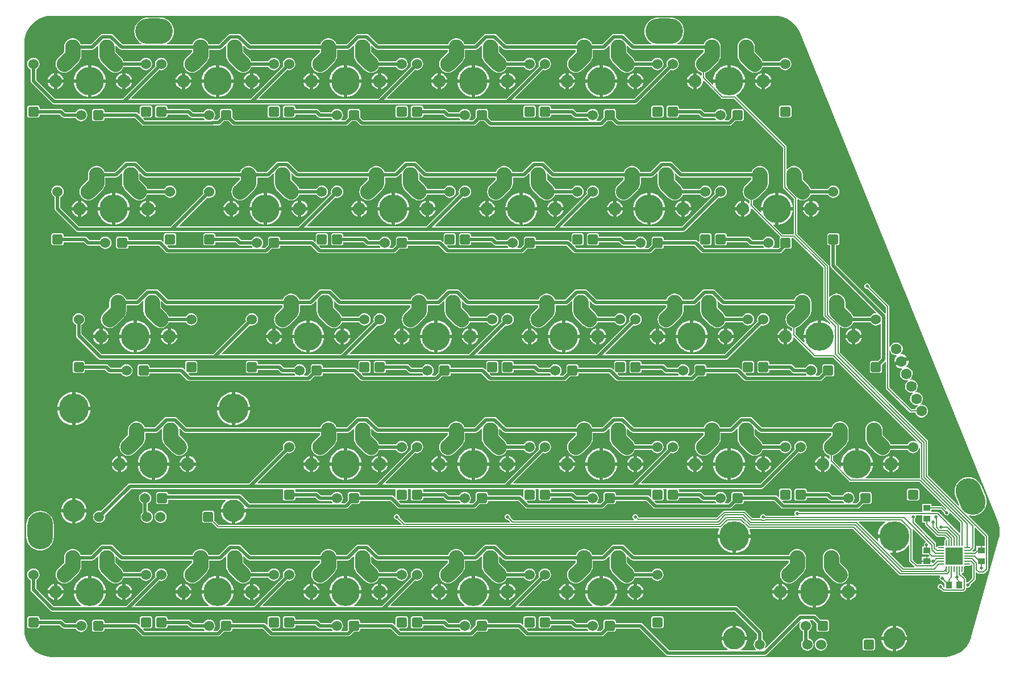
<source format=gbl>
G04*
G04 #@! TF.GenerationSoftware,Altium Limited,Altium Designer,18.1.7 (191)*
G04*
G04 Layer_Physical_Order=2*
G04 Layer_Color=16711680*
%FSLAX25Y25*%
%MOIN*%
G70*
G01*
G75*
%ADD11C,0.00800*%
%ADD16R,0.03543X0.03937*%
%ADD36C,0.02000*%
%ADD37C,0.08900*%
G04:AMPARAMS|DCode=38|XSize=59mil|YSize=59mil|CornerRadius=5.9mil|HoleSize=0mil|Usage=FLASHONLY|Rotation=270.000|XOffset=0mil|YOffset=0mil|HoleType=Round|Shape=RoundedRectangle|*
%AMROUNDEDRECTD38*
21,1,0.05900,0.04720,0,0,270.0*
21,1,0.04720,0.05900,0,0,270.0*
1,1,0.01180,-0.02360,-0.02360*
1,1,0.01180,-0.02360,0.02360*
1,1,0.01180,0.02360,0.02360*
1,1,0.01180,0.02360,-0.02360*
%
%ADD38ROUNDEDRECTD38*%
%ADD39C,0.06000*%
%ADD40C,0.16700*%
%ADD41C,0.07700*%
%ADD42C,0.07500*%
%ADD43C,0.08900*%
G04:AMPARAMS|DCode=44|XSize=59mil|YSize=59mil|CornerRadius=5.9mil|HoleSize=0mil|Usage=FLASHONLY|Rotation=0.000|XOffset=0mil|YOffset=0mil|HoleType=Round|Shape=RoundedRectangle|*
%AMROUNDEDRECTD44*
21,1,0.05900,0.04720,0,0,0.0*
21,1,0.04720,0.05900,0,0,0.0*
1,1,0.01180,0.02360,-0.02360*
1,1,0.01180,-0.02360,-0.02360*
1,1,0.01180,-0.02360,0.02360*
1,1,0.01180,0.02360,0.02360*
%
%ADD44ROUNDEDRECTD44*%
%ADD45C,0.05900*%
%ADD46C,0.17500*%
%ADD47C,0.13000*%
%ADD48C,0.06300*%
%ADD49O,0.15000X0.22000*%
G04:AMPARAMS|DCode=50|XSize=220mil|YSize=150mil|CornerRadius=0mil|HoleSize=0mil|Usage=FLASHONLY|Rotation=112.000|XOffset=0mil|YOffset=0mil|HoleType=Round|Shape=Round|*
%AMOVALD50*
21,1,0.07000,0.15000,0.00000,0.00000,112.0*
1,1,0.15000,0.01311,-0.03245*
1,1,0.15000,-0.01311,0.03245*
%
%ADD50OVALD50*%

%ADD51O,0.22000X0.15000*%
%ADD52C,0.02000*%
%ADD53R,0.10433X0.10433*%
%ADD54O,0.00787X0.03347*%
%ADD55O,0.03347X0.00787*%
%ADD56R,0.03937X0.03543*%
G36*
X444152Y378101D02*
X446616Y377509D01*
X448957Y376540D01*
X451118Y375216D01*
X453045Y373570D01*
X454691Y371643D01*
X456015Y369482D01*
X456554Y368181D01*
X456554Y368181D01*
X456554Y368181D01*
X456577Y368171D01*
X572545Y81140D01*
X572529Y81133D01*
X572960Y80093D01*
X573551Y77628D01*
X573750Y75102D01*
X573551Y72576D01*
X573111Y70741D01*
X573117Y70739D01*
X557002Y13419D01*
X556993Y13414D01*
X556993D01*
X556842Y12784D01*
X555872Y10443D01*
X554548Y8282D01*
X552902Y6355D01*
X550975Y4710D01*
X548815Y3385D01*
X546473Y2416D01*
X544009Y1824D01*
X541595Y1634D01*
X541483Y1656D01*
X17775D01*
X17663Y1634D01*
X15249Y1824D01*
X12784Y2416D01*
X10443Y3385D01*
X8282Y4710D01*
X6355Y6355D01*
X4710Y8282D01*
X3385Y10443D01*
X2416Y12784D01*
X1824Y15249D01*
X1634Y17663D01*
X1656Y17775D01*
Y362150D01*
X1634Y362262D01*
X1824Y364676D01*
X2416Y367141D01*
X3385Y369482D01*
X4710Y371643D01*
X6355Y373570D01*
X8282Y375216D01*
X10443Y376540D01*
X12784Y377509D01*
X15249Y378101D01*
X17663Y378291D01*
X17775Y378269D01*
X441625D01*
X441738Y378291D01*
X444152Y378101D01*
D02*
G37*
%LPC*%
G36*
X380478Y377228D02*
X373478D01*
X371890Y377072D01*
X370363Y376609D01*
X368956Y375856D01*
X367723Y374844D01*
X366710Y373611D01*
X365958Y372204D01*
X365495Y370677D01*
X365339Y369089D01*
X365495Y367501D01*
X365958Y365974D01*
X366710Y364567D01*
X367723Y363334D01*
X368956Y362321D01*
X369410Y362079D01*
X369288Y361594D01*
X359194D01*
X353622Y367166D01*
X353093Y367520D01*
X352468Y367644D01*
X347457D01*
X346832Y367520D01*
X346303Y367166D01*
X340731Y361594D01*
X334753D01*
X334374Y362509D01*
X333564Y363564D01*
X332509Y364374D01*
X331281Y364882D01*
X329962Y365056D01*
X328644Y364882D01*
X327416Y364374D01*
X326361Y363564D01*
X325551Y362509D01*
X325172Y361594D01*
X284194D01*
X278622Y367166D01*
X278093Y367520D01*
X277468Y367644D01*
X272457D01*
X271832Y367520D01*
X271303Y367166D01*
X265731Y361594D01*
X259753D01*
X259374Y362509D01*
X258564Y363564D01*
X257509Y364374D01*
X256281Y364882D01*
X254962Y365056D01*
X253644Y364882D01*
X252416Y364374D01*
X251361Y363564D01*
X250551Y362509D01*
X250172Y361594D01*
X209194D01*
X203622Y367166D01*
X203093Y367520D01*
X202468Y367644D01*
X197457D01*
X196832Y367520D01*
X196303Y367166D01*
X190731Y361594D01*
X184753D01*
X184374Y362509D01*
X183564Y363564D01*
X182509Y364374D01*
X181281Y364882D01*
X179963Y365056D01*
X178644Y364882D01*
X177416Y364374D01*
X176361Y363564D01*
X175551Y362509D01*
X175172Y361594D01*
X134194D01*
X128622Y367166D01*
X128093Y367520D01*
X127469Y367644D01*
X122457D01*
X121832Y367520D01*
X121303Y367166D01*
X115731Y361594D01*
X109753D01*
X109374Y362509D01*
X108564Y363564D01*
X107509Y364374D01*
X106281Y364882D01*
X104963Y365056D01*
X103644Y364882D01*
X102416Y364374D01*
X101361Y363564D01*
X100551Y362509D01*
X100172Y361594D01*
X85455D01*
X85333Y362079D01*
X85787Y362321D01*
X87020Y363334D01*
X88033Y364567D01*
X88785Y365974D01*
X89248Y367501D01*
X89404Y369089D01*
X89248Y370677D01*
X88785Y372204D01*
X88033Y373611D01*
X87020Y374844D01*
X85787Y375856D01*
X84380Y376609D01*
X82853Y377072D01*
X81265Y377228D01*
X74265D01*
X72677Y377072D01*
X71150Y376609D01*
X69743Y375856D01*
X68510Y374844D01*
X67498Y373611D01*
X66746Y372204D01*
X66282Y370677D01*
X66126Y369089D01*
X66282Y367501D01*
X66746Y365974D01*
X67498Y364567D01*
X68510Y363334D01*
X69743Y362321D01*
X70197Y362079D01*
X70076Y361594D01*
X59194D01*
X53622Y367166D01*
X53093Y367520D01*
X52469Y367644D01*
X47456D01*
X46832Y367520D01*
X46303Y367166D01*
X40731Y361594D01*
X34753D01*
X34374Y362509D01*
X33564Y363564D01*
X32509Y364374D01*
X31281Y364882D01*
X29963Y365056D01*
X28644Y364882D01*
X27416Y364374D01*
X26361Y363564D01*
X25551Y362509D01*
X25043Y361281D01*
X24869Y359963D01*
Y357072D01*
X21361Y353564D01*
X20551Y352509D01*
X20042Y351281D01*
X19869Y349962D01*
X20042Y348644D01*
X20551Y347416D01*
X21361Y346361D01*
X22416Y345551D01*
X23644Y345042D01*
X24962Y344869D01*
X26281Y345042D01*
X27509Y345551D01*
X28564Y346361D01*
X33564Y351361D01*
X34374Y352416D01*
X34883Y353644D01*
X35056Y354962D01*
Y358331D01*
X41407D01*
X42031Y358455D01*
X42560Y358809D01*
X44463Y360712D01*
X44937Y360479D01*
X44869Y359963D01*
Y354962D01*
X45042Y353644D01*
X45551Y352416D01*
X46361Y351361D01*
X51361Y346361D01*
X52416Y345551D01*
X53644Y345042D01*
X54962Y344869D01*
X56281Y345042D01*
X57509Y345551D01*
X58564Y346361D01*
X59374Y347416D01*
X59753Y348331D01*
X69742D01*
X69818Y348147D01*
X70395Y347395D01*
X71147Y346818D01*
X72023Y346455D01*
X72962Y346331D01*
X73902Y346455D01*
X74778Y346818D01*
X75530Y347395D01*
X76107Y348147D01*
X76470Y349023D01*
X76594Y349962D01*
X76470Y350902D01*
X76107Y351778D01*
X75530Y352530D01*
X74778Y353107D01*
X73902Y353470D01*
X72962Y353594D01*
X72023Y353470D01*
X71147Y353107D01*
X70395Y352530D01*
X69818Y351778D01*
X69742Y351594D01*
X59753D01*
X59374Y352509D01*
X58564Y353564D01*
X55056Y357072D01*
Y359963D01*
X54988Y360479D01*
X55462Y360712D01*
X57365Y358809D01*
X57894Y358455D01*
X58518Y358331D01*
X99869D01*
Y357072D01*
X96361Y353564D01*
X95551Y352509D01*
X95043Y351281D01*
X94869Y349962D01*
X95043Y348644D01*
X95551Y347416D01*
X96361Y346361D01*
X97416Y345551D01*
X98644Y345042D01*
X99963Y344869D01*
X101281Y345042D01*
X102509Y345551D01*
X103564Y346361D01*
X108564Y351361D01*
X109374Y352416D01*
X109882Y353644D01*
X110056Y354962D01*
Y358331D01*
X116407D01*
X117031Y358455D01*
X117560Y358809D01*
X119463Y360712D01*
X119937Y360479D01*
X119869Y359963D01*
Y354962D01*
X120043Y353644D01*
X120551Y352416D01*
X121361Y351361D01*
X126361Y346361D01*
X127416Y345551D01*
X128644Y345042D01*
X129963Y344869D01*
X131281Y345042D01*
X132509Y345551D01*
X133564Y346361D01*
X134374Y347416D01*
X134753Y348331D01*
X144742D01*
X144818Y348147D01*
X145395Y347395D01*
X146147Y346818D01*
X147023Y346455D01*
X147962Y346331D01*
X148902Y346455D01*
X149778Y346818D01*
X150530Y347395D01*
X151107Y348147D01*
X151470Y349023D01*
X151594Y349962D01*
X151470Y350902D01*
X151107Y351778D01*
X150530Y352530D01*
X149778Y353107D01*
X148902Y353470D01*
X147962Y353594D01*
X147023Y353470D01*
X146147Y353107D01*
X145395Y352530D01*
X144818Y351778D01*
X144742Y351594D01*
X134753D01*
X134374Y352509D01*
X133564Y353564D01*
X130056Y357072D01*
Y359963D01*
X129988Y360479D01*
X130462Y360712D01*
X132365Y358809D01*
X132894Y358455D01*
X133519Y358331D01*
X174869D01*
Y357072D01*
X171361Y353564D01*
X170551Y352509D01*
X170043Y351281D01*
X169869Y349962D01*
X170043Y348644D01*
X170551Y347416D01*
X171361Y346361D01*
X172416Y345551D01*
X173644Y345042D01*
X174962Y344869D01*
X176281Y345042D01*
X177509Y345551D01*
X178564Y346361D01*
X183564Y351361D01*
X184374Y352416D01*
X184882Y353644D01*
X185056Y354962D01*
Y358331D01*
X191407D01*
X192031Y358455D01*
X192560Y358809D01*
X194463Y360712D01*
X194937Y360479D01*
X194869Y359963D01*
Y354962D01*
X195043Y353644D01*
X195551Y352416D01*
X196361Y351361D01*
X201361Y346361D01*
X202416Y345551D01*
X203644Y345042D01*
X204962Y344869D01*
X206281Y345042D01*
X207509Y345551D01*
X208564Y346361D01*
X209374Y347416D01*
X209753Y348331D01*
X219742D01*
X219818Y348147D01*
X220395Y347395D01*
X221147Y346818D01*
X222023Y346455D01*
X222962Y346331D01*
X223902Y346455D01*
X224778Y346818D01*
X225530Y347395D01*
X226107Y348147D01*
X226470Y349023D01*
X226594Y349962D01*
X226470Y350902D01*
X226107Y351778D01*
X225530Y352530D01*
X224778Y353107D01*
X223902Y353470D01*
X222962Y353594D01*
X222023Y353470D01*
X221147Y353107D01*
X220395Y352530D01*
X219818Y351778D01*
X219742Y351594D01*
X209753D01*
X209374Y352509D01*
X208564Y353564D01*
X205056Y357072D01*
Y359963D01*
X204988Y360479D01*
X205462Y360712D01*
X207365Y358809D01*
X207894Y358455D01*
X208519Y358331D01*
X249869D01*
Y357072D01*
X246361Y353564D01*
X245551Y352509D01*
X245042Y351281D01*
X244869Y349962D01*
X245042Y348644D01*
X245551Y347416D01*
X246361Y346361D01*
X247416Y345551D01*
X248644Y345042D01*
X249962Y344869D01*
X251281Y345042D01*
X252509Y345551D01*
X253564Y346361D01*
X258564Y351361D01*
X259374Y352416D01*
X259882Y353644D01*
X260056Y354962D01*
Y358331D01*
X266406D01*
X267031Y358455D01*
X267560Y358809D01*
X269463Y360712D01*
X269937Y360479D01*
X269869Y359963D01*
Y354962D01*
X270042Y353644D01*
X270551Y352416D01*
X271361Y351361D01*
X276361Y346361D01*
X277416Y345551D01*
X278644Y345042D01*
X279962Y344869D01*
X281281Y345042D01*
X282509Y345551D01*
X283564Y346361D01*
X284374Y347416D01*
X284753Y348331D01*
X294742D01*
X294818Y348147D01*
X295395Y347395D01*
X296147Y346818D01*
X297023Y346455D01*
X297962Y346331D01*
X298902Y346455D01*
X299778Y346818D01*
X300530Y347395D01*
X301107Y348147D01*
X301470Y349023D01*
X301594Y349962D01*
X301470Y350902D01*
X301107Y351778D01*
X300530Y352530D01*
X299778Y353107D01*
X298902Y353470D01*
X297962Y353594D01*
X297023Y353470D01*
X296147Y353107D01*
X295395Y352530D01*
X294818Y351778D01*
X294742Y351594D01*
X284753D01*
X284374Y352509D01*
X283564Y353564D01*
X280056Y357072D01*
Y359963D01*
X279988Y360479D01*
X280462Y360712D01*
X282365Y358809D01*
X282894Y358455D01*
X283519Y358331D01*
X324869D01*
Y357072D01*
X321361Y353564D01*
X320551Y352509D01*
X320042Y351281D01*
X319869Y349962D01*
X320042Y348644D01*
X320551Y347416D01*
X321361Y346361D01*
X322416Y345551D01*
X323644Y345042D01*
X324962Y344869D01*
X326281Y345042D01*
X327509Y345551D01*
X328564Y346361D01*
X333564Y351361D01*
X334374Y352416D01*
X334882Y353644D01*
X335056Y354962D01*
Y358331D01*
X341406D01*
X342031Y358455D01*
X342560Y358809D01*
X344463Y360712D01*
X344937Y360479D01*
X344869Y359963D01*
Y354962D01*
X345042Y353644D01*
X345551Y352416D01*
X346361Y351361D01*
X351361Y346361D01*
X352416Y345551D01*
X353644Y345042D01*
X354962Y344869D01*
X356281Y345042D01*
X357509Y345551D01*
X358564Y346361D01*
X359374Y347416D01*
X359753Y348331D01*
X369742D01*
X369818Y348147D01*
X370395Y347395D01*
X371147Y346818D01*
X372023Y346455D01*
X372962Y346331D01*
X373902Y346455D01*
X374778Y346818D01*
X375530Y347395D01*
X376107Y348147D01*
X376470Y349023D01*
X376594Y349962D01*
X376470Y350902D01*
X376107Y351778D01*
X375530Y352530D01*
X374778Y353107D01*
X373902Y353470D01*
X372962Y353594D01*
X372023Y353470D01*
X371147Y353107D01*
X370395Y352530D01*
X369818Y351778D01*
X369742Y351594D01*
X359753D01*
X359374Y352509D01*
X358564Y353564D01*
X355056Y357072D01*
Y359963D01*
X354988Y360479D01*
X355462Y360712D01*
X357365Y358809D01*
X357894Y358455D01*
X358519Y358331D01*
X399869D01*
Y357072D01*
X396361Y353564D01*
X395551Y352509D01*
X395042Y351281D01*
X394869Y349962D01*
X395042Y348644D01*
X395551Y347416D01*
X396361Y346361D01*
X397416Y345551D01*
X398644Y345042D01*
X398943Y345003D01*
Y343356D01*
X398469Y343195D01*
X398350Y343350D01*
X397358Y344112D01*
X396202Y344590D01*
X395963Y344622D01*
Y339963D01*
Y335303D01*
X396202Y335335D01*
X397358Y335813D01*
X398350Y336575D01*
X399112Y337567D01*
X399590Y338722D01*
X399734Y339819D01*
X400208Y340053D01*
X410369Y329891D01*
X410699Y329671D01*
X411090Y329593D01*
X417965D01*
X446618Y300940D01*
Y277705D01*
X446696Y277315D01*
X446916Y276984D01*
X452980Y270920D01*
Y249942D01*
X452972Y249932D01*
X446337D01*
X440930Y255340D01*
X441187Y255768D01*
X441255Y255748D01*
X442088Y255666D01*
Y263963D01*
X433791D01*
X433873Y263130D01*
X433893Y263061D01*
X433465Y262805D01*
X429107Y267162D01*
Y270003D01*
X429406Y270042D01*
X430634Y270551D01*
X431689Y271361D01*
X436689Y276361D01*
X437499Y277416D01*
X438007Y278644D01*
X438181Y279962D01*
Y284963D01*
X438007Y286281D01*
X437499Y287509D01*
X436689Y288564D01*
X435634Y289374D01*
X434406Y289882D01*
X433087Y290056D01*
X431769Y289882D01*
X430541Y289374D01*
X429486Y288564D01*
X428676Y287509D01*
X428297Y286594D01*
X387319D01*
X381747Y292166D01*
X381218Y292520D01*
X380593Y292644D01*
X375582D01*
X374957Y292520D01*
X374428Y292166D01*
X368856Y286594D01*
X362878D01*
X362499Y287509D01*
X361689Y288564D01*
X360634Y289374D01*
X359406Y289882D01*
X358087Y290056D01*
X356769Y289882D01*
X355541Y289374D01*
X354486Y288564D01*
X353676Y287509D01*
X353297Y286594D01*
X312319D01*
X306747Y292166D01*
X306218Y292520D01*
X305593Y292644D01*
X300582D01*
X299957Y292520D01*
X299428Y292166D01*
X293856Y286594D01*
X287878D01*
X287499Y287509D01*
X286689Y288564D01*
X285634Y289374D01*
X284406Y289882D01*
X283087Y290056D01*
X281769Y289882D01*
X280541Y289374D01*
X279486Y288564D01*
X278676Y287509D01*
X278297Y286594D01*
X237319D01*
X231747Y292166D01*
X231218Y292520D01*
X230593Y292644D01*
X225582D01*
X224957Y292520D01*
X224428Y292166D01*
X218856Y286594D01*
X212878D01*
X212499Y287509D01*
X211689Y288564D01*
X210634Y289374D01*
X209406Y289882D01*
X208087Y290056D01*
X206769Y289882D01*
X205541Y289374D01*
X204486Y288564D01*
X203676Y287509D01*
X203297Y286594D01*
X162319D01*
X156747Y292166D01*
X156218Y292520D01*
X155594Y292644D01*
X150582D01*
X149957Y292520D01*
X149428Y292166D01*
X143856Y286594D01*
X137878D01*
X137499Y287509D01*
X136689Y288564D01*
X135634Y289374D01*
X134406Y289882D01*
X133088Y290056D01*
X131769Y289882D01*
X130541Y289374D01*
X129486Y288564D01*
X128676Y287509D01*
X128297Y286594D01*
X73257D01*
X67685Y292166D01*
X67155Y292520D01*
X66531Y292644D01*
X61519D01*
X60895Y292520D01*
X60365Y292166D01*
X54793Y286594D01*
X48815D01*
X48436Y287509D01*
X47627Y288564D01*
X46572Y289374D01*
X45343Y289882D01*
X44025Y290056D01*
X42707Y289882D01*
X41478Y289374D01*
X40423Y288564D01*
X39614Y287509D01*
X39105Y286281D01*
X38931Y284963D01*
Y282072D01*
X35423Y278564D01*
X34614Y277509D01*
X34105Y276281D01*
X33931Y274962D01*
X34105Y273644D01*
X34614Y272416D01*
X35423Y271361D01*
X36478Y270551D01*
X37707Y270042D01*
X39025Y269869D01*
X40343Y270042D01*
X41572Y270551D01*
X42627Y271361D01*
X47627Y276361D01*
X48436Y277416D01*
X48945Y278644D01*
X49119Y279962D01*
Y283331D01*
X55469D01*
X56093Y283455D01*
X56623Y283809D01*
X58526Y285712D01*
X58999Y285479D01*
X58931Y284963D01*
Y279962D01*
X59105Y278644D01*
X59614Y277416D01*
X60423Y276361D01*
X65423Y271361D01*
X66478Y270551D01*
X67707Y270042D01*
X69025Y269869D01*
X70343Y270042D01*
X71572Y270551D01*
X72627Y271361D01*
X73436Y272416D01*
X73815Y273331D01*
X83804D01*
X83880Y273147D01*
X84457Y272395D01*
X85210Y271818D01*
X86085Y271455D01*
X87025Y271331D01*
X87965Y271455D01*
X88841Y271818D01*
X89593Y272395D01*
X90170Y273147D01*
X90532Y274023D01*
X90656Y274962D01*
X90532Y275902D01*
X90170Y276778D01*
X89593Y277530D01*
X88841Y278107D01*
X87965Y278470D01*
X87025Y278594D01*
X86085Y278470D01*
X85210Y278107D01*
X84457Y277530D01*
X83880Y276778D01*
X83804Y276594D01*
X73815D01*
X73436Y277509D01*
X72627Y278564D01*
X69119Y282072D01*
Y284963D01*
X69051Y285479D01*
X69524Y285712D01*
X71427Y283809D01*
X71957Y283455D01*
X72581Y283331D01*
X127994D01*
Y282072D01*
X124486Y278564D01*
X123676Y277509D01*
X123168Y276281D01*
X122994Y274962D01*
X123168Y273644D01*
X123676Y272416D01*
X124486Y271361D01*
X125541Y270551D01*
X126769Y270042D01*
X128087Y269869D01*
X129406Y270042D01*
X130634Y270551D01*
X131689Y271361D01*
X136689Y276361D01*
X137499Y277416D01*
X138007Y278644D01*
X138181Y279962D01*
Y283331D01*
X144532D01*
X145156Y283455D01*
X145685Y283809D01*
X147588Y285712D01*
X148062Y285479D01*
X147994Y284963D01*
Y279962D01*
X148168Y278644D01*
X148676Y277416D01*
X149486Y276361D01*
X154486Y271361D01*
X155541Y270551D01*
X156769Y270042D01*
X158088Y269869D01*
X159406Y270042D01*
X160634Y270551D01*
X161689Y271361D01*
X162499Y272416D01*
X162878Y273331D01*
X172867D01*
X172943Y273147D01*
X173520Y272395D01*
X174272Y271818D01*
X175148Y271455D01*
X176087Y271331D01*
X177027Y271455D01*
X177903Y271818D01*
X178655Y272395D01*
X179232Y273147D01*
X179595Y274023D01*
X179719Y274962D01*
X179595Y275902D01*
X179232Y276778D01*
X178655Y277530D01*
X177903Y278107D01*
X177027Y278470D01*
X176087Y278594D01*
X175148Y278470D01*
X174272Y278107D01*
X173520Y277530D01*
X172943Y276778D01*
X172867Y276594D01*
X162878D01*
X162499Y277509D01*
X161689Y278564D01*
X158181Y282072D01*
Y284963D01*
X158113Y285479D01*
X158587Y285712D01*
X160490Y283809D01*
X161019Y283455D01*
X161644Y283331D01*
X202994D01*
Y282072D01*
X199486Y278564D01*
X198676Y277509D01*
X198168Y276281D01*
X197994Y274962D01*
X198168Y273644D01*
X198676Y272416D01*
X199486Y271361D01*
X200541Y270551D01*
X201769Y270042D01*
X203087Y269869D01*
X204406Y270042D01*
X205634Y270551D01*
X206689Y271361D01*
X211689Y276361D01*
X212499Y277416D01*
X213007Y278644D01*
X213181Y279962D01*
Y283331D01*
X219531D01*
X220156Y283455D01*
X220685Y283809D01*
X222588Y285712D01*
X223062Y285479D01*
X222994Y284963D01*
Y279962D01*
X223167Y278644D01*
X223676Y277416D01*
X224486Y276361D01*
X229486Y271361D01*
X230541Y270551D01*
X231769Y270042D01*
X233087Y269869D01*
X234406Y270042D01*
X235634Y270551D01*
X236689Y271361D01*
X237499Y272416D01*
X237878Y273331D01*
X247867D01*
X247943Y273147D01*
X248520Y272395D01*
X249272Y271818D01*
X250148Y271455D01*
X251087Y271331D01*
X252027Y271455D01*
X252903Y271818D01*
X253655Y272395D01*
X254232Y273147D01*
X254595Y274023D01*
X254719Y274962D01*
X254595Y275902D01*
X254232Y276778D01*
X253655Y277530D01*
X252903Y278107D01*
X252027Y278470D01*
X251087Y278594D01*
X250148Y278470D01*
X249272Y278107D01*
X248520Y277530D01*
X247943Y276778D01*
X247867Y276594D01*
X237878D01*
X237499Y277509D01*
X236689Y278564D01*
X233181Y282072D01*
Y284963D01*
X233113Y285479D01*
X233587Y285712D01*
X235490Y283809D01*
X236019Y283455D01*
X236644Y283331D01*
X277994D01*
Y282072D01*
X274486Y278564D01*
X273676Y277509D01*
X273167Y276281D01*
X272994Y274962D01*
X273167Y273644D01*
X273676Y272416D01*
X274486Y271361D01*
X275541Y270551D01*
X276769Y270042D01*
X278087Y269869D01*
X279406Y270042D01*
X280634Y270551D01*
X281689Y271361D01*
X286689Y276361D01*
X287499Y277416D01*
X288007Y278644D01*
X288181Y279962D01*
Y283331D01*
X294531D01*
X295156Y283455D01*
X295685Y283809D01*
X297588Y285712D01*
X298062Y285479D01*
X297994Y284963D01*
Y279962D01*
X298167Y278644D01*
X298676Y277416D01*
X299486Y276361D01*
X304486Y271361D01*
X305541Y270551D01*
X306769Y270042D01*
X308087Y269869D01*
X309406Y270042D01*
X310634Y270551D01*
X311689Y271361D01*
X312499Y272416D01*
X312878Y273331D01*
X322867D01*
X322943Y273147D01*
X323520Y272395D01*
X324272Y271818D01*
X325148Y271455D01*
X326087Y271331D01*
X327027Y271455D01*
X327903Y271818D01*
X328655Y272395D01*
X329232Y273147D01*
X329595Y274023D01*
X329719Y274962D01*
X329595Y275902D01*
X329232Y276778D01*
X328655Y277530D01*
X327903Y278107D01*
X327027Y278470D01*
X326087Y278594D01*
X325148Y278470D01*
X324272Y278107D01*
X323520Y277530D01*
X322943Y276778D01*
X322867Y276594D01*
X312878D01*
X312499Y277509D01*
X311689Y278564D01*
X308181Y282072D01*
Y284963D01*
X308113Y285479D01*
X308587Y285712D01*
X310490Y283809D01*
X311019Y283455D01*
X311644Y283331D01*
X352994D01*
Y282072D01*
X349486Y278564D01*
X348676Y277509D01*
X348167Y276281D01*
X347994Y274962D01*
X348167Y273644D01*
X348676Y272416D01*
X349486Y271361D01*
X350541Y270551D01*
X351769Y270042D01*
X353087Y269869D01*
X354406Y270042D01*
X355634Y270551D01*
X356689Y271361D01*
X361689Y276361D01*
X362499Y277416D01*
X363007Y278644D01*
X363181Y279962D01*
Y283331D01*
X369531D01*
X370156Y283455D01*
X370685Y283809D01*
X372588Y285712D01*
X373062Y285479D01*
X372994Y284963D01*
Y279962D01*
X373167Y278644D01*
X373676Y277416D01*
X374486Y276361D01*
X379486Y271361D01*
X380541Y270551D01*
X381769Y270042D01*
X383087Y269869D01*
X384406Y270042D01*
X385634Y270551D01*
X386689Y271361D01*
X387499Y272416D01*
X387878Y273331D01*
X397867D01*
X397943Y273147D01*
X398520Y272395D01*
X399272Y271818D01*
X400148Y271455D01*
X401088Y271331D01*
X402027Y271455D01*
X402903Y271818D01*
X403655Y272395D01*
X404232Y273147D01*
X404595Y274023D01*
X404719Y274962D01*
X404595Y275902D01*
X404232Y276778D01*
X403655Y277530D01*
X402903Y278107D01*
X402027Y278470D01*
X401088Y278594D01*
X400148Y278470D01*
X399272Y278107D01*
X398520Y277530D01*
X397943Y276778D01*
X397867Y276594D01*
X387878D01*
X387499Y277509D01*
X386689Y278564D01*
X383181Y282072D01*
Y284963D01*
X383113Y285479D01*
X383587Y285712D01*
X385490Y283809D01*
X386019Y283455D01*
X386644Y283331D01*
X427994D01*
Y282072D01*
X424486Y278564D01*
X423676Y277509D01*
X423168Y276281D01*
X422994Y274962D01*
X423168Y273644D01*
X423676Y272416D01*
X424486Y271361D01*
X425541Y270551D01*
X426769Y270042D01*
X427068Y270003D01*
Y268356D01*
X426594Y268195D01*
X426475Y268350D01*
X425483Y269112D01*
X424328Y269590D01*
X424087Y269622D01*
Y264963D01*
Y260303D01*
X424328Y260335D01*
X425483Y260813D01*
X426475Y261575D01*
X427237Y262567D01*
X427715Y263722D01*
X427859Y264819D01*
X428333Y265053D01*
X444900Y248486D01*
X444870Y248180D01*
X444606Y247787D01*
X444514Y247323D01*
Y242602D01*
X444523Y242556D01*
X443962Y241994D01*
X440884D01*
X440731Y242494D01*
X441232Y243147D01*
X441595Y244023D01*
X441719Y244963D01*
X441595Y245902D01*
X441232Y246778D01*
X440655Y247530D01*
X439903Y248107D01*
X439027Y248470D01*
X438088Y248594D01*
X437148Y248470D01*
X436272Y248107D01*
X435520Y247530D01*
X434943Y246778D01*
X434867Y246594D01*
X428763D01*
X427241Y248116D01*
X426712Y248470D01*
X426088Y248594D01*
X413661D01*
Y249323D01*
X413568Y249787D01*
X413305Y250180D01*
X412912Y250443D01*
X412448Y250536D01*
X407727D01*
X407263Y250443D01*
X406870Y250180D01*
X406607Y249787D01*
X406514Y249323D01*
Y244602D01*
X406607Y244138D01*
X406870Y243745D01*
X407263Y243482D01*
X407727Y243389D01*
X412448D01*
X412912Y243482D01*
X413305Y243745D01*
X413568Y244138D01*
X413661Y244602D01*
Y245331D01*
X425412D01*
X426934Y243809D01*
X427463Y243455D01*
X428088Y243331D01*
X434867D01*
X434943Y243147D01*
X435444Y242494D01*
X435291Y241994D01*
X400546D01*
X399613Y242927D01*
X399804Y243389D01*
X403447D01*
X403912Y243482D01*
X404305Y243745D01*
X404568Y244138D01*
X404661Y244602D01*
Y249323D01*
X404568Y249787D01*
X404305Y250180D01*
X403912Y250443D01*
X403447Y250536D01*
X398727D01*
X398263Y250443D01*
X397870Y250180D01*
X397607Y249787D01*
X397514Y249323D01*
Y245679D01*
X397052Y245488D01*
X396424Y246116D01*
X395895Y246470D01*
X395270Y246594D01*
X376661D01*
Y247323D01*
X376568Y247787D01*
X376305Y248180D01*
X375912Y248443D01*
X375448Y248536D01*
X370727D01*
X370263Y248443D01*
X369870Y248180D01*
X369607Y247787D01*
X369514Y247323D01*
Y243696D01*
X367812Y241994D01*
X365884D01*
X365731Y242494D01*
X366232Y243147D01*
X366595Y244023D01*
X366719Y244963D01*
X366595Y245902D01*
X366232Y246778D01*
X365655Y247530D01*
X364903Y248107D01*
X364027Y248470D01*
X363088Y248594D01*
X362148Y248470D01*
X361272Y248107D01*
X360520Y247530D01*
X359943Y246778D01*
X359867Y246594D01*
X353763D01*
X352241Y248116D01*
X351712Y248470D01*
X351087Y248594D01*
X338661D01*
Y249323D01*
X338568Y249787D01*
X338305Y250180D01*
X337912Y250443D01*
X337448Y250536D01*
X332728D01*
X332263Y250443D01*
X331870Y250180D01*
X331607Y249787D01*
X331514Y249323D01*
Y244602D01*
X331607Y244138D01*
X331870Y243745D01*
X332263Y243482D01*
X332728Y243389D01*
X337448D01*
X337912Y243482D01*
X338305Y243745D01*
X338568Y244138D01*
X338661Y244602D01*
Y245331D01*
X350412D01*
X351934Y243809D01*
X352463Y243455D01*
X353087Y243331D01*
X359867D01*
X359943Y243147D01*
X360444Y242494D01*
X360291Y241994D01*
X325546D01*
X324613Y242927D01*
X324804Y243389D01*
X328448D01*
X328912Y243482D01*
X329305Y243745D01*
X329568Y244138D01*
X329661Y244602D01*
Y249323D01*
X329568Y249787D01*
X329305Y250180D01*
X328912Y250443D01*
X328448Y250536D01*
X323727D01*
X323263Y250443D01*
X322870Y250180D01*
X322607Y249787D01*
X322514Y249323D01*
Y245679D01*
X322052Y245488D01*
X321424Y246116D01*
X320895Y246470D01*
X320270Y246594D01*
X301661D01*
Y247323D01*
X301568Y247787D01*
X301305Y248180D01*
X300912Y248443D01*
X300448Y248536D01*
X295727D01*
X295263Y248443D01*
X294870Y248180D01*
X294607Y247787D01*
X294514Y247323D01*
Y243696D01*
X292812Y241994D01*
X290884D01*
X290731Y242494D01*
X291232Y243147D01*
X291595Y244023D01*
X291719Y244963D01*
X291595Y245902D01*
X291232Y246778D01*
X290655Y247530D01*
X289903Y248107D01*
X289027Y248470D01*
X288088Y248594D01*
X287148Y248470D01*
X286272Y248107D01*
X285520Y247530D01*
X284943Y246778D01*
X284867Y246594D01*
X278763D01*
X277241Y248116D01*
X276712Y248470D01*
X276087Y248594D01*
X263661D01*
Y249323D01*
X263568Y249787D01*
X263305Y250180D01*
X262912Y250443D01*
X262448Y250536D01*
X257728D01*
X257263Y250443D01*
X256870Y250180D01*
X256607Y249787D01*
X256514Y249323D01*
Y244602D01*
X256607Y244138D01*
X256870Y243745D01*
X257263Y243482D01*
X257728Y243389D01*
X262448D01*
X262912Y243482D01*
X263305Y243745D01*
X263568Y244138D01*
X263661Y244602D01*
Y245331D01*
X275412D01*
X276934Y243809D01*
X277463Y243455D01*
X278087Y243331D01*
X284867D01*
X284943Y243147D01*
X285444Y242494D01*
X285291Y241994D01*
X250546D01*
X249613Y242927D01*
X249804Y243389D01*
X253448D01*
X253912Y243482D01*
X254305Y243745D01*
X254568Y244138D01*
X254661Y244602D01*
Y249323D01*
X254568Y249787D01*
X254305Y250180D01*
X253912Y250443D01*
X253448Y250536D01*
X248727D01*
X248263Y250443D01*
X247870Y250180D01*
X247607Y249787D01*
X247514Y249323D01*
Y245679D01*
X247052Y245488D01*
X246424Y246116D01*
X245895Y246470D01*
X245270Y246594D01*
X226661D01*
Y247323D01*
X226568Y247787D01*
X226305Y248180D01*
X225912Y248443D01*
X225448Y248536D01*
X220727D01*
X220263Y248443D01*
X219870Y248180D01*
X219607Y247787D01*
X219514Y247323D01*
Y243696D01*
X217812Y241994D01*
X215884D01*
X215731Y242494D01*
X216232Y243147D01*
X216595Y244023D01*
X216719Y244963D01*
X216595Y245902D01*
X216232Y246778D01*
X215655Y247530D01*
X214903Y248107D01*
X214027Y248470D01*
X213088Y248594D01*
X212148Y248470D01*
X211272Y248107D01*
X210520Y247530D01*
X209943Y246778D01*
X209867Y246594D01*
X203763D01*
X202241Y248116D01*
X201712Y248470D01*
X201087Y248594D01*
X188661D01*
Y249323D01*
X188568Y249787D01*
X188305Y250180D01*
X187912Y250443D01*
X187448Y250536D01*
X182728D01*
X182263Y250443D01*
X181870Y250180D01*
X181606Y249787D01*
X181514Y249323D01*
Y244602D01*
X181606Y244138D01*
X181870Y243745D01*
X182263Y243482D01*
X182728Y243389D01*
X187448D01*
X187912Y243482D01*
X188305Y243745D01*
X188568Y244138D01*
X188661Y244602D01*
Y245331D01*
X200412D01*
X201934Y243809D01*
X202463Y243455D01*
X203087Y243331D01*
X209867D01*
X209943Y243147D01*
X210444Y242494D01*
X210291Y241994D01*
X175546D01*
X174613Y242927D01*
X174804Y243389D01*
X178447D01*
X178912Y243482D01*
X179305Y243745D01*
X179569Y244138D01*
X179661Y244602D01*
Y249323D01*
X179569Y249787D01*
X179305Y250180D01*
X178912Y250443D01*
X178447Y250536D01*
X173728D01*
X173263Y250443D01*
X172870Y250180D01*
X172607Y249787D01*
X172514Y249323D01*
Y245679D01*
X172052Y245488D01*
X171424Y246116D01*
X170895Y246470D01*
X170270Y246594D01*
X151661D01*
Y247323D01*
X151568Y247787D01*
X151305Y248180D01*
X150912Y248443D01*
X150447Y248536D01*
X145728D01*
X145263Y248443D01*
X144870Y248180D01*
X144606Y247787D01*
X144514Y247323D01*
Y243696D01*
X142812Y241994D01*
X140884D01*
X140731Y242494D01*
X141232Y243147D01*
X141595Y244023D01*
X141719Y244963D01*
X141595Y245902D01*
X141232Y246778D01*
X140655Y247530D01*
X139903Y248107D01*
X139027Y248470D01*
X138087Y248594D01*
X137148Y248470D01*
X136272Y248107D01*
X135520Y247530D01*
X134943Y246778D01*
X134867Y246594D01*
X128763D01*
X127241Y248116D01*
X126712Y248470D01*
X126087Y248594D01*
X113661D01*
Y249323D01*
X113568Y249787D01*
X113305Y250180D01*
X112912Y250443D01*
X112448Y250536D01*
X107728D01*
X107263Y250443D01*
X106870Y250180D01*
X106606Y249787D01*
X106514Y249323D01*
Y244602D01*
X106606Y244138D01*
X106870Y243745D01*
X107263Y243482D01*
X107728Y243389D01*
X112448D01*
X112912Y243482D01*
X113305Y243745D01*
X113568Y244138D01*
X113661Y244602D01*
Y245331D01*
X125412D01*
X126934Y243809D01*
X127463Y243455D01*
X128087Y243331D01*
X134867D01*
X134943Y243147D01*
X135444Y242494D01*
X135291Y241994D01*
X86484D01*
X85550Y242927D01*
X85742Y243389D01*
X89385D01*
X89849Y243482D01*
X90243Y243745D01*
X90506Y244138D01*
X90598Y244602D01*
Y249323D01*
X90506Y249787D01*
X90243Y250180D01*
X89849Y250443D01*
X89385Y250536D01*
X84665D01*
X84201Y250443D01*
X83807Y250180D01*
X83544Y249787D01*
X83452Y249323D01*
Y245679D01*
X82990Y245488D01*
X82361Y246116D01*
X81832Y246470D01*
X81208Y246594D01*
X62598D01*
Y247323D01*
X62506Y247787D01*
X62243Y248180D01*
X61849Y248443D01*
X61385Y248536D01*
X56665D01*
X56201Y248443D01*
X55807Y248180D01*
X55544Y247787D01*
X55452Y247323D01*
Y242602D01*
X55544Y242138D01*
X55807Y241745D01*
X56201Y241482D01*
X56665Y241389D01*
X61385D01*
X61849Y241482D01*
X62243Y241745D01*
X62506Y242138D01*
X62598Y242602D01*
Y243331D01*
X80532D01*
X84654Y239209D01*
X85184Y238855D01*
X85808Y238731D01*
X143488D01*
X144112Y238855D01*
X144641Y239209D01*
X146821Y241389D01*
X150447D01*
X150912Y241482D01*
X151305Y241745D01*
X151568Y242138D01*
X151661Y242602D01*
Y243331D01*
X169595D01*
X173717Y239209D01*
X174246Y238855D01*
X174870Y238731D01*
X218488D01*
X219112Y238855D01*
X219641Y239209D01*
X221821Y241389D01*
X225448D01*
X225912Y241482D01*
X226305Y241745D01*
X226568Y242138D01*
X226661Y242602D01*
Y243331D01*
X244595D01*
X248717Y239209D01*
X249246Y238855D01*
X249870Y238731D01*
X293488D01*
X294112Y238855D01*
X294641Y239209D01*
X296821Y241389D01*
X300448D01*
X300912Y241482D01*
X301305Y241745D01*
X301568Y242138D01*
X301661Y242602D01*
Y243331D01*
X319595D01*
X323717Y239209D01*
X324246Y238855D01*
X324870Y238731D01*
X368488D01*
X369112Y238855D01*
X369641Y239209D01*
X371821Y241389D01*
X375448D01*
X375912Y241482D01*
X376305Y241745D01*
X376568Y242138D01*
X376661Y242602D01*
Y243331D01*
X394595D01*
X398717Y239209D01*
X399246Y238855D01*
X399870Y238731D01*
X444637D01*
X445262Y238855D01*
X445791Y239209D01*
X447971Y241389D01*
X450448D01*
X450912Y241482D01*
X451305Y241745D01*
X451569Y242138D01*
X451661Y242602D01*
Y247323D01*
X451647Y247393D01*
X452053Y247893D01*
X452628D01*
X470218Y230303D01*
Y202125D01*
X470295Y201735D01*
X470516Y201404D01*
X474380Y197541D01*
X474044Y197170D01*
X473307Y197774D01*
X471683Y198643D01*
X469920Y199177D01*
X469088Y199259D01*
Y189962D01*
X468087D01*
Y188962D01*
X458791D01*
X458873Y188130D01*
X459244Y186905D01*
X458802Y186640D01*
X454107Y191335D01*
Y195003D01*
X454406Y195043D01*
X455634Y195551D01*
X456689Y196361D01*
X461689Y201361D01*
X462499Y202416D01*
X463007Y203644D01*
X463181Y204962D01*
Y209963D01*
X463007Y211281D01*
X462499Y212509D01*
X461689Y213564D01*
X460634Y214374D01*
X459406Y214882D01*
X458087Y215056D01*
X456769Y214882D01*
X455541Y214374D01*
X454486Y213564D01*
X453676Y212509D01*
X453297Y211594D01*
X412319D01*
X406747Y217166D01*
X406218Y217520D01*
X405593Y217644D01*
X400582D01*
X399957Y217520D01*
X399428Y217166D01*
X393856Y211594D01*
X387878D01*
X387499Y212509D01*
X386689Y213564D01*
X385634Y214374D01*
X384406Y214882D01*
X383087Y215056D01*
X381769Y214882D01*
X380541Y214374D01*
X379486Y213564D01*
X378676Y212509D01*
X378297Y211594D01*
X337319D01*
X331747Y217166D01*
X331218Y217520D01*
X330593Y217644D01*
X325582D01*
X324957Y217520D01*
X324428Y217166D01*
X318856Y211594D01*
X312878D01*
X312499Y212509D01*
X311689Y213564D01*
X310634Y214374D01*
X309406Y214882D01*
X308087Y215056D01*
X306769Y214882D01*
X305541Y214374D01*
X304486Y213564D01*
X303676Y212509D01*
X303297Y211594D01*
X262319D01*
X256747Y217166D01*
X256218Y217520D01*
X255593Y217644D01*
X250582D01*
X249957Y217520D01*
X249428Y217166D01*
X243856Y211594D01*
X237878D01*
X237499Y212509D01*
X236689Y213564D01*
X235634Y214374D01*
X234406Y214882D01*
X233087Y215056D01*
X231769Y214882D01*
X230541Y214374D01*
X229486Y213564D01*
X228676Y212509D01*
X228297Y211594D01*
X187319D01*
X181747Y217166D01*
X181218Y217520D01*
X180594Y217644D01*
X175582D01*
X174957Y217520D01*
X174428Y217166D01*
X168856Y211594D01*
X162878D01*
X162499Y212509D01*
X161689Y213564D01*
X160634Y214374D01*
X159406Y214882D01*
X158088Y215056D01*
X156769Y214882D01*
X155541Y214374D01*
X154486Y213564D01*
X153676Y212509D01*
X153297Y211594D01*
X85757D01*
X80185Y217166D01*
X79655Y217520D01*
X79031Y217644D01*
X74019D01*
X73395Y217520D01*
X72865Y217166D01*
X67293Y211594D01*
X61315D01*
X60936Y212509D01*
X60127Y213564D01*
X59072Y214374D01*
X57843Y214882D01*
X56525Y215056D01*
X55207Y214882D01*
X53978Y214374D01*
X52923Y213564D01*
X52114Y212509D01*
X51605Y211281D01*
X51431Y209963D01*
Y207072D01*
X47923Y203564D01*
X47114Y202509D01*
X46605Y201281D01*
X46431Y199962D01*
X46605Y198644D01*
X47114Y197416D01*
X47923Y196361D01*
X48978Y195551D01*
X50207Y195043D01*
X51525Y194869D01*
X52843Y195043D01*
X54072Y195551D01*
X55127Y196361D01*
X60127Y201361D01*
X60936Y202416D01*
X61445Y203644D01*
X61619Y204962D01*
Y208331D01*
X67969D01*
X68593Y208455D01*
X69123Y208809D01*
X71026Y210712D01*
X71499Y210479D01*
X71431Y209963D01*
Y204962D01*
X71605Y203644D01*
X72114Y202416D01*
X72923Y201361D01*
X77923Y196361D01*
X78978Y195551D01*
X80207Y195043D01*
X81525Y194869D01*
X82843Y195043D01*
X84072Y195551D01*
X85127Y196361D01*
X85936Y197416D01*
X86315Y198331D01*
X96304D01*
X96380Y198147D01*
X96957Y197395D01*
X97710Y196818D01*
X98585Y196455D01*
X99525Y196331D01*
X100465Y196455D01*
X101340Y196818D01*
X102093Y197395D01*
X102670Y198147D01*
X103032Y199023D01*
X103156Y199962D01*
X103032Y200902D01*
X102670Y201778D01*
X102093Y202530D01*
X101340Y203107D01*
X100465Y203470D01*
X99525Y203594D01*
X98585Y203470D01*
X97710Y203107D01*
X96957Y202530D01*
X96380Y201778D01*
X96304Y201594D01*
X86315D01*
X85936Y202509D01*
X85127Y203564D01*
X81619Y207072D01*
Y209963D01*
X81551Y210479D01*
X82024Y210712D01*
X83927Y208809D01*
X84457Y208455D01*
X85081Y208331D01*
X152994D01*
Y207072D01*
X149486Y203564D01*
X148676Y202509D01*
X148168Y201281D01*
X147994Y199962D01*
X148168Y198644D01*
X148676Y197416D01*
X149486Y196361D01*
X150541Y195551D01*
X151769Y195043D01*
X153087Y194869D01*
X154406Y195043D01*
X155634Y195551D01*
X156689Y196361D01*
X161689Y201361D01*
X162499Y202416D01*
X163007Y203644D01*
X163181Y204962D01*
Y208331D01*
X169532D01*
X170156Y208455D01*
X170685Y208809D01*
X172588Y210712D01*
X173062Y210479D01*
X172994Y209963D01*
Y204962D01*
X173168Y203644D01*
X173676Y202416D01*
X174486Y201361D01*
X179486Y196361D01*
X180541Y195551D01*
X181769Y195043D01*
X183088Y194869D01*
X184406Y195043D01*
X185634Y195551D01*
X186689Y196361D01*
X187499Y197416D01*
X187878Y198331D01*
X197867D01*
X197943Y198147D01*
X198520Y197395D01*
X199272Y196818D01*
X200148Y196455D01*
X201087Y196331D01*
X202027Y196455D01*
X202903Y196818D01*
X203655Y197395D01*
X204232Y198147D01*
X204595Y199023D01*
X204719Y199962D01*
X204595Y200902D01*
X204232Y201778D01*
X203655Y202530D01*
X202903Y203107D01*
X202027Y203470D01*
X201087Y203594D01*
X200148Y203470D01*
X199272Y203107D01*
X198520Y202530D01*
X197943Y201778D01*
X197867Y201594D01*
X187878D01*
X187499Y202509D01*
X186689Y203564D01*
X183181Y207072D01*
Y209963D01*
X183113Y210479D01*
X183587Y210712D01*
X185490Y208809D01*
X186019Y208455D01*
X186644Y208331D01*
X227994D01*
Y207072D01*
X224486Y203564D01*
X223676Y202509D01*
X223167Y201281D01*
X222994Y199962D01*
X223167Y198644D01*
X223676Y197416D01*
X224486Y196361D01*
X225541Y195551D01*
X226769Y195043D01*
X228087Y194869D01*
X229406Y195043D01*
X230634Y195551D01*
X231689Y196361D01*
X236689Y201361D01*
X237499Y202416D01*
X238007Y203644D01*
X238181Y204962D01*
Y208331D01*
X244531D01*
X245156Y208455D01*
X245685Y208809D01*
X247588Y210712D01*
X248062Y210479D01*
X247994Y209963D01*
Y204962D01*
X248167Y203644D01*
X248676Y202416D01*
X249486Y201361D01*
X254486Y196361D01*
X255541Y195551D01*
X256769Y195043D01*
X258087Y194869D01*
X259406Y195043D01*
X260634Y195551D01*
X261689Y196361D01*
X262499Y197416D01*
X262878Y198331D01*
X272867D01*
X272943Y198147D01*
X273520Y197395D01*
X274272Y196818D01*
X275148Y196455D01*
X276087Y196331D01*
X277027Y196455D01*
X277903Y196818D01*
X278655Y197395D01*
X279232Y198147D01*
X279595Y199023D01*
X279719Y199962D01*
X279595Y200902D01*
X279232Y201778D01*
X278655Y202530D01*
X277903Y203107D01*
X277027Y203470D01*
X276087Y203594D01*
X275148Y203470D01*
X274272Y203107D01*
X273520Y202530D01*
X272943Y201778D01*
X272867Y201594D01*
X262878D01*
X262499Y202509D01*
X261689Y203564D01*
X258181Y207072D01*
Y209963D01*
X258113Y210479D01*
X258587Y210712D01*
X260490Y208809D01*
X261019Y208455D01*
X261644Y208331D01*
X302994D01*
Y207072D01*
X299486Y203564D01*
X298676Y202509D01*
X298167Y201281D01*
X297994Y199962D01*
X298167Y198644D01*
X298676Y197416D01*
X299486Y196361D01*
X300541Y195551D01*
X301769Y195043D01*
X303087Y194869D01*
X304406Y195043D01*
X305634Y195551D01*
X306689Y196361D01*
X311689Y201361D01*
X312499Y202416D01*
X313007Y203644D01*
X313181Y204962D01*
Y208331D01*
X319531D01*
X320156Y208455D01*
X320685Y208809D01*
X322588Y210712D01*
X323062Y210479D01*
X322994Y209963D01*
Y204962D01*
X323167Y203644D01*
X323676Y202416D01*
X324486Y201361D01*
X329486Y196361D01*
X330541Y195551D01*
X331769Y195043D01*
X333087Y194869D01*
X334406Y195043D01*
X335634Y195551D01*
X336689Y196361D01*
X337499Y197416D01*
X337878Y198331D01*
X347867D01*
X347943Y198147D01*
X348520Y197395D01*
X349272Y196818D01*
X350148Y196455D01*
X351087Y196331D01*
X352027Y196455D01*
X352903Y196818D01*
X353655Y197395D01*
X354232Y198147D01*
X354595Y199023D01*
X354719Y199962D01*
X354595Y200902D01*
X354232Y201778D01*
X353655Y202530D01*
X352903Y203107D01*
X352027Y203470D01*
X351087Y203594D01*
X350148Y203470D01*
X349272Y203107D01*
X348520Y202530D01*
X347943Y201778D01*
X347867Y201594D01*
X337878D01*
X337499Y202509D01*
X336689Y203564D01*
X333181Y207072D01*
Y209963D01*
X333113Y210479D01*
X333587Y210712D01*
X335490Y208809D01*
X336019Y208455D01*
X336644Y208331D01*
X377994D01*
Y207072D01*
X374486Y203564D01*
X373676Y202509D01*
X373167Y201281D01*
X372994Y199962D01*
X373167Y198644D01*
X373676Y197416D01*
X374486Y196361D01*
X375541Y195551D01*
X376769Y195043D01*
X378087Y194869D01*
X379406Y195043D01*
X380634Y195551D01*
X381689Y196361D01*
X386689Y201361D01*
X387499Y202416D01*
X388007Y203644D01*
X388181Y204962D01*
Y208331D01*
X394531D01*
X395156Y208455D01*
X395685Y208809D01*
X397588Y210712D01*
X398062Y210479D01*
X397994Y209963D01*
Y204962D01*
X398167Y203644D01*
X398676Y202416D01*
X399486Y201361D01*
X404486Y196361D01*
X405541Y195551D01*
X406769Y195043D01*
X408087Y194869D01*
X409406Y195043D01*
X410634Y195551D01*
X411689Y196361D01*
X412499Y197416D01*
X412878Y198331D01*
X422867D01*
X422943Y198147D01*
X423520Y197395D01*
X424272Y196818D01*
X425148Y196455D01*
X426088Y196331D01*
X427027Y196455D01*
X427903Y196818D01*
X428655Y197395D01*
X429232Y198147D01*
X429595Y199023D01*
X429719Y199962D01*
X429595Y200902D01*
X429232Y201778D01*
X428655Y202530D01*
X427903Y203107D01*
X427027Y203470D01*
X426088Y203594D01*
X425148Y203470D01*
X424272Y203107D01*
X423520Y202530D01*
X422943Y201778D01*
X422867Y201594D01*
X412878D01*
X412499Y202509D01*
X411689Y203564D01*
X408181Y207072D01*
Y209963D01*
X408113Y210479D01*
X408587Y210712D01*
X410490Y208809D01*
X411019Y208455D01*
X411644Y208331D01*
X452994D01*
Y207072D01*
X449486Y203564D01*
X448676Y202509D01*
X448168Y201281D01*
X447994Y199962D01*
X448168Y198644D01*
X448676Y197416D01*
X449486Y196361D01*
X450541Y195551D01*
X451769Y195043D01*
X452068Y195003D01*
Y193356D01*
X451594Y193195D01*
X451475Y193350D01*
X450483Y194112D01*
X449328Y194590D01*
X449087Y194622D01*
Y189962D01*
Y185303D01*
X449328Y185335D01*
X450483Y185813D01*
X451475Y186575D01*
X452237Y187567D01*
X452715Y188723D01*
X452772Y189152D01*
X453245Y189313D01*
X464719Y177839D01*
X465050Y177618D01*
X465440Y177540D01*
X476018D01*
X525044Y128514D01*
X524778Y128107D01*
X523902Y128470D01*
X522963Y128594D01*
X522023Y128470D01*
X521147Y128107D01*
X520395Y127530D01*
X519818Y126778D01*
X519742Y126594D01*
X509753D01*
X509374Y127509D01*
X508564Y128564D01*
X505056Y132072D01*
Y134962D01*
X504882Y136281D01*
X504374Y137509D01*
X503564Y138564D01*
X502509Y139374D01*
X501281Y139883D01*
X499963Y140056D01*
X498644Y139883D01*
X497416Y139374D01*
X496361Y138564D01*
X495551Y137509D01*
X495043Y136281D01*
X494869Y134962D01*
Y129963D01*
X495043Y128644D01*
X495551Y127416D01*
X496361Y126361D01*
X501361Y121361D01*
X502416Y120551D01*
X503644Y120043D01*
X504962Y119869D01*
X506281Y120043D01*
X507509Y120551D01*
X508564Y121361D01*
X509374Y122416D01*
X509753Y123331D01*
X519742D01*
X519818Y123147D01*
X520395Y122395D01*
X521147Y121818D01*
X522023Y121455D01*
X522963Y121331D01*
X523902Y121455D01*
X524778Y121818D01*
X525530Y122395D01*
X526107Y123147D01*
X526470Y124023D01*
X526480Y124103D01*
X526980Y124070D01*
Y106660D01*
X526957Y106632D01*
X495241D01*
X495119Y107117D01*
X495182Y107151D01*
X496606Y108319D01*
X497774Y109743D01*
X498643Y111367D01*
X499177Y113130D01*
X499259Y113962D01*
X480666D01*
X480748Y113130D01*
X480768Y113061D01*
X480340Y112804D01*
X475982Y117162D01*
Y120003D01*
X476281Y120043D01*
X477509Y120551D01*
X478564Y121361D01*
X483564Y126361D01*
X484374Y127416D01*
X484882Y128644D01*
X485056Y129963D01*
Y134962D01*
X484882Y136281D01*
X484374Y137509D01*
X483564Y138564D01*
X482509Y139374D01*
X481281Y139883D01*
X479962Y140056D01*
X478644Y139883D01*
X477416Y139374D01*
X476361Y138564D01*
X475551Y137509D01*
X475172Y136594D01*
X434194D01*
X428622Y142166D01*
X428093Y142520D01*
X427468Y142644D01*
X422457D01*
X421832Y142520D01*
X421303Y142166D01*
X415731Y136594D01*
X409753D01*
X409374Y137509D01*
X408564Y138564D01*
X407509Y139374D01*
X406281Y139883D01*
X404962Y140056D01*
X403644Y139883D01*
X402416Y139374D01*
X401361Y138564D01*
X400551Y137509D01*
X400172Y136594D01*
X359194D01*
X353622Y142166D01*
X353093Y142520D01*
X352468Y142644D01*
X347457D01*
X346832Y142520D01*
X346303Y142166D01*
X340731Y136594D01*
X334753D01*
X334374Y137509D01*
X333564Y138564D01*
X332509Y139374D01*
X331281Y139883D01*
X329962Y140056D01*
X328644Y139883D01*
X327416Y139374D01*
X326361Y138564D01*
X325551Y137509D01*
X325172Y136594D01*
X284194D01*
X278622Y142166D01*
X278093Y142520D01*
X277468Y142644D01*
X272457D01*
X271832Y142520D01*
X271303Y142166D01*
X265731Y136594D01*
X259753D01*
X259374Y137509D01*
X258564Y138564D01*
X257509Y139374D01*
X256281Y139883D01*
X254962Y140056D01*
X253644Y139883D01*
X252416Y139374D01*
X251361Y138564D01*
X250551Y137509D01*
X250172Y136594D01*
X209194D01*
X203622Y142166D01*
X203093Y142520D01*
X202468Y142644D01*
X197457D01*
X196832Y142520D01*
X196303Y142166D01*
X190731Y136594D01*
X184753D01*
X184374Y137509D01*
X183564Y138564D01*
X182509Y139374D01*
X181281Y139883D01*
X179963Y140056D01*
X178644Y139883D01*
X177416Y139374D01*
X176361Y138564D01*
X175551Y137509D01*
X175172Y136594D01*
X96694D01*
X91122Y142166D01*
X90593Y142520D01*
X89969Y142644D01*
X84957D01*
X84332Y142520D01*
X83803Y142166D01*
X78231Y136594D01*
X72253D01*
X71874Y137509D01*
X71064Y138564D01*
X70009Y139374D01*
X68781Y139883D01*
X67462Y140056D01*
X66144Y139883D01*
X64916Y139374D01*
X63861Y138564D01*
X63051Y137509D01*
X62542Y136281D01*
X62369Y134962D01*
Y132072D01*
X58861Y128564D01*
X58051Y127509D01*
X57543Y126281D01*
X57369Y124962D01*
X57543Y123644D01*
X58051Y122416D01*
X58861Y121361D01*
X59916Y120551D01*
X61144Y120043D01*
X62463Y119869D01*
X63781Y120043D01*
X65009Y120551D01*
X66064Y121361D01*
X71064Y126361D01*
X71874Y127416D01*
X72382Y128644D01*
X72556Y129963D01*
Y133331D01*
X78907D01*
X79531Y133455D01*
X80060Y133809D01*
X81963Y135712D01*
X82437Y135479D01*
X82369Y134962D01*
Y129963D01*
X82543Y128644D01*
X83051Y127416D01*
X83861Y126361D01*
X88861Y121361D01*
X89916Y120551D01*
X91144Y120043D01*
X92462Y119869D01*
X93781Y120043D01*
X95009Y120551D01*
X96064Y121361D01*
X96874Y122416D01*
X97382Y123644D01*
X97556Y124962D01*
X97382Y126281D01*
X96874Y127509D01*
X96064Y128564D01*
X92556Y132072D01*
Y134962D01*
X92488Y135479D01*
X92962Y135712D01*
X94865Y133809D01*
X95394Y133455D01*
X96018Y133331D01*
X174869D01*
Y132072D01*
X171361Y128564D01*
X170551Y127509D01*
X170043Y126281D01*
X169869Y124962D01*
X170043Y123644D01*
X170551Y122416D01*
X171361Y121361D01*
X172416Y120551D01*
X173644Y120043D01*
X174962Y119869D01*
X176281Y120043D01*
X177509Y120551D01*
X178564Y121361D01*
X183564Y126361D01*
X184374Y127416D01*
X184882Y128644D01*
X185056Y129963D01*
Y133331D01*
X191407D01*
X192031Y133455D01*
X192560Y133809D01*
X194463Y135712D01*
X194937Y135479D01*
X194869Y134962D01*
Y129963D01*
X195043Y128644D01*
X195551Y127416D01*
X196361Y126361D01*
X201361Y121361D01*
X202416Y120551D01*
X203644Y120043D01*
X204962Y119869D01*
X206281Y120043D01*
X207509Y120551D01*
X208564Y121361D01*
X209374Y122416D01*
X209753Y123331D01*
X219742D01*
X219818Y123147D01*
X220395Y122395D01*
X221147Y121818D01*
X222023Y121455D01*
X222962Y121331D01*
X223902Y121455D01*
X224778Y121818D01*
X225530Y122395D01*
X226107Y123147D01*
X226470Y124023D01*
X226594Y124962D01*
X226470Y125902D01*
X226107Y126778D01*
X225530Y127530D01*
X224778Y128107D01*
X223902Y128470D01*
X222962Y128594D01*
X222023Y128470D01*
X221147Y128107D01*
X220395Y127530D01*
X219818Y126778D01*
X219742Y126594D01*
X209753D01*
X209374Y127509D01*
X208564Y128564D01*
X205056Y132072D01*
Y134962D01*
X204988Y135479D01*
X205462Y135712D01*
X207365Y133809D01*
X207894Y133455D01*
X208519Y133331D01*
X249869D01*
Y132072D01*
X246361Y128564D01*
X245551Y127509D01*
X245042Y126281D01*
X244869Y124962D01*
X245042Y123644D01*
X245551Y122416D01*
X246361Y121361D01*
X247416Y120551D01*
X248644Y120043D01*
X249962Y119869D01*
X251281Y120043D01*
X252509Y120551D01*
X253564Y121361D01*
X258564Y126361D01*
X259374Y127416D01*
X259882Y128644D01*
X260056Y129963D01*
Y133331D01*
X266406D01*
X267031Y133455D01*
X267560Y133809D01*
X269463Y135712D01*
X269937Y135479D01*
X269869Y134962D01*
Y129963D01*
X270042Y128644D01*
X270551Y127416D01*
X271361Y126361D01*
X276361Y121361D01*
X277416Y120551D01*
X278644Y120043D01*
X279962Y119869D01*
X281281Y120043D01*
X282509Y120551D01*
X283564Y121361D01*
X284374Y122416D01*
X284753Y123331D01*
X294742D01*
X294818Y123147D01*
X295395Y122395D01*
X296147Y121818D01*
X297023Y121455D01*
X297962Y121331D01*
X298902Y121455D01*
X299778Y121818D01*
X300530Y122395D01*
X301107Y123147D01*
X301470Y124023D01*
X301594Y124962D01*
X301470Y125902D01*
X301107Y126778D01*
X300530Y127530D01*
X299778Y128107D01*
X298902Y128470D01*
X297962Y128594D01*
X297023Y128470D01*
X296147Y128107D01*
X295395Y127530D01*
X294818Y126778D01*
X294742Y126594D01*
X284753D01*
X284374Y127509D01*
X283564Y128564D01*
X280056Y132072D01*
Y134962D01*
X279988Y135479D01*
X280462Y135712D01*
X282365Y133809D01*
X282894Y133455D01*
X283519Y133331D01*
X324869D01*
Y132072D01*
X321361Y128564D01*
X320551Y127509D01*
X320042Y126281D01*
X319869Y124962D01*
X320042Y123644D01*
X320551Y122416D01*
X321361Y121361D01*
X322416Y120551D01*
X323644Y120043D01*
X324962Y119869D01*
X326281Y120043D01*
X327509Y120551D01*
X328564Y121361D01*
X333564Y126361D01*
X334374Y127416D01*
X334882Y128644D01*
X335056Y129963D01*
Y133331D01*
X341406D01*
X342031Y133455D01*
X342560Y133809D01*
X344463Y135712D01*
X344937Y135479D01*
X344869Y134962D01*
Y129963D01*
X345042Y128644D01*
X345551Y127416D01*
X346361Y126361D01*
X351361Y121361D01*
X352416Y120551D01*
X353644Y120043D01*
X354962Y119869D01*
X356281Y120043D01*
X357509Y120551D01*
X358564Y121361D01*
X359374Y122416D01*
X359753Y123331D01*
X369742D01*
X369818Y123147D01*
X370395Y122395D01*
X371147Y121818D01*
X372023Y121455D01*
X372962Y121331D01*
X373902Y121455D01*
X374778Y121818D01*
X375530Y122395D01*
X376107Y123147D01*
X376470Y124023D01*
X376594Y124962D01*
X376470Y125902D01*
X376107Y126778D01*
X375530Y127530D01*
X374778Y128107D01*
X373902Y128470D01*
X372962Y128594D01*
X372023Y128470D01*
X371147Y128107D01*
X370395Y127530D01*
X369818Y126778D01*
X369742Y126594D01*
X359753D01*
X359374Y127509D01*
X358564Y128564D01*
X355056Y132072D01*
Y134962D01*
X354988Y135479D01*
X355462Y135712D01*
X357365Y133809D01*
X357894Y133455D01*
X358519Y133331D01*
X399869D01*
Y132072D01*
X396361Y128564D01*
X395551Y127509D01*
X395042Y126281D01*
X394869Y124962D01*
X395042Y123644D01*
X395551Y122416D01*
X396361Y121361D01*
X397416Y120551D01*
X398644Y120043D01*
X399962Y119869D01*
X401281Y120043D01*
X402509Y120551D01*
X403564Y121361D01*
X408564Y126361D01*
X409374Y127416D01*
X409882Y128644D01*
X410056Y129963D01*
Y133331D01*
X416406D01*
X417031Y133455D01*
X417560Y133809D01*
X419463Y135712D01*
X419937Y135479D01*
X419869Y134962D01*
Y129963D01*
X420043Y128644D01*
X420551Y127416D01*
X421361Y126361D01*
X426361Y121361D01*
X427416Y120551D01*
X428644Y120043D01*
X429962Y119869D01*
X431281Y120043D01*
X432509Y120551D01*
X433564Y121361D01*
X434374Y122416D01*
X434753Y123331D01*
X444742D01*
X444818Y123147D01*
X445395Y122395D01*
X446147Y121818D01*
X447023Y121455D01*
X447963Y121331D01*
X448902Y121455D01*
X449778Y121818D01*
X450530Y122395D01*
X451107Y123147D01*
X451470Y124023D01*
X451594Y124962D01*
X451470Y125902D01*
X451107Y126778D01*
X450530Y127530D01*
X449778Y128107D01*
X448902Y128470D01*
X447963Y128594D01*
X447023Y128470D01*
X446147Y128107D01*
X445395Y127530D01*
X444818Y126778D01*
X444742Y126594D01*
X434753D01*
X434374Y127509D01*
X433564Y128564D01*
X430056Y132072D01*
Y134962D01*
X429988Y135479D01*
X430462Y135712D01*
X432365Y133809D01*
X432894Y133455D01*
X433519Y133331D01*
X474869D01*
Y132072D01*
X471361Y128564D01*
X470551Y127509D01*
X470043Y126281D01*
X469869Y124962D01*
X470043Y123644D01*
X470551Y122416D01*
X471361Y121361D01*
X472416Y120551D01*
X473644Y120043D01*
X473943Y120003D01*
Y118356D01*
X473469Y118195D01*
X473350Y118350D01*
X472358Y119112D01*
X471203Y119590D01*
X470962Y119622D01*
Y114962D01*
Y110303D01*
X471203Y110335D01*
X472358Y110813D01*
X473350Y111575D01*
X474112Y112567D01*
X474590Y113723D01*
X474734Y114819D01*
X475208Y115053D01*
X485369Y104892D01*
X485699Y104671D01*
X486090Y104593D01*
X526569D01*
X542329Y88833D01*
X542313Y88550D01*
X542161Y88294D01*
X542067Y88303D01*
X540349Y90020D01*
X540019Y90241D01*
X539629Y90319D01*
X533568D01*
Y91671D01*
X528432D01*
Y86982D01*
X456231D01*
X456116Y87154D01*
X455587Y87507D01*
X454962Y87631D01*
X454338Y87507D01*
X453809Y87154D01*
X453455Y86624D01*
X453331Y86000D01*
X453455Y85376D01*
X453618Y85132D01*
X453351Y84632D01*
X436502D01*
X436154Y85154D01*
X435624Y85507D01*
X435000Y85631D01*
X434376Y85507D01*
X433847Y85154D01*
X433493Y84624D01*
X433369Y84000D01*
X433422Y83732D01*
X433033Y83232D01*
X428605D01*
X424603Y87234D01*
X424272Y87454D01*
X423882Y87532D01*
X412243D01*
X411853Y87454D01*
X411522Y87234D01*
X407708Y83420D01*
X362022D01*
X361600Y83842D01*
X361631Y84000D01*
X361507Y84624D01*
X361154Y85154D01*
X360624Y85507D01*
X360000Y85631D01*
X359376Y85507D01*
X358846Y85154D01*
X358493Y84624D01*
X358369Y84000D01*
X358493Y83376D01*
X358846Y82846D01*
X358947Y82779D01*
X359079Y82100D01*
X359024Y82020D01*
X288422D01*
X286600Y83842D01*
X286631Y84000D01*
X286507Y84624D01*
X286154Y85154D01*
X285624Y85507D01*
X285000Y85631D01*
X284376Y85507D01*
X283846Y85154D01*
X283493Y84624D01*
X283369Y84000D01*
X283493Y83376D01*
X283846Y82846D01*
X284376Y82493D01*
X285000Y82369D01*
X285158Y82400D01*
X286476Y81081D01*
X286285Y80620D01*
X224822D01*
X221600Y83842D01*
X221631Y84000D01*
X221507Y84624D01*
X221153Y85154D01*
X220624Y85507D01*
X220000Y85631D01*
X219376Y85507D01*
X218847Y85154D01*
X218493Y84624D01*
X218369Y84000D01*
X218493Y83376D01*
X218847Y82846D01*
X219376Y82493D01*
X220000Y82369D01*
X220158Y82400D01*
X222877Y79681D01*
X222685Y79220D01*
X115647D01*
X113036Y81831D01*
Y86322D01*
X112943Y86787D01*
X112680Y87180D01*
X112287Y87443D01*
X111822Y87536D01*
X107103D01*
X106638Y87443D01*
X106245Y87180D01*
X105982Y86787D01*
X105889Y86322D01*
Y81603D01*
X105982Y81138D01*
X106245Y80745D01*
X106638Y80482D01*
X107103Y80389D01*
X111594D01*
X114504Y77479D01*
X114835Y77258D01*
X115225Y77180D01*
X409043D01*
X409300Y76752D01*
X409011Y76212D01*
X408454Y74374D01*
X408364Y73462D01*
X418062D01*
X427761D01*
X427671Y74374D01*
X427114Y76212D01*
X427039Y76351D01*
X427296Y76780D01*
X487647D01*
X514649Y49779D01*
X514979Y49558D01*
X515370Y49480D01*
X538572D01*
X538620Y49425D01*
X538793Y48980D01*
X538530Y48587D01*
X538406Y47962D01*
X538530Y47338D01*
X538884Y46809D01*
X539413Y46455D01*
X540037Y46331D01*
X540071Y46338D01*
X541479Y44930D01*
Y42670D01*
X540979Y42463D01*
X540600Y42842D01*
X540631Y43000D01*
X540507Y43624D01*
X540154Y44153D01*
X539624Y44507D01*
X539000Y44631D01*
X538376Y44507D01*
X537847Y44153D01*
X537493Y43624D01*
X537369Y43000D01*
X537493Y42376D01*
X537847Y41846D01*
X538376Y41493D01*
X539000Y41369D01*
X539158Y41400D01*
X540247Y40310D01*
X540578Y40089D01*
X540969Y40012D01*
X552336D01*
X552726Y40089D01*
X553056Y40310D01*
X553642Y40896D01*
X553863Y41227D01*
X553941Y41617D01*
Y42260D01*
X554199Y42398D01*
X554441Y42480D01*
X555000Y42369D01*
X555624Y42493D01*
X556153Y42847D01*
X556507Y43376D01*
X556631Y44000D01*
X556600Y44158D01*
X559291Y46849D01*
X559512Y47180D01*
X559590Y47570D01*
Y51315D01*
X560052Y51506D01*
X560779Y50779D01*
X561110Y50558D01*
X561500Y50480D01*
X564117D01*
X564507Y50558D01*
X564838Y50779D01*
X566689Y52631D01*
X566911Y52961D01*
X566988Y53352D01*
Y72652D01*
X566911Y73042D01*
X566689Y73373D01*
X555612Y84450D01*
X555871Y84878D01*
X556314Y84739D01*
X557900Y84569D01*
X559489Y84712D01*
X561020Y85161D01*
X562434Y85901D01*
X563676Y86903D01*
X564699Y88127D01*
X565463Y89528D01*
X565940Y91050D01*
X566110Y92637D01*
X565967Y94226D01*
X565518Y95757D01*
X562895Y102247D01*
X562155Y103661D01*
X561154Y104903D01*
X559930Y105926D01*
X558529Y106690D01*
X557006Y107167D01*
X555420Y107337D01*
X553831Y107195D01*
X552300Y106745D01*
X550886Y106005D01*
X549644Y105003D01*
X548621Y103779D01*
X547857Y102378D01*
X547380Y100856D01*
X547210Y99269D01*
X547353Y97680D01*
X547802Y96149D01*
X549960Y90810D01*
X549534Y90528D01*
X531820Y108243D01*
Y128160D01*
X531742Y128550D01*
X531521Y128881D01*
X479857Y180545D01*
Y195446D01*
X480357Y195692D01*
X480541Y195551D01*
X481769Y195043D01*
X483087Y194869D01*
X484406Y195043D01*
X485634Y195551D01*
X486689Y196361D01*
X487499Y197416D01*
X487878Y198331D01*
X497867D01*
X497943Y198147D01*
X498520Y197395D01*
X499272Y196818D01*
X500148Y196455D01*
X501088Y196331D01*
X502027Y196455D01*
X502903Y196818D01*
X503556Y197319D01*
X504056Y197166D01*
Y177238D01*
X502354Y175536D01*
X498728D01*
X498263Y175443D01*
X497870Y175180D01*
X497607Y174787D01*
X497514Y174322D01*
Y169603D01*
X497607Y169138D01*
X497870Y168745D01*
X498263Y168482D01*
X498728Y168389D01*
X503447D01*
X503912Y168482D01*
X504305Y168745D01*
X504568Y169138D01*
X504661Y169603D01*
Y173229D01*
X506480Y175048D01*
X506980Y174841D01*
Y159707D01*
X507058Y159316D01*
X507279Y158986D01*
X520912Y145353D01*
X521243Y145132D01*
X521633Y145054D01*
X524249D01*
X524352Y144657D01*
X524838Y143798D01*
X525530Y143093D01*
X526381Y142592D01*
X527332Y142328D01*
X528320Y142320D01*
X529276Y142567D01*
X530135Y143053D01*
X530839Y143745D01*
X531340Y144596D01*
X531604Y145547D01*
X531613Y146535D01*
X531366Y147491D01*
X530879Y148350D01*
X530187Y149055D01*
X529337Y149556D01*
X528385Y149820D01*
X527398Y149828D01*
X527165Y149768D01*
X526976Y150235D01*
X527185Y150354D01*
X527890Y151046D01*
X528391Y151897D01*
X528655Y152848D01*
X528663Y153835D01*
X528416Y154791D01*
X527930Y155651D01*
X527238Y156355D01*
X526387Y156856D01*
X525435Y157120D01*
X524448Y157129D01*
X524215Y157069D01*
X524026Y157536D01*
X524236Y157655D01*
X524940Y158347D01*
X525441Y159197D01*
X525705Y160149D01*
X525714Y161136D01*
X525466Y162092D01*
X524980Y162952D01*
X524288Y163656D01*
X523437Y164157D01*
X522486Y164421D01*
X521498Y164429D01*
X521169Y164344D01*
X520981Y164812D01*
X521276Y164979D01*
X521980Y165671D01*
X522482Y166522D01*
X522746Y167474D01*
X522754Y168461D01*
X522507Y169417D01*
X522021Y170276D01*
X521329Y170981D01*
X520478Y171482D01*
X519526Y171746D01*
X519037Y171750D01*
X518834Y172252D01*
X519339Y172748D01*
X519894Y173689D01*
X520186Y174742D01*
X520195Y175835D01*
X520174Y175916D01*
X516415Y174398D01*
X512656Y172879D01*
X512698Y172806D01*
X513464Y172026D01*
X514405Y171472D01*
X515458Y171180D01*
X516166Y171174D01*
X516368Y170672D01*
X516019Y170329D01*
X515518Y169478D01*
X515254Y168526D01*
X515246Y167539D01*
X515493Y166583D01*
X515979Y165724D01*
X516671Y165020D01*
X517522Y164518D01*
X518474Y164254D01*
X519461Y164246D01*
X519790Y164331D01*
X519979Y163863D01*
X519683Y163696D01*
X518979Y163004D01*
X518478Y162153D01*
X518214Y161202D01*
X518205Y160214D01*
X518453Y159258D01*
X518939Y158399D01*
X519631Y157695D01*
X520481Y157194D01*
X521433Y156930D01*
X522420Y156921D01*
X522653Y156981D01*
X522842Y156514D01*
X522633Y156395D01*
X521929Y155703D01*
X521427Y154852D01*
X521164Y153901D01*
X521155Y152914D01*
X521402Y151958D01*
X521888Y151098D01*
X522580Y150394D01*
X523431Y149893D01*
X524383Y149629D01*
X525370Y149620D01*
X525603Y149681D01*
X525792Y149213D01*
X525582Y149095D01*
X524878Y148403D01*
X524377Y147552D01*
X524250Y147093D01*
X522055D01*
X509020Y160129D01*
Y181394D01*
X509520Y181458D01*
X509584Y181209D01*
X510070Y180349D01*
X510762Y179645D01*
X511613Y179144D01*
X512565Y178880D01*
X513020Y178876D01*
X513223Y178374D01*
X512742Y177902D01*
X512188Y176960D01*
X511896Y175907D01*
X511886Y174815D01*
X511907Y174733D01*
X515666Y176252D01*
X519425Y177771D01*
X519383Y177844D01*
X518618Y178623D01*
X517676Y179178D01*
X516623Y179470D01*
X515949Y179476D01*
X515747Y179978D01*
X516072Y180297D01*
X516573Y181148D01*
X516837Y182099D01*
X516845Y183086D01*
X516598Y184042D01*
X516112Y184902D01*
X515420Y185606D01*
X514569Y186107D01*
X513617Y186371D01*
X512630Y186380D01*
X511674Y186132D01*
X510815Y185646D01*
X510110Y184954D01*
X509609Y184103D01*
X509520Y183780D01*
X509020Y183848D01*
Y207500D01*
X508942Y207890D01*
X508721Y208221D01*
X497600Y219342D01*
X497631Y219500D01*
X497507Y220124D01*
X497154Y220654D01*
X496624Y221007D01*
X496000Y221131D01*
X495376Y221007D01*
X494846Y220654D01*
X494493Y220124D01*
X494369Y219500D01*
X494493Y218876D01*
X494846Y218347D01*
X495376Y217993D01*
X496000Y217869D01*
X496158Y217900D01*
X506980Y207078D01*
Y203589D01*
X506480Y203382D01*
X477719Y232144D01*
Y243389D01*
X478447D01*
X478912Y243482D01*
X479305Y243745D01*
X479568Y244138D01*
X479661Y244602D01*
Y249323D01*
X479568Y249787D01*
X479305Y250180D01*
X478912Y250443D01*
X478447Y250536D01*
X473728D01*
X473263Y250443D01*
X472870Y250180D01*
X472607Y249787D01*
X472514Y249323D01*
Y244602D01*
X472607Y244138D01*
X472870Y243745D01*
X473263Y243482D01*
X473728Y243389D01*
X474456D01*
Y231468D01*
X474580Y230844D01*
X474934Y230314D01*
X501209Y204039D01*
X500964Y203577D01*
X500148Y203470D01*
X499272Y203107D01*
X498520Y202530D01*
X497943Y201778D01*
X497867Y201594D01*
X487878D01*
X487499Y202509D01*
X486689Y203564D01*
X483181Y207072D01*
Y209963D01*
X483007Y211281D01*
X482499Y212509D01*
X481689Y213564D01*
X480634Y214374D01*
X479406Y214882D01*
X478088Y215056D01*
X476769Y214882D01*
X475541Y214374D01*
X474486Y213564D01*
X474157Y213136D01*
X473657Y213306D01*
Y231305D01*
X473580Y231695D01*
X473358Y232026D01*
X455020Y250365D01*
Y270321D01*
X455520Y270567D01*
X455541Y270551D01*
X456769Y270042D01*
X458087Y269869D01*
X459406Y270042D01*
X460634Y270551D01*
X461689Y271361D01*
X462499Y272416D01*
X462878Y273331D01*
X472867D01*
X472943Y273147D01*
X473520Y272395D01*
X474272Y271818D01*
X475148Y271455D01*
X476088Y271331D01*
X477027Y271455D01*
X477903Y271818D01*
X478655Y272395D01*
X479232Y273147D01*
X479595Y274023D01*
X479719Y274962D01*
X479595Y275902D01*
X479232Y276778D01*
X478655Y277530D01*
X477903Y278107D01*
X477027Y278470D01*
X476088Y278594D01*
X475148Y278470D01*
X474272Y278107D01*
X473520Y277530D01*
X472943Y276778D01*
X472867Y276594D01*
X462878D01*
X462499Y277509D01*
X461689Y278564D01*
X458181Y282072D01*
Y284963D01*
X458007Y286281D01*
X457499Y287509D01*
X456689Y288564D01*
X455634Y289374D01*
X454406Y289882D01*
X453088Y290056D01*
X451769Y289882D01*
X450541Y289374D01*
X449486Y288564D01*
X449157Y288136D01*
X448657Y288306D01*
Y301362D01*
X448580Y301753D01*
X448358Y302083D01*
X419319Y331122D01*
X419379Y331721D01*
X420182Y332151D01*
X421606Y333319D01*
X422774Y334743D01*
X423643Y336367D01*
X424177Y338130D01*
X424259Y338963D01*
X405666D01*
X405748Y338130D01*
X405768Y338061D01*
X405340Y337805D01*
X400982Y342162D01*
Y345003D01*
X401281Y345042D01*
X402509Y345551D01*
X403564Y346361D01*
X408564Y351361D01*
X409374Y352416D01*
X409882Y353644D01*
X410056Y354962D01*
Y359963D01*
X409882Y361281D01*
X409374Y362509D01*
X408564Y363564D01*
X407509Y364374D01*
X406281Y364882D01*
X404962Y365056D01*
X403644Y364882D01*
X402416Y364374D01*
X401361Y363564D01*
X400551Y362509D01*
X400172Y361594D01*
X384667D01*
X384546Y362079D01*
X385000Y362321D01*
X386233Y363334D01*
X387245Y364567D01*
X387997Y365974D01*
X388461Y367501D01*
X388617Y369089D01*
X388461Y370677D01*
X387997Y372204D01*
X387245Y373611D01*
X386233Y374844D01*
X385000Y375856D01*
X383593Y376609D01*
X382066Y377072D01*
X380478Y377228D01*
D02*
G37*
G36*
X424963Y365056D02*
X423644Y364882D01*
X422416Y364374D01*
X421361Y363564D01*
X420551Y362509D01*
X420043Y361281D01*
X419869Y359963D01*
Y354962D01*
X420043Y353644D01*
X420551Y352416D01*
X421361Y351361D01*
X426361Y346361D01*
X427416Y345551D01*
X428644Y345042D01*
X429962Y344869D01*
X431281Y345042D01*
X432509Y345551D01*
X433564Y346361D01*
X434374Y347416D01*
X434753Y348331D01*
X444742D01*
X444818Y348147D01*
X445395Y347395D01*
X446147Y346818D01*
X447023Y346455D01*
X447963Y346331D01*
X448902Y346455D01*
X449778Y346818D01*
X450530Y347395D01*
X451107Y348147D01*
X451470Y349023D01*
X451594Y349962D01*
X451470Y350902D01*
X451107Y351778D01*
X450530Y352530D01*
X449778Y353107D01*
X448902Y353470D01*
X447963Y353594D01*
X447023Y353470D01*
X446147Y353107D01*
X445395Y352530D01*
X444818Y351778D01*
X444742Y351594D01*
X434753D01*
X434374Y352509D01*
X433564Y353564D01*
X430056Y357072D01*
Y359963D01*
X429882Y361281D01*
X429374Y362509D01*
X428564Y363564D01*
X427509Y364374D01*
X426281Y364882D01*
X424963Y365056D01*
D02*
G37*
G36*
X381962Y353594D02*
X381023Y353470D01*
X380147Y353107D01*
X379395Y352530D01*
X378818Y351778D01*
X378455Y350902D01*
X378331Y349962D01*
X378455Y349023D01*
X378532Y348838D01*
X359324Y329631D01*
X289592D01*
X289400Y330093D01*
X305838Y346532D01*
X306023Y346455D01*
X306962Y346331D01*
X307902Y346455D01*
X308778Y346818D01*
X309530Y347395D01*
X310107Y348147D01*
X310470Y349023D01*
X310594Y349962D01*
X310470Y350902D01*
X310107Y351778D01*
X309530Y352530D01*
X308778Y353107D01*
X307902Y353470D01*
X306962Y353594D01*
X306023Y353470D01*
X305147Y353107D01*
X304395Y352530D01*
X303818Y351778D01*
X303455Y350902D01*
X303331Y349962D01*
X303455Y349023D01*
X303532Y348838D01*
X284324Y329631D01*
X214592D01*
X214400Y330093D01*
X230838Y346532D01*
X231023Y346455D01*
X231962Y346331D01*
X232902Y346455D01*
X233778Y346818D01*
X234530Y347395D01*
X235107Y348147D01*
X235470Y349023D01*
X235594Y349962D01*
X235470Y350902D01*
X235107Y351778D01*
X234530Y352530D01*
X233778Y353107D01*
X232902Y353470D01*
X231962Y353594D01*
X231023Y353470D01*
X230147Y353107D01*
X229395Y352530D01*
X228818Y351778D01*
X228455Y350902D01*
X228331Y349962D01*
X228455Y349023D01*
X228532Y348838D01*
X209324Y329631D01*
X139592D01*
X139400Y330093D01*
X155839Y346532D01*
X156023Y346455D01*
X156963Y346331D01*
X157902Y346455D01*
X158778Y346818D01*
X159530Y347395D01*
X160107Y348147D01*
X160470Y349023D01*
X160594Y349962D01*
X160470Y350902D01*
X160107Y351778D01*
X159530Y352530D01*
X158778Y353107D01*
X157902Y353470D01*
X156963Y353594D01*
X156023Y353470D01*
X155147Y353107D01*
X154395Y352530D01*
X153818Y351778D01*
X153455Y350902D01*
X153331Y349962D01*
X153455Y349023D01*
X153532Y348838D01*
X134324Y329631D01*
X64592D01*
X64400Y330093D01*
X80839Y346532D01*
X81023Y346455D01*
X81963Y346331D01*
X82902Y346455D01*
X83778Y346818D01*
X84530Y347395D01*
X85107Y348147D01*
X85470Y349023D01*
X85594Y349962D01*
X85470Y350902D01*
X85107Y351778D01*
X84530Y352530D01*
X83778Y353107D01*
X82902Y353470D01*
X81963Y353594D01*
X81023Y353470D01*
X80147Y353107D01*
X79395Y352530D01*
X78818Y351778D01*
X78455Y350902D01*
X78331Y349962D01*
X78455Y349023D01*
X78531Y348838D01*
X59324Y329631D01*
X19676D01*
X8594Y340713D01*
Y346742D01*
X8778Y346818D01*
X9530Y347395D01*
X10107Y348147D01*
X10470Y349023D01*
X10594Y349962D01*
X10470Y350902D01*
X10107Y351778D01*
X9530Y352530D01*
X8778Y353107D01*
X7902Y353470D01*
X6962Y353594D01*
X6023Y353470D01*
X5147Y353107D01*
X4395Y352530D01*
X3818Y351778D01*
X3455Y350902D01*
X3331Y349962D01*
X3455Y349023D01*
X3818Y348147D01*
X4395Y347395D01*
X5147Y346818D01*
X5331Y346742D01*
Y340037D01*
X5455Y339413D01*
X5809Y338884D01*
X17846Y326847D01*
X18376Y326493D01*
X19000Y326369D01*
X360000D01*
X360624Y326493D01*
X361154Y326847D01*
X380838Y346532D01*
X381023Y346455D01*
X381962Y346331D01*
X382902Y346455D01*
X383778Y346818D01*
X384530Y347395D01*
X385107Y348147D01*
X385470Y349023D01*
X385594Y349962D01*
X385470Y350902D01*
X385107Y351778D01*
X384530Y352530D01*
X383778Y353107D01*
X382902Y353470D01*
X381962Y353594D01*
D02*
G37*
G36*
X435962Y344723D02*
Y340963D01*
X439723D01*
X439688Y341229D01*
X439199Y342408D01*
X438422Y343422D01*
X437408Y344199D01*
X436229Y344688D01*
X435962Y344723D01*
D02*
G37*
G36*
X433962D02*
X433696Y344688D01*
X432517Y344199D01*
X431503Y343422D01*
X430726Y342408D01*
X430237Y341229D01*
X430202Y340963D01*
X433962D01*
Y344723D01*
D02*
G37*
G36*
X415963Y349259D02*
Y340963D01*
X424259D01*
X424177Y341795D01*
X423643Y343558D01*
X422774Y345182D01*
X421606Y346606D01*
X420182Y347774D01*
X418558Y348643D01*
X416795Y349177D01*
X415963Y349259D01*
D02*
G37*
G36*
X413963D02*
X413130Y349177D01*
X411367Y348643D01*
X409743Y347774D01*
X408319Y346606D01*
X407151Y345182D01*
X406282Y343558D01*
X405748Y341795D01*
X405666Y340963D01*
X413963D01*
Y349259D01*
D02*
G37*
G36*
X393963Y344622D02*
X393723Y344590D01*
X392567Y344112D01*
X391575Y343350D01*
X390813Y342358D01*
X390335Y341202D01*
X390303Y340963D01*
X393963D01*
Y344622D01*
D02*
G37*
G36*
X360963Y344723D02*
Y340963D01*
X364723D01*
X364688Y341229D01*
X364199Y342408D01*
X363422Y343422D01*
X362408Y344199D01*
X361229Y344688D01*
X360963Y344723D01*
D02*
G37*
G36*
X358962D02*
X358696Y344688D01*
X357517Y344199D01*
X356503Y343422D01*
X355726Y342408D01*
X355237Y341229D01*
X355202Y340963D01*
X358962D01*
Y344723D01*
D02*
G37*
G36*
X340963Y349259D02*
Y340963D01*
X349259D01*
X349177Y341795D01*
X348643Y343558D01*
X347774Y345182D01*
X346606Y346606D01*
X345182Y347774D01*
X343558Y348643D01*
X341795Y349177D01*
X340963Y349259D01*
D02*
G37*
G36*
X338963D02*
X338130Y349177D01*
X336367Y348643D01*
X334743Y347774D01*
X333319Y346606D01*
X332151Y345182D01*
X331282Y343558D01*
X330748Y341795D01*
X330666Y340963D01*
X338963D01*
Y349259D01*
D02*
G37*
G36*
X320963Y344622D02*
Y340963D01*
X324622D01*
X324590Y341202D01*
X324112Y342358D01*
X323350Y343350D01*
X322358Y344112D01*
X321202Y344590D01*
X320963Y344622D01*
D02*
G37*
G36*
X318963D02*
X318723Y344590D01*
X317567Y344112D01*
X316575Y343350D01*
X315813Y342358D01*
X315335Y341202D01*
X315303Y340963D01*
X318963D01*
Y344622D01*
D02*
G37*
G36*
X285963Y344723D02*
Y340963D01*
X289723D01*
X289688Y341229D01*
X289199Y342408D01*
X288422Y343422D01*
X287408Y344199D01*
X286229Y344688D01*
X285963Y344723D01*
D02*
G37*
G36*
X283962D02*
X283696Y344688D01*
X282517Y344199D01*
X281503Y343422D01*
X280726Y342408D01*
X280237Y341229D01*
X280202Y340963D01*
X283962D01*
Y344723D01*
D02*
G37*
G36*
X265963Y349259D02*
Y340963D01*
X274259D01*
X274177Y341795D01*
X273643Y343558D01*
X272774Y345182D01*
X271606Y346606D01*
X270182Y347774D01*
X268558Y348643D01*
X266795Y349177D01*
X265963Y349259D01*
D02*
G37*
G36*
X263963D02*
X263130Y349177D01*
X261367Y348643D01*
X259743Y347774D01*
X258319Y346606D01*
X257151Y345182D01*
X256282Y343558D01*
X255748Y341795D01*
X255666Y340963D01*
X263963D01*
Y349259D01*
D02*
G37*
G36*
X245963Y344622D02*
Y340963D01*
X249622D01*
X249590Y341202D01*
X249112Y342358D01*
X248350Y343350D01*
X247358Y344112D01*
X246202Y344590D01*
X245963Y344622D01*
D02*
G37*
G36*
X243963D02*
X243723Y344590D01*
X242567Y344112D01*
X241575Y343350D01*
X240813Y342358D01*
X240335Y341202D01*
X240303Y340963D01*
X243963D01*
Y344622D01*
D02*
G37*
G36*
X210963Y344723D02*
Y340963D01*
X214723D01*
X214688Y341229D01*
X214199Y342408D01*
X213422Y343422D01*
X212408Y344199D01*
X211229Y344688D01*
X210963Y344723D01*
D02*
G37*
G36*
X208962D02*
X208696Y344688D01*
X207517Y344199D01*
X206503Y343422D01*
X205726Y342408D01*
X205237Y341229D01*
X205202Y340963D01*
X208962D01*
Y344723D01*
D02*
G37*
G36*
X190963Y349259D02*
Y340963D01*
X199259D01*
X199177Y341795D01*
X198643Y343558D01*
X197774Y345182D01*
X196606Y346606D01*
X195182Y347774D01*
X193558Y348643D01*
X191795Y349177D01*
X190963Y349259D01*
D02*
G37*
G36*
X188962D02*
X188130Y349177D01*
X186367Y348643D01*
X184743Y347774D01*
X183319Y346606D01*
X182151Y345182D01*
X181282Y343558D01*
X180748Y341795D01*
X180666Y340963D01*
X188962D01*
Y349259D01*
D02*
G37*
G36*
X170963Y344622D02*
Y340963D01*
X174622D01*
X174590Y341202D01*
X174112Y342358D01*
X173350Y343350D01*
X172358Y344112D01*
X171203Y344590D01*
X170963Y344622D01*
D02*
G37*
G36*
X168963D02*
X168722Y344590D01*
X167567Y344112D01*
X166575Y343350D01*
X165813Y342358D01*
X165335Y341202D01*
X165303Y340963D01*
X168963D01*
Y344622D01*
D02*
G37*
G36*
X135962Y344723D02*
Y340963D01*
X139723D01*
X139688Y341229D01*
X139199Y342408D01*
X138422Y343422D01*
X137408Y344199D01*
X136229Y344688D01*
X135962Y344723D01*
D02*
G37*
G36*
X133963D02*
X133696Y344688D01*
X132517Y344199D01*
X131503Y343422D01*
X130726Y342408D01*
X130237Y341229D01*
X130202Y340963D01*
X133963D01*
Y344723D01*
D02*
G37*
G36*
X115963Y349259D02*
Y340963D01*
X124259D01*
X124177Y341795D01*
X123643Y343558D01*
X122774Y345182D01*
X121606Y346606D01*
X120182Y347774D01*
X118558Y348643D01*
X116795Y349177D01*
X115963Y349259D01*
D02*
G37*
G36*
X113962D02*
X113130Y349177D01*
X111367Y348643D01*
X109743Y347774D01*
X108319Y346606D01*
X107151Y345182D01*
X106282Y343558D01*
X105748Y341795D01*
X105666Y340963D01*
X113962D01*
Y349259D01*
D02*
G37*
G36*
X95963Y344622D02*
Y340963D01*
X99622D01*
X99590Y341202D01*
X99112Y342358D01*
X98350Y343350D01*
X97358Y344112D01*
X96202Y344590D01*
X95963Y344622D01*
D02*
G37*
G36*
X93963D02*
X93722Y344590D01*
X92567Y344112D01*
X91575Y343350D01*
X90813Y342358D01*
X90335Y341202D01*
X90303Y340963D01*
X93963D01*
Y344622D01*
D02*
G37*
G36*
X60962Y344723D02*
Y340963D01*
X64723D01*
X64688Y341229D01*
X64199Y342408D01*
X63422Y343422D01*
X62408Y344199D01*
X61229Y344688D01*
X60962Y344723D01*
D02*
G37*
G36*
X58963D02*
X58696Y344688D01*
X57517Y344199D01*
X56503Y343422D01*
X55726Y342408D01*
X55237Y341229D01*
X55202Y340963D01*
X58963D01*
Y344723D01*
D02*
G37*
G36*
X40962Y349259D02*
Y340963D01*
X49259D01*
X49177Y341795D01*
X48643Y343558D01*
X47774Y345182D01*
X46606Y346606D01*
X45182Y347774D01*
X43558Y348643D01*
X41795Y349177D01*
X40962Y349259D01*
D02*
G37*
G36*
X38963D02*
X38130Y349177D01*
X36367Y348643D01*
X34743Y347774D01*
X33319Y346606D01*
X32151Y345182D01*
X31282Y343558D01*
X30748Y341795D01*
X30666Y340963D01*
X38963D01*
Y349259D01*
D02*
G37*
G36*
X20963Y344622D02*
Y340963D01*
X24622D01*
X24590Y341202D01*
X24112Y342358D01*
X23350Y343350D01*
X22358Y344112D01*
X21203Y344590D01*
X20963Y344622D01*
D02*
G37*
G36*
X18962D02*
X18722Y344590D01*
X17567Y344112D01*
X16575Y343350D01*
X15813Y342358D01*
X15335Y341202D01*
X15303Y340963D01*
X18962D01*
Y344622D01*
D02*
G37*
G36*
X393963Y338963D02*
X390303D01*
X390335Y338722D01*
X390813Y337567D01*
X391575Y336575D01*
X392567Y335813D01*
X393723Y335335D01*
X393963Y335303D01*
Y338963D01*
D02*
G37*
G36*
X324622D02*
X320963D01*
Y335303D01*
X321202Y335335D01*
X322358Y335813D01*
X323350Y336575D01*
X324112Y337567D01*
X324590Y338722D01*
X324622Y338963D01*
D02*
G37*
G36*
X318963D02*
X315303D01*
X315335Y338722D01*
X315813Y337567D01*
X316575Y336575D01*
X317567Y335813D01*
X318723Y335335D01*
X318963Y335303D01*
Y338963D01*
D02*
G37*
G36*
X249622D02*
X245963D01*
Y335303D01*
X246202Y335335D01*
X247358Y335813D01*
X248350Y336575D01*
X249112Y337567D01*
X249590Y338722D01*
X249622Y338963D01*
D02*
G37*
G36*
X243963D02*
X240303D01*
X240335Y338722D01*
X240813Y337567D01*
X241575Y336575D01*
X242567Y335813D01*
X243723Y335335D01*
X243963Y335303D01*
Y338963D01*
D02*
G37*
G36*
X174622D02*
X170963D01*
Y335303D01*
X171203Y335335D01*
X172358Y335813D01*
X173350Y336575D01*
X174112Y337567D01*
X174590Y338722D01*
X174622Y338963D01*
D02*
G37*
G36*
X168963D02*
X165303D01*
X165335Y338722D01*
X165813Y337567D01*
X166575Y336575D01*
X167567Y335813D01*
X168722Y335335D01*
X168963Y335303D01*
Y338963D01*
D02*
G37*
G36*
X99622D02*
X95963D01*
Y335303D01*
X96202Y335335D01*
X97358Y335813D01*
X98350Y336575D01*
X99112Y337567D01*
X99590Y338722D01*
X99622Y338963D01*
D02*
G37*
G36*
X93963D02*
X90303D01*
X90335Y338722D01*
X90813Y337567D01*
X91575Y336575D01*
X92567Y335813D01*
X93722Y335335D01*
X93963Y335303D01*
Y338963D01*
D02*
G37*
G36*
X24622D02*
X20963D01*
Y335303D01*
X21203Y335335D01*
X22358Y335813D01*
X23350Y336575D01*
X24112Y337567D01*
X24590Y338722D01*
X24622Y338963D01*
D02*
G37*
G36*
X18962D02*
X15303D01*
X15335Y338722D01*
X15813Y337567D01*
X16575Y336575D01*
X17567Y335813D01*
X18722Y335335D01*
X18962Y335303D01*
Y338963D01*
D02*
G37*
G36*
X439723D02*
X435962D01*
Y335202D01*
X436229Y335237D01*
X437408Y335726D01*
X438422Y336503D01*
X439199Y337517D01*
X439688Y338696D01*
X439723Y338963D01*
D02*
G37*
G36*
X433962D02*
X430202D01*
X430237Y338696D01*
X430726Y337517D01*
X431503Y336503D01*
X432517Y335726D01*
X433696Y335237D01*
X433962Y335202D01*
Y338963D01*
D02*
G37*
G36*
X364723D02*
X360963D01*
Y335202D01*
X361229Y335237D01*
X362408Y335726D01*
X363422Y336503D01*
X364199Y337517D01*
X364688Y338696D01*
X364723Y338963D01*
D02*
G37*
G36*
X358962D02*
X355202D01*
X355237Y338696D01*
X355726Y337517D01*
X356503Y336503D01*
X357517Y335726D01*
X358696Y335237D01*
X358962Y335202D01*
Y338963D01*
D02*
G37*
G36*
X289723D02*
X285963D01*
Y335202D01*
X286229Y335237D01*
X287408Y335726D01*
X288422Y336503D01*
X289199Y337517D01*
X289688Y338696D01*
X289723Y338963D01*
D02*
G37*
G36*
X283962D02*
X280202D01*
X280237Y338696D01*
X280726Y337517D01*
X281503Y336503D01*
X282517Y335726D01*
X283696Y335237D01*
X283962Y335202D01*
Y338963D01*
D02*
G37*
G36*
X214723D02*
X210963D01*
Y335202D01*
X211229Y335237D01*
X212408Y335726D01*
X213422Y336503D01*
X214199Y337517D01*
X214688Y338696D01*
X214723Y338963D01*
D02*
G37*
G36*
X208962D02*
X205202D01*
X205237Y338696D01*
X205726Y337517D01*
X206503Y336503D01*
X207517Y335726D01*
X208696Y335237D01*
X208962Y335202D01*
Y338963D01*
D02*
G37*
G36*
X139723D02*
X135962D01*
Y335202D01*
X136229Y335237D01*
X137408Y335726D01*
X138422Y336503D01*
X139199Y337517D01*
X139688Y338696D01*
X139723Y338963D01*
D02*
G37*
G36*
X133963D02*
X130202D01*
X130237Y338696D01*
X130726Y337517D01*
X131503Y336503D01*
X132517Y335726D01*
X133696Y335237D01*
X133963Y335202D01*
Y338963D01*
D02*
G37*
G36*
X64723D02*
X60962D01*
Y335202D01*
X61229Y335237D01*
X62408Y335726D01*
X63422Y336503D01*
X64199Y337517D01*
X64688Y338696D01*
X64723Y338963D01*
D02*
G37*
G36*
X58963D02*
X55202D01*
X55237Y338696D01*
X55726Y337517D01*
X56503Y336503D01*
X57517Y335726D01*
X58696Y335237D01*
X58963Y335202D01*
Y338963D01*
D02*
G37*
G36*
X349259D02*
X340963D01*
Y330666D01*
X341795Y330748D01*
X343558Y331282D01*
X345182Y332151D01*
X346606Y333319D01*
X347774Y334743D01*
X348643Y336367D01*
X349177Y338130D01*
X349259Y338963D01*
D02*
G37*
G36*
X338963D02*
X330666D01*
X330748Y338130D01*
X331282Y336367D01*
X332151Y334743D01*
X333319Y333319D01*
X334743Y332151D01*
X336367Y331282D01*
X338130Y330748D01*
X338963Y330666D01*
Y338963D01*
D02*
G37*
G36*
X274259D02*
X265963D01*
Y330666D01*
X266795Y330748D01*
X268558Y331282D01*
X270182Y332151D01*
X271606Y333319D01*
X272774Y334743D01*
X273643Y336367D01*
X274177Y338130D01*
X274259Y338963D01*
D02*
G37*
G36*
X263963D02*
X255666D01*
X255748Y338130D01*
X256282Y336367D01*
X257151Y334743D01*
X258319Y333319D01*
X259743Y332151D01*
X261367Y331282D01*
X263130Y330748D01*
X263963Y330666D01*
Y338963D01*
D02*
G37*
G36*
X199259D02*
X190963D01*
Y330666D01*
X191795Y330748D01*
X193558Y331282D01*
X195182Y332151D01*
X196606Y333319D01*
X197774Y334743D01*
X198643Y336367D01*
X199177Y338130D01*
X199259Y338963D01*
D02*
G37*
G36*
X188962D02*
X180666D01*
X180748Y338130D01*
X181282Y336367D01*
X182151Y334743D01*
X183319Y333319D01*
X184743Y332151D01*
X186367Y331282D01*
X188130Y330748D01*
X188962Y330666D01*
Y338963D01*
D02*
G37*
G36*
X124259D02*
X115963D01*
Y330666D01*
X116795Y330748D01*
X118558Y331282D01*
X120182Y332151D01*
X121606Y333319D01*
X122774Y334743D01*
X123643Y336367D01*
X124177Y338130D01*
X124259Y338963D01*
D02*
G37*
G36*
X113962D02*
X105666D01*
X105748Y338130D01*
X106282Y336367D01*
X107151Y334743D01*
X108319Y333319D01*
X109743Y332151D01*
X111367Y331282D01*
X113130Y330748D01*
X113962Y330666D01*
Y338963D01*
D02*
G37*
G36*
X49259D02*
X40962D01*
Y330666D01*
X41795Y330748D01*
X43558Y331282D01*
X45182Y332151D01*
X46606Y333319D01*
X47774Y334743D01*
X48643Y336367D01*
X49177Y338130D01*
X49259Y338963D01*
D02*
G37*
G36*
X38963D02*
X30666D01*
X30748Y338130D01*
X31282Y336367D01*
X32151Y334743D01*
X33319Y333319D01*
X34743Y332151D01*
X36367Y331282D01*
X38130Y330748D01*
X38963Y330666D01*
Y338963D01*
D02*
G37*
G36*
X450322Y325536D02*
X445603D01*
X445138Y325443D01*
X444745Y325180D01*
X444482Y324787D01*
X444389Y324323D01*
Y319602D01*
X444482Y319138D01*
X444745Y318745D01*
X445138Y318482D01*
X445603Y318389D01*
X450322D01*
X450787Y318482D01*
X451180Y318745D01*
X451443Y319138D01*
X451536Y319602D01*
Y324323D01*
X451443Y324787D01*
X451180Y325180D01*
X450787Y325443D01*
X450322Y325536D01*
D02*
G37*
G36*
X375323D02*
X370602D01*
X370138Y325443D01*
X369745Y325180D01*
X369482Y324787D01*
X369389Y324323D01*
Y319602D01*
X369482Y319138D01*
X369745Y318745D01*
X370138Y318482D01*
X370602Y318389D01*
X375323D01*
X375787Y318482D01*
X376180Y318745D01*
X376443Y319138D01*
X376536Y319602D01*
Y324323D01*
X376443Y324787D01*
X376180Y325180D01*
X375787Y325443D01*
X375323Y325536D01*
D02*
G37*
G36*
X300323D02*
X295602D01*
X295138Y325443D01*
X294745Y325180D01*
X294482Y324787D01*
X294389Y324323D01*
Y319602D01*
X294482Y319138D01*
X294745Y318745D01*
X295138Y318482D01*
X295602Y318389D01*
X300323D01*
X300787Y318482D01*
X301180Y318745D01*
X301443Y319138D01*
X301536Y319602D01*
Y324323D01*
X301443Y324787D01*
X301180Y325180D01*
X300787Y325443D01*
X300323Y325536D01*
D02*
G37*
G36*
X225323D02*
X220602D01*
X220138Y325443D01*
X219745Y325180D01*
X219482Y324787D01*
X219389Y324323D01*
Y319602D01*
X219482Y319138D01*
X219745Y318745D01*
X220138Y318482D01*
X220602Y318389D01*
X225323D01*
X225787Y318482D01*
X226180Y318745D01*
X226443Y319138D01*
X226536Y319602D01*
Y324323D01*
X226443Y324787D01*
X226180Y325180D01*
X225787Y325443D01*
X225323Y325536D01*
D02*
G37*
G36*
X150322D02*
X145603D01*
X145138Y325443D01*
X144745Y325180D01*
X144482Y324787D01*
X144389Y324323D01*
Y319602D01*
X144482Y319138D01*
X144745Y318745D01*
X145138Y318482D01*
X145603Y318389D01*
X150322D01*
X150787Y318482D01*
X151180Y318745D01*
X151444Y319138D01*
X151536Y319602D01*
Y324323D01*
X151444Y324787D01*
X151180Y325180D01*
X150787Y325443D01*
X150322Y325536D01*
D02*
G37*
G36*
X384323D02*
X379603D01*
X379138Y325443D01*
X378745Y325180D01*
X378482Y324787D01*
X378389Y324323D01*
Y319602D01*
X378482Y319138D01*
X378745Y318745D01*
X379138Y318482D01*
X379603Y318389D01*
X384323D01*
X384787Y318482D01*
X385180Y318745D01*
X385443Y319138D01*
X385536Y319602D01*
Y320331D01*
X397287D01*
X398809Y318809D01*
X399338Y318455D01*
X399962Y318331D01*
X406742D01*
X406818Y318147D01*
X407319Y317494D01*
X407166Y316994D01*
X350238D01*
X348536Y318696D01*
Y322323D01*
X348443Y322787D01*
X348180Y323180D01*
X347787Y323443D01*
X347323Y323536D01*
X342602D01*
X342138Y323443D01*
X341745Y323180D01*
X341482Y322787D01*
X341389Y322323D01*
Y318696D01*
X339324Y316631D01*
X337356D01*
X337187Y317131D01*
X337530Y317395D01*
X338107Y318147D01*
X338470Y319023D01*
X338594Y319963D01*
X338470Y320902D01*
X338107Y321778D01*
X337530Y322530D01*
X336778Y323107D01*
X335902Y323470D01*
X334963Y323594D01*
X334023Y323470D01*
X333147Y323107D01*
X332395Y322530D01*
X331818Y321778D01*
X331742Y321594D01*
X325638D01*
X324116Y323116D01*
X323587Y323470D01*
X322962Y323594D01*
X310536D01*
Y324323D01*
X310443Y324787D01*
X310180Y325180D01*
X309787Y325443D01*
X309323Y325536D01*
X304603D01*
X304138Y325443D01*
X303745Y325180D01*
X303482Y324787D01*
X303389Y324323D01*
Y319602D01*
X303482Y319138D01*
X303745Y318745D01*
X304138Y318482D01*
X304603Y318389D01*
X309323D01*
X309787Y318482D01*
X310180Y318745D01*
X310443Y319138D01*
X310536Y319602D01*
Y320331D01*
X322287D01*
X323809Y318809D01*
X324338Y318455D01*
X324962Y318331D01*
X331742D01*
X331818Y318147D01*
X332395Y317395D01*
X332738Y317131D01*
X332569Y316631D01*
X275601D01*
X273536Y318696D01*
Y322323D01*
X273443Y322787D01*
X273180Y323180D01*
X272787Y323443D01*
X272323Y323536D01*
X267602D01*
X267138Y323443D01*
X266745Y323180D01*
X266482Y322787D01*
X266389Y322323D01*
Y318696D01*
X264687Y316994D01*
X262759D01*
X262606Y317494D01*
X263107Y318147D01*
X263470Y319023D01*
X263594Y319963D01*
X263470Y320902D01*
X263107Y321778D01*
X262530Y322530D01*
X261778Y323107D01*
X260902Y323470D01*
X259963Y323594D01*
X259023Y323470D01*
X258147Y323107D01*
X257395Y322530D01*
X256818Y321778D01*
X256742Y321594D01*
X250638D01*
X249116Y323116D01*
X248587Y323470D01*
X247962Y323594D01*
X235536D01*
Y324323D01*
X235443Y324787D01*
X235180Y325180D01*
X234787Y325443D01*
X234323Y325536D01*
X229603D01*
X229138Y325443D01*
X228745Y325180D01*
X228482Y324787D01*
X228389Y324323D01*
Y319602D01*
X228482Y319138D01*
X228745Y318745D01*
X229138Y318482D01*
X229603Y318389D01*
X234323D01*
X234787Y318482D01*
X235180Y318745D01*
X235443Y319138D01*
X235536Y319602D01*
Y320331D01*
X247287D01*
X248809Y318809D01*
X249338Y318455D01*
X249962Y318331D01*
X256742D01*
X256818Y318147D01*
X257319Y317494D01*
X257166Y316994D01*
X200238D01*
X198536Y318696D01*
Y322323D01*
X198443Y322787D01*
X198180Y323180D01*
X197787Y323443D01*
X197322Y323536D01*
X192603D01*
X192138Y323443D01*
X191745Y323180D01*
X191481Y322787D01*
X191389Y322323D01*
Y318696D01*
X189687Y316994D01*
X187759D01*
X187606Y317494D01*
X188107Y318147D01*
X188470Y319023D01*
X188594Y319963D01*
X188470Y320902D01*
X188107Y321778D01*
X187530Y322530D01*
X186778Y323107D01*
X185902Y323470D01*
X184962Y323594D01*
X184023Y323470D01*
X183147Y323107D01*
X182395Y322530D01*
X181818Y321778D01*
X181742Y321594D01*
X175638D01*
X174116Y323116D01*
X173587Y323470D01*
X172962Y323594D01*
X160536D01*
Y324323D01*
X160443Y324787D01*
X160180Y325180D01*
X159787Y325443D01*
X159323Y325536D01*
X154603D01*
X154138Y325443D01*
X153745Y325180D01*
X153481Y324787D01*
X153389Y324323D01*
Y319602D01*
X153481Y319138D01*
X153745Y318745D01*
X154138Y318482D01*
X154603Y318389D01*
X159323D01*
X159787Y318482D01*
X160180Y318745D01*
X160443Y319138D01*
X160536Y319602D01*
Y320331D01*
X172287D01*
X173809Y318809D01*
X174338Y318455D01*
X174962Y318331D01*
X181742D01*
X181818Y318147D01*
X182319Y317494D01*
X182166Y316994D01*
X125238D01*
X123536Y318696D01*
Y322323D01*
X123443Y322787D01*
X123180Y323180D01*
X122787Y323443D01*
X122322Y323536D01*
X117603D01*
X117138Y323443D01*
X116745Y323180D01*
X116481Y322787D01*
X116389Y322323D01*
Y318696D01*
X114824Y317131D01*
X112958D01*
X112711Y317631D01*
X113107Y318147D01*
X113470Y319023D01*
X113594Y319963D01*
X113470Y320902D01*
X113107Y321778D01*
X112530Y322530D01*
X111778Y323107D01*
X110902Y323470D01*
X109962Y323594D01*
X109023Y323470D01*
X108147Y323107D01*
X107395Y322530D01*
X106818Y321778D01*
X106742Y321594D01*
X100638D01*
X99116Y323116D01*
X98587Y323470D01*
X97962Y323594D01*
X85536D01*
Y324323D01*
X85443Y324787D01*
X85180Y325180D01*
X84787Y325443D01*
X84323Y325536D01*
X79602D01*
X79138Y325443D01*
X78745Y325180D01*
X78482Y324787D01*
X78389Y324323D01*
Y319602D01*
X78482Y319138D01*
X78745Y318745D01*
X79138Y318482D01*
X79602Y318389D01*
X84323D01*
X84787Y318482D01*
X85180Y318745D01*
X85443Y319138D01*
X85536Y319602D01*
Y320331D01*
X97287D01*
X98809Y318809D01*
X99338Y318455D01*
X99963Y318331D01*
X106742D01*
X106818Y318147D01*
X107319Y317494D01*
X107166Y316994D01*
X72421D01*
X71488Y317927D01*
X71679Y318389D01*
X75323D01*
X75787Y318482D01*
X76180Y318745D01*
X76443Y319138D01*
X76536Y319602D01*
Y324323D01*
X76443Y324787D01*
X76180Y325180D01*
X75787Y325443D01*
X75323Y325536D01*
X70603D01*
X70138Y325443D01*
X69745Y325180D01*
X69482Y324787D01*
X69389Y324323D01*
Y320679D01*
X68927Y320488D01*
X68299Y321116D01*
X67770Y321470D01*
X67145Y321594D01*
X48536D01*
Y322323D01*
X48443Y322787D01*
X48180Y323180D01*
X47787Y323443D01*
X47322Y323536D01*
X42603D01*
X42138Y323443D01*
X41745Y323180D01*
X41482Y322787D01*
X41389Y322323D01*
Y317602D01*
X41482Y317138D01*
X41745Y316745D01*
X42138Y316482D01*
X42603Y316389D01*
X47322D01*
X47787Y316482D01*
X48180Y316745D01*
X48443Y317138D01*
X48536Y317602D01*
Y318331D01*
X66470D01*
X70592Y314209D01*
X71121Y313855D01*
X71745Y313731D01*
X111868D01*
X112492Y313855D01*
X112512Y313869D01*
X115500D01*
X116124Y313993D01*
X116654Y314347D01*
X118696Y316389D01*
X121229D01*
X123409Y314209D01*
X123938Y313855D01*
X124563Y313731D01*
X190363D01*
X190987Y313855D01*
X191516Y314209D01*
X193696Y316389D01*
X196229D01*
X198409Y314209D01*
X198938Y313855D01*
X199563Y313731D01*
X265363D01*
X265987Y313855D01*
X266516Y314209D01*
X268696Y316389D01*
X271229D01*
X273772Y313846D01*
X274301Y313493D01*
X274925Y313369D01*
X340000D01*
X340624Y313493D01*
X341154Y313846D01*
X343696Y316389D01*
X346229D01*
X348409Y314209D01*
X348938Y313855D01*
X349563Y313731D01*
X415363D01*
X415987Y313855D01*
X416516Y314209D01*
X418696Y316389D01*
X422323D01*
X422787Y316482D01*
X423180Y316745D01*
X423444Y317138D01*
X423536Y317602D01*
Y322323D01*
X423444Y322787D01*
X423180Y323180D01*
X422787Y323443D01*
X422323Y323536D01*
X417602D01*
X417138Y323443D01*
X416745Y323180D01*
X416481Y322787D01*
X416389Y322323D01*
Y318696D01*
X414687Y316994D01*
X412759D01*
X412606Y317494D01*
X413107Y318147D01*
X413470Y319023D01*
X413594Y319963D01*
X413470Y320902D01*
X413107Y321778D01*
X412530Y322530D01*
X411778Y323107D01*
X410902Y323470D01*
X409963Y323594D01*
X409023Y323470D01*
X408147Y323107D01*
X407395Y322530D01*
X406818Y321778D01*
X406742Y321594D01*
X400638D01*
X399116Y323116D01*
X398587Y323470D01*
X397962Y323594D01*
X385536D01*
Y324323D01*
X385443Y324787D01*
X385180Y325180D01*
X384787Y325443D01*
X384323Y325536D01*
D02*
G37*
G36*
X9323D02*
X4603D01*
X4138Y325443D01*
X3745Y325180D01*
X3482Y324787D01*
X3389Y324323D01*
Y319602D01*
X3482Y319138D01*
X3745Y318745D01*
X4138Y318482D01*
X4603Y318389D01*
X9323D01*
X9787Y318482D01*
X10180Y318745D01*
X10443Y319138D01*
X10536Y319602D01*
Y320331D01*
X22287D01*
X23809Y318809D01*
X24338Y318455D01*
X24962Y318331D01*
X31742D01*
X31818Y318147D01*
X32395Y317395D01*
X33147Y316818D01*
X34023Y316455D01*
X34962Y316331D01*
X35902Y316455D01*
X36778Y316818D01*
X37530Y317395D01*
X38107Y318147D01*
X38470Y319023D01*
X38594Y319963D01*
X38470Y320902D01*
X38107Y321778D01*
X37530Y322530D01*
X36778Y323107D01*
X35902Y323470D01*
X34962Y323594D01*
X34023Y323470D01*
X33147Y323107D01*
X32395Y322530D01*
X31818Y321778D01*
X31742Y321594D01*
X25638D01*
X24116Y323116D01*
X23587Y323470D01*
X22963Y323594D01*
X10536D01*
Y324323D01*
X10443Y324787D01*
X10180Y325180D01*
X9787Y325443D01*
X9323Y325536D01*
D02*
G37*
G36*
X410087Y278594D02*
X409148Y278470D01*
X408272Y278107D01*
X407520Y277530D01*
X406943Y276778D01*
X406580Y275902D01*
X406456Y274962D01*
X406580Y274023D01*
X406657Y273838D01*
X387449Y254631D01*
X317717D01*
X317525Y255093D01*
X333963Y271532D01*
X334148Y271455D01*
X335087Y271331D01*
X336027Y271455D01*
X336903Y271818D01*
X337655Y272395D01*
X338232Y273147D01*
X338595Y274023D01*
X338719Y274962D01*
X338595Y275902D01*
X338232Y276778D01*
X337655Y277530D01*
X336903Y278107D01*
X336027Y278470D01*
X335087Y278594D01*
X334148Y278470D01*
X333272Y278107D01*
X332520Y277530D01*
X331943Y276778D01*
X331580Y275902D01*
X331456Y274962D01*
X331580Y274023D01*
X331657Y273838D01*
X312846Y255029D01*
X312581Y254631D01*
X242717D01*
X242525Y255093D01*
X258963Y271532D01*
X259148Y271455D01*
X260087Y271331D01*
X261027Y271455D01*
X261903Y271818D01*
X262655Y272395D01*
X263232Y273147D01*
X263595Y274023D01*
X263719Y274962D01*
X263595Y275902D01*
X263232Y276778D01*
X262655Y277530D01*
X261903Y278107D01*
X261027Y278470D01*
X260087Y278594D01*
X259148Y278470D01*
X258272Y278107D01*
X257520Y277530D01*
X256943Y276778D01*
X256580Y275902D01*
X256456Y274962D01*
X256580Y274023D01*
X256657Y273838D01*
X237449Y254631D01*
X167717D01*
X167525Y255093D01*
X183964Y271532D01*
X184148Y271455D01*
X185088Y271331D01*
X186027Y271455D01*
X186903Y271818D01*
X187655Y272395D01*
X188232Y273147D01*
X188595Y274023D01*
X188719Y274962D01*
X188595Y275902D01*
X188232Y276778D01*
X187655Y277530D01*
X186903Y278107D01*
X186027Y278470D01*
X185088Y278594D01*
X184148Y278470D01*
X183272Y278107D01*
X182520Y277530D01*
X181943Y276778D01*
X181580Y275902D01*
X181456Y274962D01*
X181580Y274023D01*
X181657Y273838D01*
X162449Y254631D01*
X92717D01*
X92525Y255093D01*
X108964Y271532D01*
X109148Y271455D01*
X110088Y271331D01*
X111027Y271455D01*
X111903Y271818D01*
X112655Y272395D01*
X113232Y273147D01*
X113595Y274023D01*
X113719Y274962D01*
X113595Y275902D01*
X113232Y276778D01*
X112655Y277530D01*
X111903Y278107D01*
X111027Y278470D01*
X110088Y278594D01*
X109148Y278470D01*
X108272Y278107D01*
X107520Y277530D01*
X106943Y276778D01*
X106580Y275902D01*
X106456Y274962D01*
X106580Y274023D01*
X106657Y273838D01*
X87449Y254631D01*
X33688D01*
X22656Y265663D01*
Y271742D01*
X22840Y271818D01*
X23593Y272395D01*
X24170Y273147D01*
X24532Y274023D01*
X24656Y274962D01*
X24532Y275902D01*
X24170Y276778D01*
X23593Y277530D01*
X22840Y278107D01*
X21965Y278470D01*
X21025Y278594D01*
X20085Y278470D01*
X19209Y278107D01*
X18458Y277530D01*
X17880Y276778D01*
X17518Y275902D01*
X17394Y274962D01*
X17518Y274023D01*
X17880Y273147D01*
X18458Y272395D01*
X19209Y271818D01*
X19394Y271742D01*
Y264987D01*
X19518Y264363D01*
X19872Y263834D01*
X31859Y251847D01*
X32388Y251493D01*
X33013Y251369D01*
X33013Y251369D01*
X388125D01*
X388749Y251493D01*
X389279Y251847D01*
X408963Y271532D01*
X409148Y271455D01*
X410087Y271331D01*
X411027Y271455D01*
X411903Y271818D01*
X412655Y272395D01*
X413232Y273147D01*
X413595Y274023D01*
X413719Y274962D01*
X413595Y275902D01*
X413232Y276778D01*
X412655Y277530D01*
X411903Y278107D01*
X411027Y278470D01*
X410087Y278594D01*
D02*
G37*
G36*
X464087Y269723D02*
Y265963D01*
X467848D01*
X467813Y266229D01*
X467324Y267408D01*
X466547Y268422D01*
X465533Y269199D01*
X464354Y269688D01*
X464087Y269723D01*
D02*
G37*
G36*
X462087D02*
X461821Y269688D01*
X460642Y269199D01*
X459628Y268422D01*
X458851Y267408D01*
X458362Y266229D01*
X458327Y265963D01*
X462087D01*
Y269723D01*
D02*
G37*
G36*
X444088Y274259D02*
Y265963D01*
X452384D01*
X452302Y266795D01*
X451768Y268558D01*
X450899Y270182D01*
X449731Y271606D01*
X448307Y272774D01*
X446683Y273643D01*
X444920Y274177D01*
X444088Y274259D01*
D02*
G37*
G36*
X442088D02*
X441255Y274177D01*
X439492Y273643D01*
X437868Y272774D01*
X436444Y271606D01*
X435276Y270182D01*
X434407Y268558D01*
X433873Y266795D01*
X433791Y265963D01*
X442088D01*
Y274259D01*
D02*
G37*
G36*
X422087Y269622D02*
X421847Y269590D01*
X420692Y269112D01*
X419700Y268350D01*
X418938Y267358D01*
X418460Y266202D01*
X418428Y265963D01*
X422087D01*
Y269622D01*
D02*
G37*
G36*
X389088Y269723D02*
Y265963D01*
X392848D01*
X392813Y266229D01*
X392324Y267408D01*
X391547Y268422D01*
X390533Y269199D01*
X389354Y269688D01*
X389088Y269723D01*
D02*
G37*
G36*
X387087D02*
X386821Y269688D01*
X385642Y269199D01*
X384628Y268422D01*
X383851Y267408D01*
X383362Y266229D01*
X383327Y265963D01*
X387087D01*
Y269723D01*
D02*
G37*
G36*
X369088Y274259D02*
Y265963D01*
X377384D01*
X377302Y266795D01*
X376768Y268558D01*
X375899Y270182D01*
X374731Y271606D01*
X373307Y272774D01*
X371683Y273643D01*
X369920Y274177D01*
X369088Y274259D01*
D02*
G37*
G36*
X367088D02*
X366255Y274177D01*
X364492Y273643D01*
X362868Y272774D01*
X361444Y271606D01*
X360276Y270182D01*
X359407Y268558D01*
X358873Y266795D01*
X358791Y265963D01*
X367088D01*
Y274259D01*
D02*
G37*
G36*
X349088Y269622D02*
Y265963D01*
X352747D01*
X352715Y266202D01*
X352237Y267358D01*
X351475Y268350D01*
X350483Y269112D01*
X349327Y269590D01*
X349088Y269622D01*
D02*
G37*
G36*
X347088D02*
X346848Y269590D01*
X345692Y269112D01*
X344700Y268350D01*
X343938Y267358D01*
X343460Y266202D01*
X343428Y265963D01*
X347088D01*
Y269622D01*
D02*
G37*
G36*
X314088Y269723D02*
Y265963D01*
X317848D01*
X317813Y266229D01*
X317324Y267408D01*
X316547Y268422D01*
X315533Y269199D01*
X314354Y269688D01*
X314088Y269723D01*
D02*
G37*
G36*
X312087D02*
X311821Y269688D01*
X310642Y269199D01*
X309628Y268422D01*
X308851Y267408D01*
X308362Y266229D01*
X308327Y265963D01*
X312087D01*
Y269723D01*
D02*
G37*
G36*
X294088Y274259D02*
Y265963D01*
X302384D01*
X302302Y266795D01*
X301768Y268558D01*
X300899Y270182D01*
X299731Y271606D01*
X298307Y272774D01*
X296683Y273643D01*
X294920Y274177D01*
X294088Y274259D01*
D02*
G37*
G36*
X292088D02*
X291255Y274177D01*
X289492Y273643D01*
X287868Y272774D01*
X286444Y271606D01*
X285276Y270182D01*
X284407Y268558D01*
X283873Y266795D01*
X283791Y265963D01*
X292088D01*
Y274259D01*
D02*
G37*
G36*
X274088Y269622D02*
Y265963D01*
X277747D01*
X277715Y266202D01*
X277237Y267358D01*
X276475Y268350D01*
X275483Y269112D01*
X274327Y269590D01*
X274088Y269622D01*
D02*
G37*
G36*
X272088D02*
X271848Y269590D01*
X270692Y269112D01*
X269700Y268350D01*
X268938Y267358D01*
X268460Y266202D01*
X268428Y265963D01*
X272088D01*
Y269622D01*
D02*
G37*
G36*
X239088Y269723D02*
Y265963D01*
X242848D01*
X242813Y266229D01*
X242324Y267408D01*
X241547Y268422D01*
X240533Y269199D01*
X239354Y269688D01*
X239088Y269723D01*
D02*
G37*
G36*
X237087D02*
X236821Y269688D01*
X235642Y269199D01*
X234628Y268422D01*
X233851Y267408D01*
X233362Y266229D01*
X233327Y265963D01*
X237087D01*
Y269723D01*
D02*
G37*
G36*
X219088Y274259D02*
Y265963D01*
X227384D01*
X227302Y266795D01*
X226768Y268558D01*
X225899Y270182D01*
X224731Y271606D01*
X223307Y272774D01*
X221683Y273643D01*
X219920Y274177D01*
X219088Y274259D01*
D02*
G37*
G36*
X217088D02*
X216255Y274177D01*
X214492Y273643D01*
X212868Y272774D01*
X211444Y271606D01*
X210276Y270182D01*
X209407Y268558D01*
X208873Y266795D01*
X208791Y265963D01*
X217088D01*
Y274259D01*
D02*
G37*
G36*
X199088Y269622D02*
Y265963D01*
X202747D01*
X202715Y266202D01*
X202237Y267358D01*
X201475Y268350D01*
X200483Y269112D01*
X199328Y269590D01*
X199088Y269622D01*
D02*
G37*
G36*
X197088D02*
X196847Y269590D01*
X195692Y269112D01*
X194700Y268350D01*
X193938Y267358D01*
X193460Y266202D01*
X193428Y265963D01*
X197088D01*
Y269622D01*
D02*
G37*
G36*
X164087Y269723D02*
Y265963D01*
X167848D01*
X167813Y266229D01*
X167324Y267408D01*
X166547Y268422D01*
X165533Y269199D01*
X164354Y269688D01*
X164087Y269723D01*
D02*
G37*
G36*
X162088D02*
X161821Y269688D01*
X160642Y269199D01*
X159628Y268422D01*
X158851Y267408D01*
X158362Y266229D01*
X158327Y265963D01*
X162088D01*
Y269723D01*
D02*
G37*
G36*
X144088Y274259D02*
Y265963D01*
X152384D01*
X152302Y266795D01*
X151768Y268558D01*
X150899Y270182D01*
X149731Y271606D01*
X148307Y272774D01*
X146683Y273643D01*
X144920Y274177D01*
X144088Y274259D01*
D02*
G37*
G36*
X142087D02*
X141255Y274177D01*
X139492Y273643D01*
X137868Y272774D01*
X136444Y271606D01*
X135276Y270182D01*
X134407Y268558D01*
X133873Y266795D01*
X133791Y265963D01*
X142087D01*
Y274259D01*
D02*
G37*
G36*
X124088Y269622D02*
Y265963D01*
X127747D01*
X127715Y266202D01*
X127237Y267358D01*
X126475Y268350D01*
X125483Y269112D01*
X124328Y269590D01*
X124088Y269622D01*
D02*
G37*
G36*
X122088D02*
X121847Y269590D01*
X120692Y269112D01*
X119700Y268350D01*
X118938Y267358D01*
X118460Y266202D01*
X118428Y265963D01*
X122088D01*
Y269622D01*
D02*
G37*
G36*
X75025Y269723D02*
Y265963D01*
X78785D01*
X78750Y266229D01*
X78262Y267408D01*
X77484Y268422D01*
X76471Y269199D01*
X75291Y269688D01*
X75025Y269723D01*
D02*
G37*
G36*
X73025D02*
X72759Y269688D01*
X71579Y269199D01*
X70566Y268422D01*
X69788Y267408D01*
X69300Y266229D01*
X69265Y265963D01*
X73025D01*
Y269723D01*
D02*
G37*
G36*
X55025Y274259D02*
Y265963D01*
X63322D01*
X63240Y266795D01*
X62705Y268558D01*
X61837Y270182D01*
X60668Y271606D01*
X59245Y272774D01*
X57620Y273643D01*
X55858Y274177D01*
X55025Y274259D01*
D02*
G37*
G36*
X53025D02*
X52192Y274177D01*
X50430Y273643D01*
X48805Y272774D01*
X47382Y271606D01*
X46213Y270182D01*
X45345Y268558D01*
X44810Y266795D01*
X44728Y265963D01*
X53025D01*
Y274259D01*
D02*
G37*
G36*
X35025Y269622D02*
Y265963D01*
X38684D01*
X38653Y266202D01*
X38174Y267358D01*
X37413Y268350D01*
X36421Y269112D01*
X35265Y269590D01*
X35025Y269622D01*
D02*
G37*
G36*
X33025D02*
X32785Y269590D01*
X31629Y269112D01*
X30637Y268350D01*
X29876Y267358D01*
X29397Y266202D01*
X29366Y265963D01*
X33025D01*
Y269622D01*
D02*
G37*
G36*
X422087Y263963D02*
X418428D01*
X418460Y263722D01*
X418938Y262567D01*
X419700Y261575D01*
X420692Y260813D01*
X421847Y260335D01*
X422087Y260303D01*
Y263963D01*
D02*
G37*
G36*
X352747D02*
X349088D01*
Y260303D01*
X349327Y260335D01*
X350483Y260813D01*
X351475Y261575D01*
X352237Y262567D01*
X352715Y263722D01*
X352747Y263963D01*
D02*
G37*
G36*
X347088D02*
X343428D01*
X343460Y263722D01*
X343938Y262567D01*
X344700Y261575D01*
X345692Y260813D01*
X346848Y260335D01*
X347088Y260303D01*
Y263963D01*
D02*
G37*
G36*
X277747D02*
X274088D01*
Y260303D01*
X274327Y260335D01*
X275483Y260813D01*
X276475Y261575D01*
X277237Y262567D01*
X277715Y263722D01*
X277747Y263963D01*
D02*
G37*
G36*
X272088D02*
X268428D01*
X268460Y263722D01*
X268938Y262567D01*
X269700Y261575D01*
X270692Y260813D01*
X271848Y260335D01*
X272088Y260303D01*
Y263963D01*
D02*
G37*
G36*
X202747D02*
X199088D01*
Y260303D01*
X199328Y260335D01*
X200483Y260813D01*
X201475Y261575D01*
X202237Y262567D01*
X202715Y263722D01*
X202747Y263963D01*
D02*
G37*
G36*
X197088D02*
X193428D01*
X193460Y263722D01*
X193938Y262567D01*
X194700Y261575D01*
X195692Y260813D01*
X196847Y260335D01*
X197088Y260303D01*
Y263963D01*
D02*
G37*
G36*
X127747D02*
X124088D01*
Y260303D01*
X124328Y260335D01*
X125483Y260813D01*
X126475Y261575D01*
X127237Y262567D01*
X127715Y263722D01*
X127747Y263963D01*
D02*
G37*
G36*
X122088D02*
X118428D01*
X118460Y263722D01*
X118938Y262567D01*
X119700Y261575D01*
X120692Y260813D01*
X121847Y260335D01*
X122088Y260303D01*
Y263963D01*
D02*
G37*
G36*
X38684D02*
X35025D01*
Y260303D01*
X35265Y260335D01*
X36421Y260813D01*
X37413Y261575D01*
X38174Y262567D01*
X38653Y263722D01*
X38684Y263963D01*
D02*
G37*
G36*
X33025D02*
X29366D01*
X29397Y263722D01*
X29876Y262567D01*
X30637Y261575D01*
X31629Y260813D01*
X32785Y260335D01*
X33025Y260303D01*
Y263963D01*
D02*
G37*
G36*
X467848D02*
X464087D01*
Y260202D01*
X464354Y260237D01*
X465533Y260726D01*
X466547Y261503D01*
X467324Y262517D01*
X467813Y263696D01*
X467848Y263963D01*
D02*
G37*
G36*
X462087D02*
X458327D01*
X458362Y263696D01*
X458851Y262517D01*
X459628Y261503D01*
X460642Y260726D01*
X461821Y260237D01*
X462087Y260202D01*
Y263963D01*
D02*
G37*
G36*
X392848D02*
X389088D01*
Y260202D01*
X389354Y260237D01*
X390533Y260726D01*
X391547Y261503D01*
X392324Y262517D01*
X392813Y263696D01*
X392848Y263963D01*
D02*
G37*
G36*
X387087D02*
X383327D01*
X383362Y263696D01*
X383851Y262517D01*
X384628Y261503D01*
X385642Y260726D01*
X386821Y260237D01*
X387087Y260202D01*
Y263963D01*
D02*
G37*
G36*
X317848D02*
X314088D01*
Y260202D01*
X314354Y260237D01*
X315533Y260726D01*
X316547Y261503D01*
X317324Y262517D01*
X317813Y263696D01*
X317848Y263963D01*
D02*
G37*
G36*
X312087D02*
X308327D01*
X308362Y263696D01*
X308851Y262517D01*
X309628Y261503D01*
X310642Y260726D01*
X311821Y260237D01*
X312087Y260202D01*
Y263963D01*
D02*
G37*
G36*
X242848D02*
X239088D01*
Y260202D01*
X239354Y260237D01*
X240533Y260726D01*
X241547Y261503D01*
X242324Y262517D01*
X242813Y263696D01*
X242848Y263963D01*
D02*
G37*
G36*
X237087D02*
X233327D01*
X233362Y263696D01*
X233851Y262517D01*
X234628Y261503D01*
X235642Y260726D01*
X236821Y260237D01*
X237087Y260202D01*
Y263963D01*
D02*
G37*
G36*
X167848D02*
X164087D01*
Y260202D01*
X164354Y260237D01*
X165533Y260726D01*
X166547Y261503D01*
X167324Y262517D01*
X167813Y263696D01*
X167848Y263963D01*
D02*
G37*
G36*
X162088D02*
X158327D01*
X158362Y263696D01*
X158851Y262517D01*
X159628Y261503D01*
X160642Y260726D01*
X161821Y260237D01*
X162088Y260202D01*
Y263963D01*
D02*
G37*
G36*
X78785D02*
X75025D01*
Y260202D01*
X75291Y260237D01*
X76471Y260726D01*
X77484Y261503D01*
X78262Y262517D01*
X78750Y263696D01*
X78785Y263963D01*
D02*
G37*
G36*
X73025D02*
X69265D01*
X69300Y263696D01*
X69788Y262517D01*
X70566Y261503D01*
X71579Y260726D01*
X72759Y260237D01*
X73025Y260202D01*
Y263963D01*
D02*
G37*
G36*
X452384D02*
X444088D01*
Y255666D01*
X444920Y255748D01*
X446683Y256282D01*
X448307Y257151D01*
X449731Y258319D01*
X450899Y259743D01*
X451768Y261367D01*
X452302Y263130D01*
X452384Y263963D01*
D02*
G37*
G36*
X377384D02*
X369088D01*
Y255666D01*
X369920Y255748D01*
X371683Y256282D01*
X373307Y257151D01*
X374731Y258319D01*
X375899Y259743D01*
X376768Y261367D01*
X377302Y263130D01*
X377384Y263963D01*
D02*
G37*
G36*
X367088D02*
X358791D01*
X358873Y263130D01*
X359407Y261367D01*
X360276Y259743D01*
X361444Y258319D01*
X362868Y257151D01*
X364492Y256282D01*
X366255Y255748D01*
X367088Y255666D01*
Y263963D01*
D02*
G37*
G36*
X302384D02*
X294088D01*
Y255666D01*
X294920Y255748D01*
X296683Y256282D01*
X298307Y257151D01*
X299731Y258319D01*
X300899Y259743D01*
X301768Y261367D01*
X302302Y263130D01*
X302384Y263963D01*
D02*
G37*
G36*
X292088D02*
X283791D01*
X283873Y263130D01*
X284407Y261367D01*
X285276Y259743D01*
X286444Y258319D01*
X287868Y257151D01*
X289492Y256282D01*
X291255Y255748D01*
X292088Y255666D01*
Y263963D01*
D02*
G37*
G36*
X227384D02*
X219088D01*
Y255666D01*
X219920Y255748D01*
X221683Y256282D01*
X223307Y257151D01*
X224731Y258319D01*
X225899Y259743D01*
X226768Y261367D01*
X227302Y263130D01*
X227384Y263963D01*
D02*
G37*
G36*
X217088D02*
X208791D01*
X208873Y263130D01*
X209407Y261367D01*
X210276Y259743D01*
X211444Y258319D01*
X212868Y257151D01*
X214492Y256282D01*
X216255Y255748D01*
X217088Y255666D01*
Y263963D01*
D02*
G37*
G36*
X152384D02*
X144088D01*
Y255666D01*
X144920Y255748D01*
X146683Y256282D01*
X148307Y257151D01*
X149731Y258319D01*
X150899Y259743D01*
X151768Y261367D01*
X152302Y263130D01*
X152384Y263963D01*
D02*
G37*
G36*
X142087D02*
X133791D01*
X133873Y263130D01*
X134407Y261367D01*
X135276Y259743D01*
X136444Y258319D01*
X137868Y257151D01*
X139492Y256282D01*
X141255Y255748D01*
X142087Y255666D01*
Y263963D01*
D02*
G37*
G36*
X63322D02*
X55025D01*
Y255666D01*
X55858Y255748D01*
X57620Y256282D01*
X59245Y257151D01*
X60668Y258319D01*
X61837Y259743D01*
X62705Y261367D01*
X63240Y263130D01*
X63322Y263963D01*
D02*
G37*
G36*
X53025D02*
X44728D01*
X44810Y263130D01*
X45345Y261367D01*
X46213Y259743D01*
X47382Y258319D01*
X48805Y257151D01*
X50430Y256282D01*
X52192Y255748D01*
X53025Y255666D01*
Y263963D01*
D02*
G37*
G36*
X23385Y250536D02*
X18665D01*
X18201Y250443D01*
X17807Y250180D01*
X17544Y249787D01*
X17452Y249323D01*
Y244602D01*
X17544Y244138D01*
X17807Y243745D01*
X18201Y243482D01*
X18665Y243389D01*
X23385D01*
X23849Y243482D01*
X24243Y243745D01*
X24506Y244138D01*
X24598Y244602D01*
Y245331D01*
X36349D01*
X37872Y243809D01*
X38401Y243455D01*
X39025Y243331D01*
X45804D01*
X45880Y243147D01*
X46457Y242395D01*
X47210Y241818D01*
X48085Y241455D01*
X49025Y241331D01*
X49965Y241455D01*
X50841Y241818D01*
X51593Y242395D01*
X52170Y243147D01*
X52532Y244023D01*
X52656Y244963D01*
X52532Y245902D01*
X52170Y246778D01*
X51593Y247530D01*
X50841Y248107D01*
X49965Y248470D01*
X49025Y248594D01*
X48085Y248470D01*
X47210Y248107D01*
X46457Y247530D01*
X45880Y246778D01*
X45804Y246594D01*
X39701D01*
X38179Y248116D01*
X37649Y248470D01*
X37025Y248594D01*
X24598D01*
Y249323D01*
X24506Y249787D01*
X24243Y250180D01*
X23849Y250443D01*
X23385Y250536D01*
D02*
G37*
G36*
X435087Y203594D02*
X434148Y203470D01*
X433272Y203107D01*
X432520Y202530D01*
X431943Y201778D01*
X431580Y200902D01*
X431456Y199962D01*
X431580Y199023D01*
X431657Y198838D01*
X412250Y179432D01*
X342517D01*
X342326Y179894D01*
X358963Y196531D01*
X359148Y196455D01*
X360087Y196331D01*
X361027Y196455D01*
X361903Y196818D01*
X362655Y197395D01*
X363232Y198147D01*
X363595Y199023D01*
X363719Y199962D01*
X363595Y200902D01*
X363232Y201778D01*
X362655Y202530D01*
X361903Y203107D01*
X361027Y203470D01*
X360087Y203594D01*
X359148Y203470D01*
X358272Y203107D01*
X357520Y202530D01*
X356943Y201778D01*
X356580Y200902D01*
X356456Y199962D01*
X356580Y199023D01*
X356657Y198838D01*
X337250Y179432D01*
X267517D01*
X267326Y179894D01*
X283963Y196531D01*
X284148Y196455D01*
X285087Y196331D01*
X286027Y196455D01*
X286903Y196818D01*
X287655Y197395D01*
X288232Y198147D01*
X288595Y199023D01*
X288719Y199962D01*
X288595Y200902D01*
X288232Y201778D01*
X287655Y202530D01*
X286903Y203107D01*
X286027Y203470D01*
X285087Y203594D01*
X284148Y203470D01*
X283272Y203107D01*
X282520Y202530D01*
X281943Y201778D01*
X281580Y200902D01*
X281456Y199962D01*
X281580Y199023D01*
X281657Y198838D01*
X262250Y179432D01*
X192517D01*
X192326Y179894D01*
X208963Y196531D01*
X209148Y196455D01*
X210087Y196331D01*
X211027Y196455D01*
X211903Y196818D01*
X212655Y197395D01*
X213232Y198147D01*
X213595Y199023D01*
X213719Y199962D01*
X213595Y200902D01*
X213232Y201778D01*
X212655Y202530D01*
X211903Y203107D01*
X211027Y203470D01*
X210087Y203594D01*
X209148Y203470D01*
X208272Y203107D01*
X207520Y202530D01*
X206943Y201778D01*
X206580Y200902D01*
X206456Y199962D01*
X206580Y199023D01*
X206657Y198838D01*
X187250Y179432D01*
X117517D01*
X117326Y179894D01*
X133964Y196531D01*
X134148Y196455D01*
X135088Y196331D01*
X136027Y196455D01*
X136903Y196818D01*
X137655Y197395D01*
X138232Y198147D01*
X138595Y199023D01*
X138719Y199962D01*
X138595Y200902D01*
X138232Y201778D01*
X137655Y202530D01*
X136903Y203107D01*
X136027Y203470D01*
X135088Y203594D01*
X134148Y203470D01*
X133272Y203107D01*
X132520Y202530D01*
X131943Y201778D01*
X131580Y200902D01*
X131456Y199962D01*
X131580Y199023D01*
X131657Y198838D01*
X112250Y179432D01*
X46875D01*
X35156Y191151D01*
Y196742D01*
X35340Y196818D01*
X36092Y197395D01*
X36670Y198147D01*
X37032Y199023D01*
X37156Y199962D01*
X37032Y200902D01*
X36670Y201778D01*
X36092Y202530D01*
X35340Y203107D01*
X34465Y203470D01*
X33525Y203594D01*
X32585Y203470D01*
X31710Y203107D01*
X30957Y202530D01*
X30380Y201778D01*
X30018Y200902D01*
X29894Y199962D01*
X30018Y199023D01*
X30380Y198147D01*
X30957Y197395D01*
X31710Y196818D01*
X31894Y196742D01*
Y190475D01*
X32018Y189851D01*
X32372Y189321D01*
X45046Y176647D01*
X45575Y176294D01*
X46199Y176169D01*
X412926D01*
X413550Y176294D01*
X414079Y176647D01*
X433963Y196531D01*
X434148Y196455D01*
X435087Y196331D01*
X436027Y196455D01*
X436903Y196818D01*
X437655Y197395D01*
X438232Y198147D01*
X438595Y199023D01*
X438719Y199962D01*
X438595Y200902D01*
X438232Y201778D01*
X437655Y202530D01*
X436903Y203107D01*
X436027Y203470D01*
X435087Y203594D01*
D02*
G37*
G36*
X489087Y194723D02*
Y190963D01*
X492848D01*
X492813Y191229D01*
X492324Y192408D01*
X491547Y193422D01*
X490533Y194199D01*
X489354Y194688D01*
X489087Y194723D01*
D02*
G37*
G36*
X487087D02*
X486821Y194688D01*
X485642Y194199D01*
X484628Y193422D01*
X483851Y192408D01*
X483362Y191229D01*
X483327Y190963D01*
X487087D01*
Y194723D01*
D02*
G37*
G36*
X467088Y199259D02*
X466255Y199177D01*
X464492Y198643D01*
X462868Y197774D01*
X461444Y196606D01*
X460276Y195182D01*
X459407Y193558D01*
X458873Y191795D01*
X458791Y190963D01*
X467088D01*
Y199259D01*
D02*
G37*
G36*
X447087Y194622D02*
X446847Y194590D01*
X445692Y194112D01*
X444700Y193350D01*
X443938Y192358D01*
X443460Y191202D01*
X443428Y190963D01*
X447087D01*
Y194622D01*
D02*
G37*
G36*
X414087Y194723D02*
Y190963D01*
X417848D01*
X417813Y191229D01*
X417324Y192408D01*
X416547Y193422D01*
X415533Y194199D01*
X414354Y194688D01*
X414087Y194723D01*
D02*
G37*
G36*
X412087D02*
X411821Y194688D01*
X410642Y194199D01*
X409628Y193422D01*
X408851Y192408D01*
X408362Y191229D01*
X408327Y190963D01*
X412087D01*
Y194723D01*
D02*
G37*
G36*
X394088Y199259D02*
Y190963D01*
X402384D01*
X402302Y191795D01*
X401768Y193558D01*
X400899Y195182D01*
X399731Y196606D01*
X398307Y197774D01*
X396683Y198643D01*
X394920Y199177D01*
X394088Y199259D01*
D02*
G37*
G36*
X392088D02*
X391255Y199177D01*
X389492Y198643D01*
X387868Y197774D01*
X386444Y196606D01*
X385276Y195182D01*
X384407Y193558D01*
X383873Y191795D01*
X383791Y190963D01*
X392088D01*
Y199259D01*
D02*
G37*
G36*
X374088Y194622D02*
Y190963D01*
X377747D01*
X377715Y191202D01*
X377237Y192358D01*
X376475Y193350D01*
X375483Y194112D01*
X374327Y194590D01*
X374088Y194622D01*
D02*
G37*
G36*
X372088D02*
X371848Y194590D01*
X370692Y194112D01*
X369700Y193350D01*
X368938Y192358D01*
X368460Y191202D01*
X368428Y190963D01*
X372088D01*
Y194622D01*
D02*
G37*
G36*
X339088Y194723D02*
Y190963D01*
X342848D01*
X342813Y191229D01*
X342324Y192408D01*
X341547Y193422D01*
X340533Y194199D01*
X339354Y194688D01*
X339088Y194723D01*
D02*
G37*
G36*
X337087D02*
X336821Y194688D01*
X335642Y194199D01*
X334628Y193422D01*
X333851Y192408D01*
X333362Y191229D01*
X333327Y190963D01*
X337087D01*
Y194723D01*
D02*
G37*
G36*
X319088Y199259D02*
Y190963D01*
X327384D01*
X327302Y191795D01*
X326768Y193558D01*
X325899Y195182D01*
X324731Y196606D01*
X323307Y197774D01*
X321683Y198643D01*
X319920Y199177D01*
X319088Y199259D01*
D02*
G37*
G36*
X317088D02*
X316255Y199177D01*
X314492Y198643D01*
X312868Y197774D01*
X311444Y196606D01*
X310276Y195182D01*
X309407Y193558D01*
X308873Y191795D01*
X308791Y190963D01*
X317088D01*
Y199259D01*
D02*
G37*
G36*
X299088Y194622D02*
Y190963D01*
X302747D01*
X302715Y191202D01*
X302237Y192358D01*
X301475Y193350D01*
X300483Y194112D01*
X299327Y194590D01*
X299088Y194622D01*
D02*
G37*
G36*
X297088D02*
X296848Y194590D01*
X295692Y194112D01*
X294700Y193350D01*
X293938Y192358D01*
X293460Y191202D01*
X293428Y190963D01*
X297088D01*
Y194622D01*
D02*
G37*
G36*
X264088Y194723D02*
Y190963D01*
X267848D01*
X267813Y191229D01*
X267324Y192408D01*
X266547Y193422D01*
X265533Y194199D01*
X264354Y194688D01*
X264088Y194723D01*
D02*
G37*
G36*
X262087D02*
X261821Y194688D01*
X260642Y194199D01*
X259628Y193422D01*
X258851Y192408D01*
X258362Y191229D01*
X258327Y190963D01*
X262087D01*
Y194723D01*
D02*
G37*
G36*
X244088Y199259D02*
Y190963D01*
X252384D01*
X252302Y191795D01*
X251768Y193558D01*
X250899Y195182D01*
X249731Y196606D01*
X248307Y197774D01*
X246683Y198643D01*
X244920Y199177D01*
X244088Y199259D01*
D02*
G37*
G36*
X242088D02*
X241255Y199177D01*
X239492Y198643D01*
X237868Y197774D01*
X236444Y196606D01*
X235276Y195182D01*
X234407Y193558D01*
X233873Y191795D01*
X233791Y190963D01*
X242088D01*
Y199259D01*
D02*
G37*
G36*
X224088Y194622D02*
Y190963D01*
X227747D01*
X227715Y191202D01*
X227237Y192358D01*
X226475Y193350D01*
X225483Y194112D01*
X224327Y194590D01*
X224088Y194622D01*
D02*
G37*
G36*
X222088D02*
X221848Y194590D01*
X220692Y194112D01*
X219700Y193350D01*
X218938Y192358D01*
X218460Y191202D01*
X218428Y190963D01*
X222088D01*
Y194622D01*
D02*
G37*
G36*
X189087Y194723D02*
Y190963D01*
X192848D01*
X192813Y191229D01*
X192324Y192408D01*
X191547Y193422D01*
X190533Y194199D01*
X189354Y194688D01*
X189087Y194723D01*
D02*
G37*
G36*
X187088D02*
X186821Y194688D01*
X185642Y194199D01*
X184628Y193422D01*
X183851Y192408D01*
X183362Y191229D01*
X183327Y190963D01*
X187088D01*
Y194723D01*
D02*
G37*
G36*
X169088Y199259D02*
Y190963D01*
X177384D01*
X177302Y191795D01*
X176768Y193558D01*
X175899Y195182D01*
X174731Y196606D01*
X173307Y197774D01*
X171683Y198643D01*
X169920Y199177D01*
X169088Y199259D01*
D02*
G37*
G36*
X167087D02*
X166255Y199177D01*
X164492Y198643D01*
X162868Y197774D01*
X161444Y196606D01*
X160276Y195182D01*
X159407Y193558D01*
X158873Y191795D01*
X158791Y190963D01*
X167087D01*
Y199259D01*
D02*
G37*
G36*
X149088Y194622D02*
Y190963D01*
X152747D01*
X152715Y191202D01*
X152237Y192358D01*
X151475Y193350D01*
X150483Y194112D01*
X149328Y194590D01*
X149088Y194622D01*
D02*
G37*
G36*
X147088D02*
X146847Y194590D01*
X145692Y194112D01*
X144700Y193350D01*
X143938Y192358D01*
X143460Y191202D01*
X143428Y190963D01*
X147088D01*
Y194622D01*
D02*
G37*
G36*
X87525Y194723D02*
Y190963D01*
X91285D01*
X91250Y191229D01*
X90762Y192408D01*
X89984Y193422D01*
X88971Y194199D01*
X87791Y194688D01*
X87525Y194723D01*
D02*
G37*
G36*
X85525D02*
X85259Y194688D01*
X84079Y194199D01*
X83066Y193422D01*
X82288Y192408D01*
X81800Y191229D01*
X81765Y190963D01*
X85525D01*
Y194723D01*
D02*
G37*
G36*
X67525Y199259D02*
Y190963D01*
X75822D01*
X75740Y191795D01*
X75205Y193558D01*
X74337Y195182D01*
X73168Y196606D01*
X71745Y197774D01*
X70120Y198643D01*
X68358Y199177D01*
X67525Y199259D01*
D02*
G37*
G36*
X65525D02*
X64692Y199177D01*
X62930Y198643D01*
X61305Y197774D01*
X59882Y196606D01*
X58713Y195182D01*
X57845Y193558D01*
X57310Y191795D01*
X57228Y190963D01*
X65525D01*
Y199259D01*
D02*
G37*
G36*
X47525Y194622D02*
Y190963D01*
X51184D01*
X51153Y191202D01*
X50674Y192358D01*
X49913Y193350D01*
X48921Y194112D01*
X47765Y194590D01*
X47525Y194622D01*
D02*
G37*
G36*
X45525D02*
X45285Y194590D01*
X44129Y194112D01*
X43137Y193350D01*
X42376Y192358D01*
X41897Y191202D01*
X41866Y190963D01*
X45525D01*
Y194622D01*
D02*
G37*
G36*
X447087Y188962D02*
X443428D01*
X443460Y188723D01*
X443938Y187567D01*
X444700Y186575D01*
X445692Y185813D01*
X446847Y185335D01*
X447087Y185303D01*
Y188962D01*
D02*
G37*
G36*
X377747D02*
X374088D01*
Y185303D01*
X374327Y185335D01*
X375483Y185813D01*
X376475Y186575D01*
X377237Y187567D01*
X377715Y188723D01*
X377747Y188962D01*
D02*
G37*
G36*
X372088D02*
X368428D01*
X368460Y188723D01*
X368938Y187567D01*
X369700Y186575D01*
X370692Y185813D01*
X371848Y185335D01*
X372088Y185303D01*
Y188962D01*
D02*
G37*
G36*
X302747D02*
X299088D01*
Y185303D01*
X299327Y185335D01*
X300483Y185813D01*
X301475Y186575D01*
X302237Y187567D01*
X302715Y188723D01*
X302747Y188962D01*
D02*
G37*
G36*
X297088D02*
X293428D01*
X293460Y188723D01*
X293938Y187567D01*
X294700Y186575D01*
X295692Y185813D01*
X296848Y185335D01*
X297088Y185303D01*
Y188962D01*
D02*
G37*
G36*
X227747D02*
X224088D01*
Y185303D01*
X224327Y185335D01*
X225483Y185813D01*
X226475Y186575D01*
X227237Y187567D01*
X227715Y188723D01*
X227747Y188962D01*
D02*
G37*
G36*
X222088D02*
X218428D01*
X218460Y188723D01*
X218938Y187567D01*
X219700Y186575D01*
X220692Y185813D01*
X221848Y185335D01*
X222088Y185303D01*
Y188962D01*
D02*
G37*
G36*
X152747D02*
X149088D01*
Y185303D01*
X149328Y185335D01*
X150483Y185813D01*
X151475Y186575D01*
X152237Y187567D01*
X152715Y188723D01*
X152747Y188962D01*
D02*
G37*
G36*
X147088D02*
X143428D01*
X143460Y188723D01*
X143938Y187567D01*
X144700Y186575D01*
X145692Y185813D01*
X146847Y185335D01*
X147088Y185303D01*
Y188962D01*
D02*
G37*
G36*
X51184D02*
X47525D01*
Y185303D01*
X47765Y185335D01*
X48921Y185813D01*
X49913Y186575D01*
X50674Y187567D01*
X51153Y188723D01*
X51184Y188962D01*
D02*
G37*
G36*
X45525D02*
X41866D01*
X41897Y188723D01*
X42376Y187567D01*
X43137Y186575D01*
X44129Y185813D01*
X45285Y185335D01*
X45525Y185303D01*
Y188962D01*
D02*
G37*
G36*
X492848D02*
X489087D01*
Y185202D01*
X489354Y185237D01*
X490533Y185726D01*
X491547Y186503D01*
X492324Y187517D01*
X492813Y188696D01*
X492848Y188962D01*
D02*
G37*
G36*
X487087D02*
X483327D01*
X483362Y188696D01*
X483851Y187517D01*
X484628Y186503D01*
X485642Y185726D01*
X486821Y185237D01*
X487087Y185202D01*
Y188962D01*
D02*
G37*
G36*
X417848D02*
X414087D01*
Y185202D01*
X414354Y185237D01*
X415533Y185726D01*
X416547Y186503D01*
X417324Y187517D01*
X417813Y188696D01*
X417848Y188962D01*
D02*
G37*
G36*
X412087D02*
X408327D01*
X408362Y188696D01*
X408851Y187517D01*
X409628Y186503D01*
X410642Y185726D01*
X411821Y185237D01*
X412087Y185202D01*
Y188962D01*
D02*
G37*
G36*
X342848D02*
X339088D01*
Y185202D01*
X339354Y185237D01*
X340533Y185726D01*
X341547Y186503D01*
X342324Y187517D01*
X342813Y188696D01*
X342848Y188962D01*
D02*
G37*
G36*
X337087D02*
X333327D01*
X333362Y188696D01*
X333851Y187517D01*
X334628Y186503D01*
X335642Y185726D01*
X336821Y185237D01*
X337087Y185202D01*
Y188962D01*
D02*
G37*
G36*
X267848D02*
X264088D01*
Y185202D01*
X264354Y185237D01*
X265533Y185726D01*
X266547Y186503D01*
X267324Y187517D01*
X267813Y188696D01*
X267848Y188962D01*
D02*
G37*
G36*
X262087D02*
X258327D01*
X258362Y188696D01*
X258851Y187517D01*
X259628Y186503D01*
X260642Y185726D01*
X261821Y185237D01*
X262087Y185202D01*
Y188962D01*
D02*
G37*
G36*
X192848D02*
X189087D01*
Y185202D01*
X189354Y185237D01*
X190533Y185726D01*
X191547Y186503D01*
X192324Y187517D01*
X192813Y188696D01*
X192848Y188962D01*
D02*
G37*
G36*
X187088D02*
X183327D01*
X183362Y188696D01*
X183851Y187517D01*
X184628Y186503D01*
X185642Y185726D01*
X186821Y185237D01*
X187088Y185202D01*
Y188962D01*
D02*
G37*
G36*
X91285D02*
X87525D01*
Y185202D01*
X87791Y185237D01*
X88971Y185726D01*
X89984Y186503D01*
X90762Y187517D01*
X91250Y188696D01*
X91285Y188962D01*
D02*
G37*
G36*
X85525D02*
X81765D01*
X81800Y188696D01*
X82288Y187517D01*
X83066Y186503D01*
X84079Y185726D01*
X85259Y185237D01*
X85525Y185202D01*
Y188962D01*
D02*
G37*
G36*
X402384D02*
X394088D01*
Y180666D01*
X394920Y180748D01*
X396683Y181282D01*
X398307Y182151D01*
X399731Y183319D01*
X400899Y184743D01*
X401768Y186367D01*
X402302Y188130D01*
X402384Y188962D01*
D02*
G37*
G36*
X392088D02*
X383791D01*
X383873Y188130D01*
X384407Y186367D01*
X385276Y184743D01*
X386444Y183319D01*
X387868Y182151D01*
X389492Y181282D01*
X391255Y180748D01*
X392088Y180666D01*
Y188962D01*
D02*
G37*
G36*
X327384D02*
X319088D01*
Y180666D01*
X319920Y180748D01*
X321683Y181282D01*
X323307Y182151D01*
X324731Y183319D01*
X325899Y184743D01*
X326768Y186367D01*
X327302Y188130D01*
X327384Y188962D01*
D02*
G37*
G36*
X317088D02*
X308791D01*
X308873Y188130D01*
X309407Y186367D01*
X310276Y184743D01*
X311444Y183319D01*
X312868Y182151D01*
X314492Y181282D01*
X316255Y180748D01*
X317088Y180666D01*
Y188962D01*
D02*
G37*
G36*
X252384D02*
X244088D01*
Y180666D01*
X244920Y180748D01*
X246683Y181282D01*
X248307Y182151D01*
X249731Y183319D01*
X250899Y184743D01*
X251768Y186367D01*
X252302Y188130D01*
X252384Y188962D01*
D02*
G37*
G36*
X242088D02*
X233791D01*
X233873Y188130D01*
X234407Y186367D01*
X235276Y184743D01*
X236444Y183319D01*
X237868Y182151D01*
X239492Y181282D01*
X241255Y180748D01*
X242088Y180666D01*
Y188962D01*
D02*
G37*
G36*
X177384D02*
X169088D01*
Y180666D01*
X169920Y180748D01*
X171683Y181282D01*
X173307Y182151D01*
X174731Y183319D01*
X175899Y184743D01*
X176768Y186367D01*
X177302Y188130D01*
X177384Y188962D01*
D02*
G37*
G36*
X167087D02*
X158791D01*
X158873Y188130D01*
X159407Y186367D01*
X160276Y184743D01*
X161444Y183319D01*
X162868Y182151D01*
X164492Y181282D01*
X166255Y180748D01*
X167087Y180666D01*
Y188962D01*
D02*
G37*
G36*
X75822D02*
X67525D01*
Y180666D01*
X68358Y180748D01*
X70120Y181282D01*
X71745Y182151D01*
X73168Y183319D01*
X74337Y184743D01*
X75205Y186367D01*
X75740Y188130D01*
X75822Y188962D01*
D02*
G37*
G36*
X65525D02*
X57228D01*
X57310Y188130D01*
X57845Y186367D01*
X58713Y184743D01*
X59882Y183319D01*
X61305Y182151D01*
X62930Y181282D01*
X64692Y180748D01*
X65525Y180666D01*
Y188962D01*
D02*
G37*
G36*
X437448Y175536D02*
X432727D01*
X432263Y175443D01*
X431870Y175180D01*
X431606Y174787D01*
X431514Y174322D01*
Y169603D01*
X431606Y169138D01*
X431870Y168745D01*
X432263Y168482D01*
X432727Y168389D01*
X437448D01*
X437912Y168482D01*
X438305Y168745D01*
X438568Y169138D01*
X438661Y169603D01*
Y170331D01*
X450412D01*
X451934Y168809D01*
X452463Y168455D01*
X453088Y168331D01*
X459867D01*
X459943Y168147D01*
X460444Y167494D01*
X460291Y166994D01*
X425546D01*
X424613Y167927D01*
X424804Y168389D01*
X428447D01*
X428912Y168482D01*
X429305Y168745D01*
X429568Y169138D01*
X429661Y169603D01*
Y174322D01*
X429568Y174787D01*
X429305Y175180D01*
X428912Y175443D01*
X428447Y175536D01*
X423728D01*
X423263Y175443D01*
X422870Y175180D01*
X422607Y174787D01*
X422514Y174322D01*
Y170679D01*
X422052Y170488D01*
X421424Y171116D01*
X420895Y171470D01*
X420270Y171594D01*
X401661D01*
Y172322D01*
X401568Y172787D01*
X401305Y173180D01*
X400912Y173443D01*
X400448Y173536D01*
X395727D01*
X395263Y173443D01*
X394870Y173180D01*
X394607Y172787D01*
X394514Y172322D01*
Y168696D01*
X392812Y166994D01*
X390884D01*
X390731Y167494D01*
X391232Y168147D01*
X391595Y169023D01*
X391719Y169963D01*
X391595Y170902D01*
X391232Y171778D01*
X390655Y172530D01*
X389903Y173107D01*
X389027Y173470D01*
X388088Y173594D01*
X387148Y173470D01*
X386272Y173107D01*
X385520Y172530D01*
X384943Y171778D01*
X384867Y171594D01*
X378763D01*
X377241Y173116D01*
X376712Y173470D01*
X376087Y173594D01*
X363661D01*
Y174322D01*
X363568Y174787D01*
X363305Y175180D01*
X362912Y175443D01*
X362448Y175536D01*
X357728D01*
X357263Y175443D01*
X356870Y175180D01*
X356607Y174787D01*
X356514Y174322D01*
Y169603D01*
X356607Y169138D01*
X356870Y168745D01*
X357263Y168482D01*
X357728Y168389D01*
X362448D01*
X362912Y168482D01*
X363305Y168745D01*
X363568Y169138D01*
X363661Y169603D01*
Y170331D01*
X375412D01*
X376934Y168809D01*
X377463Y168455D01*
X378087Y168331D01*
X384867D01*
X384943Y168147D01*
X385444Y167494D01*
X385291Y166994D01*
X350546D01*
X349613Y167927D01*
X349804Y168389D01*
X353448D01*
X353912Y168482D01*
X354305Y168745D01*
X354568Y169138D01*
X354661Y169603D01*
Y174322D01*
X354568Y174787D01*
X354305Y175180D01*
X353912Y175443D01*
X353448Y175536D01*
X348727D01*
X348263Y175443D01*
X347870Y175180D01*
X347607Y174787D01*
X347514Y174322D01*
Y170679D01*
X347052Y170488D01*
X346424Y171116D01*
X345895Y171470D01*
X345270Y171594D01*
X326661D01*
Y172322D01*
X326568Y172787D01*
X326305Y173180D01*
X325912Y173443D01*
X325448Y173536D01*
X320727D01*
X320263Y173443D01*
X319870Y173180D01*
X319607Y172787D01*
X319514Y172322D01*
Y168696D01*
X317812Y166994D01*
X315884D01*
X315731Y167494D01*
X316232Y168147D01*
X316595Y169023D01*
X316719Y169963D01*
X316595Y170902D01*
X316232Y171778D01*
X315655Y172530D01*
X314903Y173107D01*
X314027Y173470D01*
X313088Y173594D01*
X312148Y173470D01*
X311272Y173107D01*
X310520Y172530D01*
X309943Y171778D01*
X309867Y171594D01*
X303763D01*
X302241Y173116D01*
X301712Y173470D01*
X301087Y173594D01*
X288661D01*
Y174322D01*
X288568Y174787D01*
X288305Y175180D01*
X287912Y175443D01*
X287448Y175536D01*
X282728D01*
X282263Y175443D01*
X281870Y175180D01*
X281607Y174787D01*
X281514Y174322D01*
Y169603D01*
X281607Y169138D01*
X281870Y168745D01*
X282263Y168482D01*
X282728Y168389D01*
X287448D01*
X287912Y168482D01*
X288305Y168745D01*
X288568Y169138D01*
X288661Y169603D01*
Y170331D01*
X300412D01*
X301934Y168809D01*
X302463Y168455D01*
X303087Y168331D01*
X309867D01*
X309943Y168147D01*
X310444Y167494D01*
X310291Y166994D01*
X275546D01*
X274613Y167927D01*
X274804Y168389D01*
X278448D01*
X278912Y168482D01*
X279305Y168745D01*
X279568Y169138D01*
X279661Y169603D01*
Y174322D01*
X279568Y174787D01*
X279305Y175180D01*
X278912Y175443D01*
X278448Y175536D01*
X273727D01*
X273263Y175443D01*
X272870Y175180D01*
X272607Y174787D01*
X272514Y174322D01*
Y170679D01*
X272052Y170488D01*
X271424Y171116D01*
X270895Y171470D01*
X270270Y171594D01*
X251661D01*
Y172322D01*
X251568Y172787D01*
X251305Y173180D01*
X250912Y173443D01*
X250448Y173536D01*
X245727D01*
X245263Y173443D01*
X244870Y173180D01*
X244607Y172787D01*
X244514Y172322D01*
Y168696D01*
X242812Y166994D01*
X240884D01*
X240731Y167494D01*
X241232Y168147D01*
X241595Y169023D01*
X241719Y169963D01*
X241595Y170902D01*
X241232Y171778D01*
X240655Y172530D01*
X239903Y173107D01*
X239027Y173470D01*
X238088Y173594D01*
X237148Y173470D01*
X236272Y173107D01*
X235520Y172530D01*
X234943Y171778D01*
X234867Y171594D01*
X228763D01*
X227241Y173116D01*
X226712Y173470D01*
X226087Y173594D01*
X213661D01*
Y174322D01*
X213568Y174787D01*
X213305Y175180D01*
X212912Y175443D01*
X212448Y175536D01*
X207728D01*
X207263Y175443D01*
X206870Y175180D01*
X206607Y174787D01*
X206514Y174322D01*
Y169603D01*
X206607Y169138D01*
X206870Y168745D01*
X207263Y168482D01*
X207728Y168389D01*
X212448D01*
X212912Y168482D01*
X213305Y168745D01*
X213568Y169138D01*
X213661Y169603D01*
Y170331D01*
X225412D01*
X226934Y168809D01*
X227463Y168455D01*
X228087Y168331D01*
X234867D01*
X234943Y168147D01*
X235444Y167494D01*
X235291Y166994D01*
X200546D01*
X199613Y167927D01*
X199804Y168389D01*
X203448D01*
X203912Y168482D01*
X204305Y168745D01*
X204569Y169138D01*
X204661Y169603D01*
Y174322D01*
X204569Y174787D01*
X204305Y175180D01*
X203912Y175443D01*
X203448Y175536D01*
X198728D01*
X198263Y175443D01*
X197870Y175180D01*
X197607Y174787D01*
X197514Y174322D01*
Y170679D01*
X197052Y170488D01*
X196424Y171116D01*
X195895Y171470D01*
X195270Y171594D01*
X176661D01*
Y172322D01*
X176568Y172787D01*
X176305Y173180D01*
X175912Y173443D01*
X175447Y173536D01*
X170728D01*
X170263Y173443D01*
X169870Y173180D01*
X169606Y172787D01*
X169514Y172322D01*
Y168696D01*
X167812Y166994D01*
X165884D01*
X165731Y167494D01*
X166232Y168147D01*
X166595Y169023D01*
X166719Y169963D01*
X166595Y170902D01*
X166232Y171778D01*
X165655Y172530D01*
X164903Y173107D01*
X164027Y173470D01*
X163087Y173594D01*
X162148Y173470D01*
X161272Y173107D01*
X160520Y172530D01*
X159943Y171778D01*
X159867Y171594D01*
X153763D01*
X152241Y173116D01*
X151712Y173470D01*
X151087Y173594D01*
X138661D01*
Y174322D01*
X138568Y174787D01*
X138305Y175180D01*
X137912Y175443D01*
X137448Y175536D01*
X132728D01*
X132263Y175443D01*
X131870Y175180D01*
X131606Y174787D01*
X131514Y174322D01*
Y169603D01*
X131606Y169138D01*
X131870Y168745D01*
X132263Y168482D01*
X132728Y168389D01*
X137448D01*
X137912Y168482D01*
X138305Y168745D01*
X138568Y169138D01*
X138661Y169603D01*
Y170331D01*
X150412D01*
X151934Y168809D01*
X152463Y168455D01*
X153087Y168331D01*
X159867D01*
X159943Y168147D01*
X160444Y167494D01*
X160291Y166994D01*
X98984D01*
X98050Y167927D01*
X98242Y168389D01*
X101885D01*
X102349Y168482D01*
X102743Y168745D01*
X103006Y169138D01*
X103098Y169603D01*
Y174322D01*
X103006Y174787D01*
X102743Y175180D01*
X102349Y175443D01*
X101885Y175536D01*
X97165D01*
X96701Y175443D01*
X96307Y175180D01*
X96044Y174787D01*
X95952Y174322D01*
Y170679D01*
X95490Y170488D01*
X94861Y171116D01*
X94332Y171470D01*
X93708Y171594D01*
X75098D01*
Y172322D01*
X75006Y172787D01*
X74743Y173180D01*
X74349Y173443D01*
X73885Y173536D01*
X69165D01*
X68701Y173443D01*
X68307Y173180D01*
X68044Y172787D01*
X67952Y172322D01*
Y167603D01*
X68044Y167138D01*
X68307Y166745D01*
X68701Y166481D01*
X69165Y166389D01*
X73885D01*
X74349Y166481D01*
X74743Y166745D01*
X75006Y167138D01*
X75098Y167603D01*
Y168331D01*
X93032D01*
X97154Y164209D01*
X97684Y163855D01*
X98308Y163731D01*
X168488D01*
X169112Y163855D01*
X169641Y164209D01*
X171821Y166389D01*
X175447D01*
X175912Y166481D01*
X176305Y166745D01*
X176568Y167138D01*
X176661Y167603D01*
Y168331D01*
X194595D01*
X198717Y164209D01*
X199246Y163855D01*
X199870Y163731D01*
X243488D01*
X244112Y163855D01*
X244641Y164209D01*
X246821Y166389D01*
X250448D01*
X250912Y166481D01*
X251305Y166745D01*
X251568Y167138D01*
X251661Y167603D01*
Y168331D01*
X269595D01*
X273717Y164209D01*
X274246Y163855D01*
X274870Y163731D01*
X318488D01*
X319112Y163855D01*
X319641Y164209D01*
X321821Y166389D01*
X325448D01*
X325912Y166481D01*
X326305Y166745D01*
X326568Y167138D01*
X326661Y167603D01*
Y168331D01*
X344595D01*
X348717Y164209D01*
X349246Y163855D01*
X349870Y163731D01*
X393488D01*
X394112Y163855D01*
X394641Y164209D01*
X396821Y166389D01*
X400448D01*
X400912Y166481D01*
X401305Y166745D01*
X401568Y167138D01*
X401661Y167603D01*
Y168331D01*
X419595D01*
X423717Y164209D01*
X424246Y163855D01*
X424870Y163731D01*
X468488D01*
X469112Y163855D01*
X469641Y164209D01*
X471821Y166389D01*
X475448D01*
X475912Y166481D01*
X476305Y166745D01*
X476569Y167138D01*
X476661Y167603D01*
Y172322D01*
X476569Y172787D01*
X476305Y173180D01*
X475912Y173443D01*
X475448Y173536D01*
X470727D01*
X470263Y173443D01*
X469870Y173180D01*
X469606Y172787D01*
X469514Y172322D01*
Y168696D01*
X467812Y166994D01*
X465884D01*
X465731Y167494D01*
X466232Y168147D01*
X466595Y169023D01*
X466719Y169963D01*
X466595Y170902D01*
X466232Y171778D01*
X465655Y172530D01*
X464903Y173107D01*
X464027Y173470D01*
X463088Y173594D01*
X462148Y173470D01*
X461272Y173107D01*
X460520Y172530D01*
X459943Y171778D01*
X459867Y171594D01*
X453763D01*
X452241Y173116D01*
X451712Y173470D01*
X451088Y173594D01*
X438661D01*
Y174322D01*
X438568Y174787D01*
X438305Y175180D01*
X437912Y175443D01*
X437448Y175536D01*
D02*
G37*
G36*
X35885D02*
X31165D01*
X30701Y175443D01*
X30307Y175180D01*
X30044Y174787D01*
X29952Y174322D01*
Y169603D01*
X30044Y169138D01*
X30307Y168745D01*
X30701Y168482D01*
X31165Y168389D01*
X35885D01*
X36349Y168482D01*
X36743Y168745D01*
X37006Y169138D01*
X37098Y169603D01*
Y170331D01*
X48849D01*
X50371Y168809D01*
X50901Y168455D01*
X51525Y168331D01*
X58304D01*
X58380Y168147D01*
X58957Y167395D01*
X59710Y166818D01*
X60585Y166455D01*
X61525Y166331D01*
X62465Y166455D01*
X63341Y166818D01*
X64093Y167395D01*
X64670Y168147D01*
X65032Y169023D01*
X65156Y169963D01*
X65032Y170902D01*
X64670Y171778D01*
X64093Y172530D01*
X63341Y173107D01*
X62465Y173470D01*
X61525Y173594D01*
X60585Y173470D01*
X59710Y173107D01*
X58957Y172530D01*
X58380Y171778D01*
X58304Y171594D01*
X52201D01*
X50678Y173116D01*
X50149Y173470D01*
X49525Y173594D01*
X37098D01*
Y174322D01*
X37006Y174787D01*
X36743Y175180D01*
X36349Y175443D01*
X35885Y175536D01*
D02*
G37*
G36*
X125363Y157161D02*
Y148462D01*
X134061D01*
X133971Y149374D01*
X133414Y151212D01*
X132509Y152905D01*
X131290Y154390D01*
X129806Y155609D01*
X128112Y156514D01*
X126274Y157071D01*
X125363Y157161D01*
D02*
G37*
G36*
X31563D02*
Y148462D01*
X40261D01*
X40171Y149374D01*
X39614Y151212D01*
X38709Y152905D01*
X37490Y154390D01*
X36005Y155609D01*
X34312Y156514D01*
X32474Y157071D01*
X31563Y157161D01*
D02*
G37*
G36*
X123363D02*
X122451Y157071D01*
X120613Y156514D01*
X118920Y155609D01*
X117435Y154390D01*
X116216Y152905D01*
X115311Y151212D01*
X114754Y149374D01*
X114664Y148462D01*
X123363D01*
Y157161D01*
D02*
G37*
G36*
X29563D02*
X28651Y157071D01*
X26813Y156514D01*
X25120Y155609D01*
X23635Y154390D01*
X22416Y152905D01*
X21511Y151212D01*
X20954Y149374D01*
X20864Y148462D01*
X29563D01*
Y157161D01*
D02*
G37*
G36*
X134061Y146463D02*
X125363D01*
Y137764D01*
X126274Y137854D01*
X128112Y138411D01*
X129806Y139316D01*
X131290Y140535D01*
X132509Y142019D01*
X133414Y143713D01*
X133971Y145551D01*
X134061Y146463D01*
D02*
G37*
G36*
X40261D02*
X31563D01*
Y137764D01*
X32474Y137854D01*
X34312Y138411D01*
X36005Y139316D01*
X37490Y140535D01*
X38709Y142019D01*
X39614Y143713D01*
X40171Y145551D01*
X40261Y146463D01*
D02*
G37*
G36*
X123363D02*
X114664D01*
X114754Y145551D01*
X115311Y143713D01*
X116216Y142019D01*
X117435Y140535D01*
X118920Y139316D01*
X120613Y138411D01*
X122451Y137854D01*
X123363Y137764D01*
Y146463D01*
D02*
G37*
G36*
X29563D02*
X20864D01*
X20954Y145551D01*
X21511Y143713D01*
X22416Y142019D01*
X23635Y140535D01*
X25120Y139316D01*
X26813Y138411D01*
X28651Y137854D01*
X29563Y137764D01*
Y146463D01*
D02*
G37*
G36*
X456962Y128594D02*
X456023Y128470D01*
X455147Y128107D01*
X454395Y127530D01*
X453818Y126778D01*
X453455Y125902D01*
X453331Y124962D01*
X453455Y124023D01*
X453532Y123838D01*
X433324Y103631D01*
X363592D01*
X363400Y104093D01*
X380838Y121531D01*
X381023Y121455D01*
X381962Y121331D01*
X382902Y121455D01*
X383778Y121818D01*
X384530Y122395D01*
X385107Y123147D01*
X385470Y124023D01*
X385594Y124962D01*
X385470Y125902D01*
X385107Y126778D01*
X384530Y127530D01*
X383778Y128107D01*
X382902Y128470D01*
X381962Y128594D01*
X381023Y128470D01*
X380147Y128107D01*
X379395Y127530D01*
X378818Y126778D01*
X378455Y125902D01*
X378331Y124962D01*
X378455Y124023D01*
X378532Y123838D01*
X358324Y103631D01*
X288592D01*
X288400Y104093D01*
X305838Y121531D01*
X306023Y121455D01*
X306962Y121331D01*
X307902Y121455D01*
X308778Y121818D01*
X309530Y122395D01*
X310107Y123147D01*
X310470Y124023D01*
X310594Y124962D01*
X310470Y125902D01*
X310107Y126778D01*
X309530Y127530D01*
X308778Y128107D01*
X307902Y128470D01*
X306962Y128594D01*
X306023Y128470D01*
X305147Y128107D01*
X304395Y127530D01*
X303818Y126778D01*
X303455Y125902D01*
X303331Y124962D01*
X303455Y124023D01*
X303532Y123838D01*
X283324Y103631D01*
X213592D01*
X213400Y104093D01*
X230838Y121531D01*
X231023Y121455D01*
X231962Y121331D01*
X232902Y121455D01*
X233778Y121818D01*
X234530Y122395D01*
X235107Y123147D01*
X235470Y124023D01*
X235594Y124962D01*
X235470Y125902D01*
X235107Y126778D01*
X234530Y127530D01*
X233778Y128107D01*
X232902Y128470D01*
X231962Y128594D01*
X231023Y128470D01*
X230147Y128107D01*
X229395Y127530D01*
X228818Y126778D01*
X228455Y125902D01*
X228331Y124962D01*
X228455Y124023D01*
X228532Y123838D01*
X208324Y103631D01*
X138592D01*
X138400Y104093D01*
X155839Y121531D01*
X156023Y121455D01*
X156963Y121331D01*
X157902Y121455D01*
X158778Y121818D01*
X159530Y122395D01*
X160107Y123147D01*
X160470Y124023D01*
X160594Y124962D01*
X160470Y125902D01*
X160107Y126778D01*
X159530Y127530D01*
X158778Y128107D01*
X157902Y128470D01*
X156963Y128594D01*
X156023Y128470D01*
X155147Y128107D01*
X154395Y127530D01*
X153818Y126778D01*
X153455Y125902D01*
X153331Y124962D01*
X153455Y124023D01*
X153532Y123838D01*
X133324Y103631D01*
X63500D01*
X62876Y103507D01*
X62347Y103154D01*
X46548Y87355D01*
X46389Y87421D01*
X45463Y87543D01*
X44536Y87421D01*
X43672Y87063D01*
X42931Y86494D01*
X42362Y85753D01*
X42004Y84889D01*
X41882Y83963D01*
X42004Y83036D01*
X42362Y82172D01*
X42931Y81431D01*
X43672Y80862D01*
X44536Y80504D01*
X45463Y80382D01*
X46389Y80504D01*
X47253Y80862D01*
X47994Y81431D01*
X48563Y82172D01*
X48921Y83036D01*
X49043Y83963D01*
X48921Y84889D01*
X48855Y85048D01*
X64176Y100369D01*
X153269D01*
X153536Y99869D01*
X153481Y99787D01*
X153389Y99322D01*
Y94603D01*
X153481Y94138D01*
X153745Y93745D01*
X154138Y93482D01*
X154603Y93389D01*
X159323D01*
X159787Y93482D01*
X160180Y93745D01*
X160443Y94138D01*
X160536Y94603D01*
Y95331D01*
X172287D01*
X173809Y93809D01*
X174338Y93455D01*
X174962Y93331D01*
X181742D01*
X181818Y93147D01*
X182319Y92494D01*
X182166Y91994D01*
X133593D01*
X128871Y96716D01*
X128342Y97070D01*
X127718Y97194D01*
X86036D01*
Y97322D01*
X85943Y97787D01*
X85680Y98180D01*
X85287Y98443D01*
X84822Y98536D01*
X80102D01*
X79638Y98443D01*
X79245Y98180D01*
X78982Y97787D01*
X78889Y97322D01*
Y92602D01*
X78982Y92138D01*
X79245Y91745D01*
X79638Y91482D01*
X80102Y91389D01*
X84822D01*
X85287Y91482D01*
X85680Y91745D01*
X85943Y92138D01*
X86036Y92602D01*
Y93931D01*
X119634D01*
X119813Y93431D01*
X119034Y92791D01*
X118096Y91649D01*
X117400Y90346D01*
X116971Y88933D01*
X116925Y88463D01*
X124363D01*
X131800D01*
X131788Y88592D01*
X132262Y88876D01*
X132293Y88855D01*
X132918Y88731D01*
X190363D01*
X190987Y88855D01*
X191516Y89209D01*
X193696Y91389D01*
X197322D01*
X197787Y91482D01*
X198180Y91745D01*
X198443Y92138D01*
X198536Y92602D01*
Y93331D01*
X216470D01*
X220592Y89209D01*
X221121Y88855D01*
X221745Y88731D01*
X265363D01*
X265987Y88855D01*
X266516Y89209D01*
X268696Y91389D01*
X272323D01*
X272787Y91482D01*
X273180Y91745D01*
X273443Y92138D01*
X273536Y92602D01*
Y93331D01*
X291470D01*
X295592Y89209D01*
X296121Y88855D01*
X296745Y88731D01*
X340363D01*
X340987Y88855D01*
X341516Y89209D01*
X343696Y91389D01*
X347323D01*
X347787Y91482D01*
X348180Y91745D01*
X348443Y92138D01*
X348536Y92602D01*
Y93331D01*
X366470D01*
X370592Y89209D01*
X371121Y88855D01*
X371745Y88731D01*
X415363D01*
X415987Y88855D01*
X416516Y89209D01*
X418696Y91389D01*
X422323D01*
X422787Y91482D01*
X423180Y91745D01*
X423444Y92138D01*
X423536Y92602D01*
Y93331D01*
X441470D01*
X445592Y89209D01*
X446121Y88855D01*
X446745Y88731D01*
X490363D01*
X490987Y88855D01*
X491516Y89209D01*
X493696Y91389D01*
X497323D01*
X497787Y91482D01*
X498180Y91745D01*
X498444Y92138D01*
X498536Y92602D01*
Y97322D01*
X498444Y97787D01*
X498180Y98180D01*
X497787Y98443D01*
X497323Y98536D01*
X492602D01*
X492138Y98443D01*
X491745Y98180D01*
X491481Y97787D01*
X491389Y97322D01*
Y93696D01*
X489687Y91994D01*
X487759D01*
X487606Y92494D01*
X488107Y93147D01*
X488470Y94023D01*
X488594Y94963D01*
X488470Y95902D01*
X488107Y96778D01*
X487530Y97530D01*
X486778Y98107D01*
X485902Y98470D01*
X484963Y98594D01*
X484023Y98470D01*
X483147Y98107D01*
X482395Y97530D01*
X481818Y96778D01*
X481742Y96594D01*
X475638D01*
X474116Y98116D01*
X473587Y98470D01*
X472963Y98594D01*
X460536D01*
Y99322D01*
X460443Y99787D01*
X460180Y100180D01*
X459787Y100443D01*
X459323Y100536D01*
X454602D01*
X454138Y100443D01*
X453745Y100180D01*
X453481Y99787D01*
X453389Y99322D01*
Y94603D01*
X453481Y94138D01*
X453745Y93745D01*
X454138Y93482D01*
X454602Y93389D01*
X459323D01*
X459787Y93482D01*
X460180Y93745D01*
X460443Y94138D01*
X460536Y94603D01*
Y95331D01*
X472287D01*
X473809Y93809D01*
X474338Y93455D01*
X474963Y93331D01*
X481742D01*
X481818Y93147D01*
X482319Y92494D01*
X482166Y91994D01*
X447421D01*
X446488Y92927D01*
X446679Y93389D01*
X450322D01*
X450787Y93482D01*
X451180Y93745D01*
X451443Y94138D01*
X451536Y94603D01*
Y99322D01*
X451443Y99787D01*
X451180Y100180D01*
X450787Y100443D01*
X450322Y100536D01*
X445603D01*
X445138Y100443D01*
X444745Y100180D01*
X444482Y99787D01*
X444389Y99322D01*
Y95679D01*
X443927Y95488D01*
X443299Y96116D01*
X442770Y96470D01*
X442145Y96594D01*
X423536D01*
Y97322D01*
X423444Y97787D01*
X423180Y98180D01*
X422787Y98443D01*
X422323Y98536D01*
X417602D01*
X417138Y98443D01*
X416745Y98180D01*
X416481Y97787D01*
X416389Y97322D01*
Y93696D01*
X414687Y91994D01*
X412759D01*
X412606Y92494D01*
X413107Y93147D01*
X413470Y94023D01*
X413594Y94963D01*
X413470Y95902D01*
X413107Y96778D01*
X412530Y97530D01*
X411778Y98107D01*
X410902Y98470D01*
X409963Y98594D01*
X409023Y98470D01*
X408147Y98107D01*
X407395Y97530D01*
X406818Y96778D01*
X406742Y96594D01*
X400638D01*
X399116Y98116D01*
X398587Y98470D01*
X397962Y98594D01*
X385536D01*
Y99322D01*
X385443Y99787D01*
X385389Y99869D01*
X385656Y100369D01*
X434000D01*
X434624Y100493D01*
X435153Y100847D01*
X455838Y121531D01*
X456023Y121455D01*
X456962Y121331D01*
X457902Y121455D01*
X458778Y121818D01*
X459530Y122395D01*
X460107Y123147D01*
X460470Y124023D01*
X460594Y124962D01*
X460470Y125902D01*
X460107Y126778D01*
X459530Y127530D01*
X458778Y128107D01*
X457902Y128470D01*
X456962Y128594D01*
D02*
G37*
G36*
X510962Y119723D02*
Y115963D01*
X514723D01*
X514688Y116229D01*
X514199Y117408D01*
X513422Y118422D01*
X512408Y119199D01*
X511229Y119688D01*
X510962Y119723D01*
D02*
G37*
G36*
X508962D02*
X508696Y119688D01*
X507517Y119199D01*
X506503Y118422D01*
X505726Y117408D01*
X505237Y116229D01*
X505202Y115963D01*
X508962D01*
Y119723D01*
D02*
G37*
G36*
X490963Y124259D02*
Y115963D01*
X499259D01*
X499177Y116795D01*
X498643Y118558D01*
X497774Y120182D01*
X496606Y121606D01*
X495182Y122774D01*
X493558Y123643D01*
X491795Y124177D01*
X490963Y124259D01*
D02*
G37*
G36*
X488963D02*
X488130Y124177D01*
X486367Y123643D01*
X484743Y122774D01*
X483319Y121606D01*
X482151Y120182D01*
X481282Y118558D01*
X480748Y116795D01*
X480666Y115963D01*
X488963D01*
Y124259D01*
D02*
G37*
G36*
X468962Y119622D02*
X468722Y119590D01*
X467567Y119112D01*
X466575Y118350D01*
X465813Y117358D01*
X465335Y116202D01*
X465303Y115963D01*
X468962D01*
Y119622D01*
D02*
G37*
G36*
X435962Y119723D02*
Y115963D01*
X439723D01*
X439688Y116229D01*
X439199Y117408D01*
X438422Y118422D01*
X437408Y119199D01*
X436229Y119688D01*
X435962Y119723D01*
D02*
G37*
G36*
X433962D02*
X433696Y119688D01*
X432517Y119199D01*
X431503Y118422D01*
X430726Y117408D01*
X430237Y116229D01*
X430202Y115963D01*
X433962D01*
Y119723D01*
D02*
G37*
G36*
X415963Y124259D02*
Y115963D01*
X424259D01*
X424177Y116795D01*
X423643Y118558D01*
X422774Y120182D01*
X421606Y121606D01*
X420182Y122774D01*
X418558Y123643D01*
X416795Y124177D01*
X415963Y124259D01*
D02*
G37*
G36*
X413963D02*
X413130Y124177D01*
X411367Y123643D01*
X409743Y122774D01*
X408319Y121606D01*
X407151Y120182D01*
X406282Y118558D01*
X405748Y116795D01*
X405666Y115963D01*
X413963D01*
Y124259D01*
D02*
G37*
G36*
X395963Y119622D02*
Y115963D01*
X399622D01*
X399590Y116202D01*
X399112Y117358D01*
X398350Y118350D01*
X397358Y119112D01*
X396202Y119590D01*
X395963Y119622D01*
D02*
G37*
G36*
X393963D02*
X393723Y119590D01*
X392567Y119112D01*
X391575Y118350D01*
X390813Y117358D01*
X390335Y116202D01*
X390303Y115963D01*
X393963D01*
Y119622D01*
D02*
G37*
G36*
X360963Y119723D02*
Y115963D01*
X364723D01*
X364688Y116229D01*
X364199Y117408D01*
X363422Y118422D01*
X362408Y119199D01*
X361229Y119688D01*
X360963Y119723D01*
D02*
G37*
G36*
X358962D02*
X358696Y119688D01*
X357517Y119199D01*
X356503Y118422D01*
X355726Y117408D01*
X355237Y116229D01*
X355202Y115963D01*
X358962D01*
Y119723D01*
D02*
G37*
G36*
X340963Y124259D02*
Y115963D01*
X349259D01*
X349177Y116795D01*
X348643Y118558D01*
X347774Y120182D01*
X346606Y121606D01*
X345182Y122774D01*
X343558Y123643D01*
X341795Y124177D01*
X340963Y124259D01*
D02*
G37*
G36*
X338963D02*
X338130Y124177D01*
X336367Y123643D01*
X334743Y122774D01*
X333319Y121606D01*
X332151Y120182D01*
X331282Y118558D01*
X330748Y116795D01*
X330666Y115963D01*
X338963D01*
Y124259D01*
D02*
G37*
G36*
X320963Y119622D02*
Y115963D01*
X324622D01*
X324590Y116202D01*
X324112Y117358D01*
X323350Y118350D01*
X322358Y119112D01*
X321202Y119590D01*
X320963Y119622D01*
D02*
G37*
G36*
X318963D02*
X318723Y119590D01*
X317567Y119112D01*
X316575Y118350D01*
X315813Y117358D01*
X315335Y116202D01*
X315303Y115963D01*
X318963D01*
Y119622D01*
D02*
G37*
G36*
X285963Y119723D02*
Y115963D01*
X289723D01*
X289688Y116229D01*
X289199Y117408D01*
X288422Y118422D01*
X287408Y119199D01*
X286229Y119688D01*
X285963Y119723D01*
D02*
G37*
G36*
X283962D02*
X283696Y119688D01*
X282517Y119199D01*
X281503Y118422D01*
X280726Y117408D01*
X280237Y116229D01*
X280202Y115963D01*
X283962D01*
Y119723D01*
D02*
G37*
G36*
X265963Y124259D02*
Y115963D01*
X274259D01*
X274177Y116795D01*
X273643Y118558D01*
X272774Y120182D01*
X271606Y121606D01*
X270182Y122774D01*
X268558Y123643D01*
X266795Y124177D01*
X265963Y124259D01*
D02*
G37*
G36*
X263963D02*
X263130Y124177D01*
X261367Y123643D01*
X259743Y122774D01*
X258319Y121606D01*
X257151Y120182D01*
X256282Y118558D01*
X255748Y116795D01*
X255666Y115963D01*
X263963D01*
Y124259D01*
D02*
G37*
G36*
X245963Y119622D02*
Y115963D01*
X249622D01*
X249590Y116202D01*
X249112Y117358D01*
X248350Y118350D01*
X247358Y119112D01*
X246202Y119590D01*
X245963Y119622D01*
D02*
G37*
G36*
X243963D02*
X243723Y119590D01*
X242567Y119112D01*
X241575Y118350D01*
X240813Y117358D01*
X240335Y116202D01*
X240303Y115963D01*
X243963D01*
Y119622D01*
D02*
G37*
G36*
X210963Y119723D02*
Y115963D01*
X214723D01*
X214688Y116229D01*
X214199Y117408D01*
X213422Y118422D01*
X212408Y119199D01*
X211229Y119688D01*
X210963Y119723D01*
D02*
G37*
G36*
X208962D02*
X208696Y119688D01*
X207517Y119199D01*
X206503Y118422D01*
X205726Y117408D01*
X205237Y116229D01*
X205202Y115963D01*
X208962D01*
Y119723D01*
D02*
G37*
G36*
X190963Y124259D02*
Y115963D01*
X199259D01*
X199177Y116795D01*
X198643Y118558D01*
X197774Y120182D01*
X196606Y121606D01*
X195182Y122774D01*
X193558Y123643D01*
X191795Y124177D01*
X190963Y124259D01*
D02*
G37*
G36*
X188962D02*
X188130Y124177D01*
X186367Y123643D01*
X184743Y122774D01*
X183319Y121606D01*
X182151Y120182D01*
X181282Y118558D01*
X180748Y116795D01*
X180666Y115963D01*
X188962D01*
Y124259D01*
D02*
G37*
G36*
X170963Y119622D02*
Y115963D01*
X174622D01*
X174590Y116202D01*
X174112Y117358D01*
X173350Y118350D01*
X172358Y119112D01*
X171203Y119590D01*
X170963Y119622D01*
D02*
G37*
G36*
X168963D02*
X168722Y119590D01*
X167567Y119112D01*
X166575Y118350D01*
X165813Y117358D01*
X165335Y116202D01*
X165303Y115963D01*
X168963D01*
Y119622D01*
D02*
G37*
G36*
X98462Y119723D02*
Y115963D01*
X102223D01*
X102188Y116229D01*
X101699Y117408D01*
X100922Y118422D01*
X99908Y119199D01*
X98729Y119688D01*
X98462Y119723D01*
D02*
G37*
G36*
X96463D02*
X96196Y119688D01*
X95017Y119199D01*
X94003Y118422D01*
X93226Y117408D01*
X92737Y116229D01*
X92702Y115963D01*
X96463D01*
Y119723D01*
D02*
G37*
G36*
X78462Y124259D02*
Y115963D01*
X86759D01*
X86677Y116795D01*
X86143Y118558D01*
X85274Y120182D01*
X84106Y121606D01*
X82682Y122774D01*
X81058Y123643D01*
X79295Y124177D01*
X78462Y124259D01*
D02*
G37*
G36*
X76463D02*
X75630Y124177D01*
X73867Y123643D01*
X72243Y122774D01*
X70819Y121606D01*
X69651Y120182D01*
X68782Y118558D01*
X68248Y116795D01*
X68166Y115963D01*
X76463D01*
Y124259D01*
D02*
G37*
G36*
X58463Y119622D02*
Y115963D01*
X62122D01*
X62090Y116202D01*
X61612Y117358D01*
X60850Y118350D01*
X59858Y119112D01*
X58702Y119590D01*
X58463Y119622D01*
D02*
G37*
G36*
X56463D02*
X56222Y119590D01*
X55067Y119112D01*
X54075Y118350D01*
X53313Y117358D01*
X52835Y116202D01*
X52803Y115963D01*
X56463D01*
Y119622D01*
D02*
G37*
G36*
X468962Y113962D02*
X465303D01*
X465335Y113723D01*
X465813Y112567D01*
X466575Y111575D01*
X467567Y110813D01*
X468722Y110335D01*
X468962Y110303D01*
Y113962D01*
D02*
G37*
G36*
X399622D02*
X395963D01*
Y110303D01*
X396202Y110335D01*
X397358Y110813D01*
X398350Y111575D01*
X399112Y112567D01*
X399590Y113723D01*
X399622Y113962D01*
D02*
G37*
G36*
X393963D02*
X390303D01*
X390335Y113723D01*
X390813Y112567D01*
X391575Y111575D01*
X392567Y110813D01*
X393723Y110335D01*
X393963Y110303D01*
Y113962D01*
D02*
G37*
G36*
X324622D02*
X320963D01*
Y110303D01*
X321202Y110335D01*
X322358Y110813D01*
X323350Y111575D01*
X324112Y112567D01*
X324590Y113723D01*
X324622Y113962D01*
D02*
G37*
G36*
X318963D02*
X315303D01*
X315335Y113723D01*
X315813Y112567D01*
X316575Y111575D01*
X317567Y110813D01*
X318723Y110335D01*
X318963Y110303D01*
Y113962D01*
D02*
G37*
G36*
X249622D02*
X245963D01*
Y110303D01*
X246202Y110335D01*
X247358Y110813D01*
X248350Y111575D01*
X249112Y112567D01*
X249590Y113723D01*
X249622Y113962D01*
D02*
G37*
G36*
X243963D02*
X240303D01*
X240335Y113723D01*
X240813Y112567D01*
X241575Y111575D01*
X242567Y110813D01*
X243723Y110335D01*
X243963Y110303D01*
Y113962D01*
D02*
G37*
G36*
X174622D02*
X170963D01*
Y110303D01*
X171203Y110335D01*
X172358Y110813D01*
X173350Y111575D01*
X174112Y112567D01*
X174590Y113723D01*
X174622Y113962D01*
D02*
G37*
G36*
X168963D02*
X165303D01*
X165335Y113723D01*
X165813Y112567D01*
X166575Y111575D01*
X167567Y110813D01*
X168722Y110335D01*
X168963Y110303D01*
Y113962D01*
D02*
G37*
G36*
X62122D02*
X58463D01*
Y110303D01*
X58702Y110335D01*
X59858Y110813D01*
X60850Y111575D01*
X61612Y112567D01*
X62090Y113723D01*
X62122Y113962D01*
D02*
G37*
G36*
X56463D02*
X52803D01*
X52835Y113723D01*
X53313Y112567D01*
X54075Y111575D01*
X55067Y110813D01*
X56222Y110335D01*
X56463Y110303D01*
Y113962D01*
D02*
G37*
G36*
X514723D02*
X510962D01*
Y110202D01*
X511229Y110237D01*
X512408Y110726D01*
X513422Y111503D01*
X514199Y112517D01*
X514688Y113696D01*
X514723Y113962D01*
D02*
G37*
G36*
X508962D02*
X505202D01*
X505237Y113696D01*
X505726Y112517D01*
X506503Y111503D01*
X507517Y110726D01*
X508696Y110237D01*
X508962Y110202D01*
Y113962D01*
D02*
G37*
G36*
X439723D02*
X435962D01*
Y110202D01*
X436229Y110237D01*
X437408Y110726D01*
X438422Y111503D01*
X439199Y112517D01*
X439688Y113696D01*
X439723Y113962D01*
D02*
G37*
G36*
X433962D02*
X430202D01*
X430237Y113696D01*
X430726Y112517D01*
X431503Y111503D01*
X432517Y110726D01*
X433696Y110237D01*
X433962Y110202D01*
Y113962D01*
D02*
G37*
G36*
X364723D02*
X360963D01*
Y110202D01*
X361229Y110237D01*
X362408Y110726D01*
X363422Y111503D01*
X364199Y112517D01*
X364688Y113696D01*
X364723Y113962D01*
D02*
G37*
G36*
X358962D02*
X355202D01*
X355237Y113696D01*
X355726Y112517D01*
X356503Y111503D01*
X357517Y110726D01*
X358696Y110237D01*
X358962Y110202D01*
Y113962D01*
D02*
G37*
G36*
X289723D02*
X285963D01*
Y110202D01*
X286229Y110237D01*
X287408Y110726D01*
X288422Y111503D01*
X289199Y112517D01*
X289688Y113696D01*
X289723Y113962D01*
D02*
G37*
G36*
X283962D02*
X280202D01*
X280237Y113696D01*
X280726Y112517D01*
X281503Y111503D01*
X282517Y110726D01*
X283696Y110237D01*
X283962Y110202D01*
Y113962D01*
D02*
G37*
G36*
X214723D02*
X210963D01*
Y110202D01*
X211229Y110237D01*
X212408Y110726D01*
X213422Y111503D01*
X214199Y112517D01*
X214688Y113696D01*
X214723Y113962D01*
D02*
G37*
G36*
X208962D02*
X205202D01*
X205237Y113696D01*
X205726Y112517D01*
X206503Y111503D01*
X207517Y110726D01*
X208696Y110237D01*
X208962Y110202D01*
Y113962D01*
D02*
G37*
G36*
X102223D02*
X98462D01*
Y110202D01*
X98729Y110237D01*
X99908Y110726D01*
X100922Y111503D01*
X101699Y112517D01*
X102188Y113696D01*
X102223Y113962D01*
D02*
G37*
G36*
X96463D02*
X92702D01*
X92737Y113696D01*
X93226Y112517D01*
X94003Y111503D01*
X95017Y110726D01*
X96196Y110237D01*
X96463Y110202D01*
Y113962D01*
D02*
G37*
G36*
X424259D02*
X415963D01*
Y105666D01*
X416795Y105748D01*
X418558Y106282D01*
X420182Y107151D01*
X421606Y108319D01*
X422774Y109743D01*
X423643Y111367D01*
X424177Y113130D01*
X424259Y113962D01*
D02*
G37*
G36*
X413963D02*
X405666D01*
X405748Y113130D01*
X406282Y111367D01*
X407151Y109743D01*
X408319Y108319D01*
X409743Y107151D01*
X411367Y106282D01*
X413130Y105748D01*
X413963Y105666D01*
Y113962D01*
D02*
G37*
G36*
X349259D02*
X340963D01*
Y105666D01*
X341795Y105748D01*
X343558Y106282D01*
X345182Y107151D01*
X346606Y108319D01*
X347774Y109743D01*
X348643Y111367D01*
X349177Y113130D01*
X349259Y113962D01*
D02*
G37*
G36*
X338963D02*
X330666D01*
X330748Y113130D01*
X331282Y111367D01*
X332151Y109743D01*
X333319Y108319D01*
X334743Y107151D01*
X336367Y106282D01*
X338130Y105748D01*
X338963Y105666D01*
Y113962D01*
D02*
G37*
G36*
X274259D02*
X265963D01*
Y105666D01*
X266795Y105748D01*
X268558Y106282D01*
X270182Y107151D01*
X271606Y108319D01*
X272774Y109743D01*
X273643Y111367D01*
X274177Y113130D01*
X274259Y113962D01*
D02*
G37*
G36*
X263963D02*
X255666D01*
X255748Y113130D01*
X256282Y111367D01*
X257151Y109743D01*
X258319Y108319D01*
X259743Y107151D01*
X261367Y106282D01*
X263130Y105748D01*
X263963Y105666D01*
Y113962D01*
D02*
G37*
G36*
X199259D02*
X190963D01*
Y105666D01*
X191795Y105748D01*
X193558Y106282D01*
X195182Y107151D01*
X196606Y108319D01*
X197774Y109743D01*
X198643Y111367D01*
X199177Y113130D01*
X199259Y113962D01*
D02*
G37*
G36*
X188962D02*
X180666D01*
X180748Y113130D01*
X181282Y111367D01*
X182151Y109743D01*
X183319Y108319D01*
X184743Y107151D01*
X186367Y106282D01*
X188130Y105748D01*
X188962Y105666D01*
Y113962D01*
D02*
G37*
G36*
X86759D02*
X78462D01*
Y105666D01*
X79295Y105748D01*
X81058Y106282D01*
X82682Y107151D01*
X84106Y108319D01*
X85274Y109743D01*
X86143Y111367D01*
X86677Y113130D01*
X86759Y113962D01*
D02*
G37*
G36*
X76463D02*
X68166D01*
X68248Y113130D01*
X68782Y111367D01*
X69651Y109743D01*
X70819Y108319D01*
X72243Y107151D01*
X73867Y106282D01*
X75630Y105748D01*
X76463Y105666D01*
Y113962D01*
D02*
G37*
G36*
X525322Y100536D02*
X520603D01*
X520138Y100443D01*
X519745Y100180D01*
X519482Y99787D01*
X519389Y99322D01*
Y94603D01*
X519482Y94138D01*
X519745Y93745D01*
X520138Y93482D01*
X520603Y93389D01*
X525322D01*
X525787Y93482D01*
X526180Y93745D01*
X526443Y94138D01*
X526536Y94603D01*
Y99322D01*
X526443Y99787D01*
X526180Y100180D01*
X525787Y100443D01*
X525322Y100536D01*
D02*
G37*
G36*
X31563Y94900D02*
Y88463D01*
X38000D01*
X37954Y88933D01*
X37525Y90346D01*
X36829Y91649D01*
X35892Y92791D01*
X34749Y93729D01*
X33446Y94425D01*
X32033Y94854D01*
X31563Y94900D01*
D02*
G37*
G36*
X29563D02*
X29092Y94854D01*
X27678Y94425D01*
X26376Y93729D01*
X25234Y92791D01*
X24296Y91649D01*
X23600Y90346D01*
X23171Y88933D01*
X23125Y88463D01*
X29563D01*
Y94900D01*
D02*
G37*
G36*
X81463Y87594D02*
X80523Y87470D01*
X79647Y87107D01*
X78895Y86530D01*
X78318Y85778D01*
X77955Y84902D01*
X77831Y83963D01*
X77955Y83023D01*
X78318Y82147D01*
X78895Y81395D01*
X79647Y80818D01*
X80523Y80455D01*
X81463Y80331D01*
X82402Y80455D01*
X83278Y80818D01*
X84030Y81395D01*
X84607Y82147D01*
X84970Y83023D01*
X85094Y83963D01*
X84970Y84902D01*
X84607Y85778D01*
X84030Y86530D01*
X83278Y87107D01*
X82402Y87470D01*
X81463Y87594D01*
D02*
G37*
G36*
X72462Y98594D02*
X71523Y98470D01*
X70647Y98107D01*
X69895Y97530D01*
X69318Y96778D01*
X68955Y95902D01*
X68831Y94963D01*
X68955Y94023D01*
X69318Y93147D01*
X69895Y92395D01*
X70647Y91818D01*
X70831Y91742D01*
Y86447D01*
X70318Y85778D01*
X69955Y84902D01*
X69831Y83963D01*
X69955Y83023D01*
X70318Y82147D01*
X70895Y81395D01*
X71647Y80818D01*
X72523Y80455D01*
X73462Y80331D01*
X74402Y80455D01*
X75278Y80818D01*
X76030Y81395D01*
X76607Y82147D01*
X76970Y83023D01*
X77094Y83963D01*
X76970Y84902D01*
X76607Y85778D01*
X76030Y86530D01*
X75278Y87107D01*
X74402Y87470D01*
X74094Y87510D01*
Y91742D01*
X74278Y91818D01*
X75030Y92395D01*
X75607Y93147D01*
X75970Y94023D01*
X76094Y94963D01*
X75970Y95902D01*
X75607Y96778D01*
X75030Y97530D01*
X74278Y98107D01*
X73402Y98470D01*
X72462Y98594D01*
D02*
G37*
G36*
X131800Y86462D02*
X125363D01*
Y80025D01*
X125833Y80071D01*
X127246Y80500D01*
X128549Y81196D01*
X129692Y82134D01*
X130629Y83276D01*
X131325Y84579D01*
X131754Y85992D01*
X131800Y86462D01*
D02*
G37*
G36*
X38000D02*
X31563D01*
Y80025D01*
X32033Y80071D01*
X33446Y80500D01*
X34749Y81196D01*
X35892Y82134D01*
X36829Y83276D01*
X37525Y84579D01*
X37954Y85992D01*
X38000Y86462D01*
D02*
G37*
G36*
X123363D02*
X116925D01*
X116971Y85992D01*
X117400Y84579D01*
X118096Y83276D01*
X119034Y82134D01*
X120176Y81196D01*
X121478Y80500D01*
X122892Y80071D01*
X123363Y80025D01*
Y86462D01*
D02*
G37*
G36*
X29563D02*
X23125D01*
X23171Y85992D01*
X23600Y84579D01*
X24296Y83276D01*
X25234Y82134D01*
X26376Y81196D01*
X27678Y80500D01*
X29092Y80071D01*
X29563Y80025D01*
Y86462D01*
D02*
G37*
G36*
X10836Y87404D02*
X9248Y87248D01*
X7721Y86785D01*
X6314Y86033D01*
X5081Y85021D01*
X4069Y83787D01*
X3316Y82380D01*
X2853Y80853D01*
X2697Y79265D01*
Y72265D01*
X2853Y70677D01*
X3316Y69151D01*
X4069Y67743D01*
X5081Y66510D01*
X6314Y65498D01*
X7721Y64746D01*
X9248Y64282D01*
X10836Y64126D01*
X12424Y64282D01*
X13951Y64746D01*
X15358Y65498D01*
X16591Y66510D01*
X17604Y67743D01*
X18356Y69151D01*
X18819Y70677D01*
X18975Y72265D01*
Y79265D01*
X18819Y80853D01*
X18356Y82380D01*
X17604Y83787D01*
X16591Y85021D01*
X15358Y86033D01*
X13951Y86785D01*
X12424Y87248D01*
X10836Y87404D01*
D02*
G37*
G36*
X417063Y71463D02*
X408364D01*
X408454Y70551D01*
X409011Y68713D01*
X409916Y67019D01*
X411135Y65535D01*
X412619Y64316D01*
X414313Y63411D01*
X416151Y62854D01*
X417063Y62764D01*
Y71463D01*
D02*
G37*
G36*
X427761D02*
X419063D01*
Y62764D01*
X419974Y62854D01*
X421812Y63411D01*
X423505Y64316D01*
X424990Y65535D01*
X426209Y67019D01*
X427114Y68713D01*
X427671Y70551D01*
X427761Y71463D01*
D02*
G37*
G36*
X352468Y67644D02*
X347457D01*
X346832Y67520D01*
X346303Y67166D01*
X340731Y61594D01*
X334753D01*
X334374Y62509D01*
X333564Y63564D01*
X332509Y64374D01*
X331281Y64882D01*
X329962Y65056D01*
X328644Y64882D01*
X327416Y64374D01*
X326361Y63564D01*
X325551Y62509D01*
X325172Y61594D01*
X284194D01*
X278622Y67166D01*
X278093Y67520D01*
X277468Y67644D01*
X272457D01*
X271832Y67520D01*
X271303Y67166D01*
X265731Y61594D01*
X259753D01*
X259374Y62509D01*
X258564Y63564D01*
X257509Y64374D01*
X256281Y64882D01*
X254962Y65056D01*
X253644Y64882D01*
X252416Y64374D01*
X251361Y63564D01*
X250551Y62509D01*
X250172Y61594D01*
X209194D01*
X203622Y67166D01*
X203093Y67520D01*
X202468Y67644D01*
X197457D01*
X196832Y67520D01*
X196303Y67166D01*
X190731Y61594D01*
X184753D01*
X184374Y62509D01*
X183564Y63564D01*
X182509Y64374D01*
X181281Y64882D01*
X179963Y65056D01*
X178644Y64882D01*
X177416Y64374D01*
X176361Y63564D01*
X175551Y62509D01*
X175172Y61594D01*
X134194D01*
X128622Y67166D01*
X128093Y67520D01*
X127469Y67644D01*
X122457D01*
X121832Y67520D01*
X121303Y67166D01*
X115731Y61594D01*
X109753D01*
X109374Y62509D01*
X108564Y63564D01*
X107509Y64374D01*
X106281Y64882D01*
X104963Y65056D01*
X103644Y64882D01*
X102416Y64374D01*
X101361Y63564D01*
X100551Y62509D01*
X100172Y61594D01*
X59194D01*
X53622Y67166D01*
X53093Y67520D01*
X52469Y67644D01*
X47456D01*
X46832Y67520D01*
X46303Y67166D01*
X40731Y61594D01*
X34753D01*
X34374Y62509D01*
X33564Y63564D01*
X32509Y64374D01*
X31281Y64882D01*
X29963Y65056D01*
X28644Y64882D01*
X27416Y64374D01*
X26361Y63564D01*
X25551Y62509D01*
X25043Y61281D01*
X24869Y59962D01*
Y57072D01*
X21361Y53564D01*
X20551Y52509D01*
X20042Y51281D01*
X19869Y49962D01*
X20042Y48644D01*
X20551Y47416D01*
X21361Y46361D01*
X22416Y45551D01*
X23644Y45042D01*
X24962Y44869D01*
X26281Y45042D01*
X27509Y45551D01*
X28564Y46361D01*
X33564Y51361D01*
X34374Y52416D01*
X34883Y53644D01*
X35056Y54962D01*
Y58331D01*
X41407D01*
X42031Y58455D01*
X42560Y58809D01*
X44463Y60712D01*
X44937Y60479D01*
X44869Y59962D01*
Y54962D01*
X45042Y53644D01*
X45551Y52416D01*
X46361Y51361D01*
X51361Y46361D01*
X52416Y45551D01*
X53644Y45042D01*
X54962Y44869D01*
X56281Y45042D01*
X57509Y45551D01*
X58564Y46361D01*
X59374Y47416D01*
X59753Y48331D01*
X69742D01*
X69818Y48147D01*
X70395Y47395D01*
X71147Y46818D01*
X72023Y46455D01*
X72962Y46331D01*
X73902Y46455D01*
X74778Y46818D01*
X75530Y47395D01*
X76107Y48147D01*
X76470Y49023D01*
X76594Y49962D01*
X76470Y50902D01*
X76107Y51778D01*
X75530Y52530D01*
X74778Y53107D01*
X73902Y53470D01*
X72962Y53594D01*
X72023Y53470D01*
X71147Y53107D01*
X70395Y52530D01*
X69818Y51778D01*
X69742Y51594D01*
X59753D01*
X59374Y52509D01*
X58564Y53564D01*
X55056Y57072D01*
Y59962D01*
X54988Y60479D01*
X55462Y60712D01*
X57365Y58809D01*
X57894Y58455D01*
X58518Y58331D01*
X99869D01*
Y57072D01*
X96361Y53564D01*
X95551Y52509D01*
X95043Y51281D01*
X94869Y49962D01*
X95043Y48644D01*
X95551Y47416D01*
X96361Y46361D01*
X97416Y45551D01*
X98644Y45042D01*
X99963Y44869D01*
X101281Y45042D01*
X102509Y45551D01*
X103564Y46361D01*
X108564Y51361D01*
X109374Y52416D01*
X109882Y53644D01*
X110056Y54962D01*
Y58331D01*
X116407D01*
X117031Y58455D01*
X117560Y58809D01*
X119463Y60712D01*
X119937Y60479D01*
X119869Y59962D01*
Y54962D01*
X120043Y53644D01*
X120551Y52416D01*
X121361Y51361D01*
X126361Y46361D01*
X127416Y45551D01*
X128644Y45042D01*
X129963Y44869D01*
X131281Y45042D01*
X132509Y45551D01*
X133564Y46361D01*
X134374Y47416D01*
X134753Y48331D01*
X144742D01*
X144818Y48147D01*
X145395Y47395D01*
X146147Y46818D01*
X147023Y46455D01*
X147962Y46331D01*
X148902Y46455D01*
X149778Y46818D01*
X150530Y47395D01*
X151107Y48147D01*
X151470Y49023D01*
X151594Y49962D01*
X151470Y50902D01*
X151107Y51778D01*
X150530Y52530D01*
X149778Y53107D01*
X148902Y53470D01*
X147962Y53594D01*
X147023Y53470D01*
X146147Y53107D01*
X145395Y52530D01*
X144818Y51778D01*
X144742Y51594D01*
X134753D01*
X134374Y52509D01*
X133564Y53564D01*
X130056Y57072D01*
Y59962D01*
X129988Y60479D01*
X130462Y60712D01*
X132365Y58809D01*
X132894Y58455D01*
X133519Y58331D01*
X174869D01*
Y57072D01*
X171361Y53564D01*
X170551Y52509D01*
X170043Y51281D01*
X169869Y49962D01*
X170043Y48644D01*
X170551Y47416D01*
X171361Y46361D01*
X172416Y45551D01*
X173644Y45042D01*
X174962Y44869D01*
X176281Y45042D01*
X177509Y45551D01*
X178564Y46361D01*
X183564Y51361D01*
X184374Y52416D01*
X184882Y53644D01*
X185056Y54962D01*
Y58331D01*
X191407D01*
X192031Y58455D01*
X192560Y58809D01*
X194463Y60712D01*
X194937Y60479D01*
X194869Y59962D01*
Y54962D01*
X195043Y53644D01*
X195551Y52416D01*
X196361Y51361D01*
X201361Y46361D01*
X202416Y45551D01*
X203644Y45042D01*
X204962Y44869D01*
X206281Y45042D01*
X207509Y45551D01*
X208564Y46361D01*
X209374Y47416D01*
X209753Y48331D01*
X219742D01*
X219818Y48147D01*
X220395Y47395D01*
X221147Y46818D01*
X222023Y46455D01*
X222962Y46331D01*
X223902Y46455D01*
X224778Y46818D01*
X225530Y47395D01*
X226107Y48147D01*
X226470Y49023D01*
X226594Y49962D01*
X226470Y50902D01*
X226107Y51778D01*
X225530Y52530D01*
X224778Y53107D01*
X223902Y53470D01*
X222962Y53594D01*
X222023Y53470D01*
X221147Y53107D01*
X220395Y52530D01*
X219818Y51778D01*
X219742Y51594D01*
X209753D01*
X209374Y52509D01*
X208564Y53564D01*
X205056Y57072D01*
Y59962D01*
X204988Y60479D01*
X205462Y60712D01*
X207365Y58809D01*
X207894Y58455D01*
X208519Y58331D01*
X249869D01*
Y57072D01*
X246361Y53564D01*
X245551Y52509D01*
X245042Y51281D01*
X244869Y49962D01*
X245042Y48644D01*
X245551Y47416D01*
X246361Y46361D01*
X247416Y45551D01*
X248644Y45042D01*
X249962Y44869D01*
X251281Y45042D01*
X252509Y45551D01*
X253564Y46361D01*
X258564Y51361D01*
X259374Y52416D01*
X259882Y53644D01*
X260056Y54962D01*
Y58331D01*
X266406D01*
X267031Y58455D01*
X267560Y58809D01*
X269463Y60712D01*
X269937Y60479D01*
X269869Y59962D01*
Y54962D01*
X270042Y53644D01*
X270551Y52416D01*
X271361Y51361D01*
X276361Y46361D01*
X277416Y45551D01*
X278644Y45042D01*
X279962Y44869D01*
X281281Y45042D01*
X282509Y45551D01*
X283564Y46361D01*
X284374Y47416D01*
X284753Y48331D01*
X294742D01*
X294818Y48147D01*
X295395Y47395D01*
X296147Y46818D01*
X297023Y46455D01*
X297962Y46331D01*
X298902Y46455D01*
X299778Y46818D01*
X300530Y47395D01*
X301107Y48147D01*
X301470Y49023D01*
X301594Y49962D01*
X301470Y50902D01*
X301107Y51778D01*
X300530Y52530D01*
X299778Y53107D01*
X298902Y53470D01*
X297962Y53594D01*
X297023Y53470D01*
X296147Y53107D01*
X295395Y52530D01*
X294818Y51778D01*
X294742Y51594D01*
X284753D01*
X284374Y52509D01*
X283564Y53564D01*
X280056Y57072D01*
Y59962D01*
X279988Y60479D01*
X280462Y60712D01*
X282365Y58809D01*
X282894Y58455D01*
X283519Y58331D01*
X324869D01*
Y57072D01*
X321361Y53564D01*
X320551Y52509D01*
X320042Y51281D01*
X319869Y49962D01*
X320042Y48644D01*
X320551Y47416D01*
X321361Y46361D01*
X322416Y45551D01*
X323644Y45042D01*
X324962Y44869D01*
X326281Y45042D01*
X327509Y45551D01*
X328564Y46361D01*
X333564Y51361D01*
X334374Y52416D01*
X334882Y53644D01*
X335056Y54962D01*
Y58331D01*
X341406D01*
X342031Y58455D01*
X342560Y58809D01*
X344463Y60712D01*
X344937Y60479D01*
X344869Y59962D01*
Y54962D01*
X345042Y53644D01*
X345551Y52416D01*
X346361Y51361D01*
X351361Y46361D01*
X352416Y45551D01*
X353644Y45042D01*
X354962Y44869D01*
X356281Y45042D01*
X357509Y45551D01*
X358564Y46361D01*
X359374Y47416D01*
X359753Y48331D01*
X369742D01*
X369818Y48147D01*
X370395Y47395D01*
X371147Y46818D01*
X372023Y46455D01*
X372962Y46331D01*
X373902Y46455D01*
X374778Y46818D01*
X375530Y47395D01*
X376107Y48147D01*
X376470Y49023D01*
X376594Y49962D01*
X376470Y50902D01*
X376107Y51778D01*
X375530Y52530D01*
X374778Y53107D01*
X373902Y53470D01*
X372962Y53594D01*
X372023Y53470D01*
X371147Y53107D01*
X370395Y52530D01*
X369818Y51778D01*
X369742Y51594D01*
X359753D01*
X359374Y52509D01*
X358564Y53564D01*
X355056Y57072D01*
Y59962D01*
X354988Y60479D01*
X355462Y60712D01*
X357365Y58809D01*
X357894Y58455D01*
X358519Y58331D01*
X449869D01*
Y57072D01*
X446361Y53564D01*
X445551Y52509D01*
X445043Y51281D01*
X444869Y49962D01*
X445043Y48644D01*
X445551Y47416D01*
X446361Y46361D01*
X447416Y45551D01*
X448644Y45042D01*
X449963Y44869D01*
X451281Y45042D01*
X452509Y45551D01*
X453564Y46361D01*
X458564Y51361D01*
X459374Y52416D01*
X459882Y53644D01*
X460056Y54962D01*
Y59962D01*
X459882Y61281D01*
X459374Y62509D01*
X458564Y63564D01*
X457509Y64374D01*
X456281Y64882D01*
X454962Y65056D01*
X453644Y64882D01*
X452416Y64374D01*
X451361Y63564D01*
X450551Y62509D01*
X450172Y61594D01*
X359194D01*
X353622Y67166D01*
X353093Y67520D01*
X352468Y67644D01*
D02*
G37*
G36*
X306962Y53594D02*
X306023Y53470D01*
X305147Y53107D01*
X304395Y52530D01*
X303818Y51778D01*
X303455Y50902D01*
X303331Y49962D01*
X303455Y49023D01*
X303532Y48838D01*
X286337Y31644D01*
X270263D01*
X270142Y32129D01*
X270182Y32151D01*
X271606Y33319D01*
X272774Y34743D01*
X273643Y36367D01*
X274177Y38130D01*
X274259Y38963D01*
X255666D01*
X255748Y38130D01*
X256282Y36367D01*
X257151Y34743D01*
X258319Y33319D01*
X259743Y32151D01*
X259784Y32129D01*
X259662Y31644D01*
X216604D01*
X216413Y32106D01*
X230838Y46532D01*
X231023Y46455D01*
X231962Y46331D01*
X232902Y46455D01*
X233778Y46818D01*
X234530Y47395D01*
X235107Y48147D01*
X235470Y49023D01*
X235594Y49962D01*
X235470Y50902D01*
X235107Y51778D01*
X234530Y52530D01*
X233778Y53107D01*
X232902Y53470D01*
X231962Y53594D01*
X231023Y53470D01*
X230147Y53107D01*
X229395Y52530D01*
X228818Y51778D01*
X228455Y50902D01*
X228331Y49962D01*
X228455Y49023D01*
X228532Y48838D01*
X211337Y31644D01*
X195263D01*
X195141Y32129D01*
X195182Y32151D01*
X196606Y33319D01*
X197774Y34743D01*
X198643Y36367D01*
X199177Y38130D01*
X199259Y38963D01*
X180666D01*
X180748Y38130D01*
X181282Y36367D01*
X182151Y34743D01*
X183319Y33319D01*
X184743Y32151D01*
X184783Y32129D01*
X184662Y31644D01*
X141604D01*
X141413Y32106D01*
X155839Y46532D01*
X156023Y46455D01*
X156963Y46331D01*
X157902Y46455D01*
X158778Y46818D01*
X159530Y47395D01*
X160107Y48147D01*
X160470Y49023D01*
X160594Y49962D01*
X160470Y50902D01*
X160107Y51778D01*
X159530Y52530D01*
X158778Y53107D01*
X157902Y53470D01*
X156963Y53594D01*
X156023Y53470D01*
X155147Y53107D01*
X154395Y52530D01*
X153818Y51778D01*
X153455Y50902D01*
X153331Y49962D01*
X153455Y49023D01*
X153532Y48838D01*
X136337Y31644D01*
X120263D01*
X120141Y32129D01*
X120182Y32151D01*
X121606Y33319D01*
X122774Y34743D01*
X123643Y36367D01*
X124177Y38130D01*
X124259Y38963D01*
X105666D01*
X105748Y38130D01*
X106282Y36367D01*
X107151Y34743D01*
X108319Y33319D01*
X109743Y32151D01*
X109783Y32129D01*
X109662Y31644D01*
X66604D01*
X66413Y32106D01*
X80839Y46532D01*
X81023Y46455D01*
X81963Y46331D01*
X82902Y46455D01*
X83778Y46818D01*
X84530Y47395D01*
X85107Y48147D01*
X85470Y49023D01*
X85594Y49962D01*
X85470Y50902D01*
X85107Y51778D01*
X84530Y52530D01*
X83778Y53107D01*
X82902Y53470D01*
X81963Y53594D01*
X81023Y53470D01*
X80147Y53107D01*
X79395Y52530D01*
X78818Y51778D01*
X78455Y50902D01*
X78331Y49962D01*
X78455Y49023D01*
X78531Y48838D01*
X61337Y31644D01*
X45263D01*
X45142Y32129D01*
X45182Y32151D01*
X46606Y33319D01*
X47774Y34743D01*
X48643Y36367D01*
X49177Y38130D01*
X49259Y38963D01*
X30666D01*
X30748Y38130D01*
X31282Y36367D01*
X32151Y34743D01*
X33319Y33319D01*
X34743Y32151D01*
X34784Y32129D01*
X34662Y31644D01*
X18688D01*
X8594Y41738D01*
Y46742D01*
X8778Y46818D01*
X9530Y47395D01*
X10107Y48147D01*
X10470Y49023D01*
X10594Y49962D01*
X10470Y50902D01*
X10107Y51778D01*
X9530Y52530D01*
X8778Y53107D01*
X7902Y53470D01*
X6962Y53594D01*
X6023Y53470D01*
X5147Y53107D01*
X4395Y52530D01*
X3818Y51778D01*
X3455Y50902D01*
X3331Y49962D01*
X3455Y49023D01*
X3818Y48147D01*
X4395Y47395D01*
X5147Y46818D01*
X5331Y46742D01*
Y41063D01*
X5455Y40438D01*
X5809Y39909D01*
X16859Y28859D01*
X17388Y28505D01*
X18012Y28381D01*
X418312D01*
X431331Y15362D01*
Y12129D01*
X431172Y12063D01*
X430431Y11494D01*
X429862Y10753D01*
X429504Y9889D01*
X429382Y8963D01*
X429504Y8036D01*
X429862Y7172D01*
X430431Y6431D01*
X430821Y6131D01*
X430651Y5631D01*
X422221D01*
X422100Y6116D01*
X422249Y6196D01*
X423391Y7134D01*
X424329Y8276D01*
X425025Y9578D01*
X425454Y10992D01*
X425500Y11462D01*
X418062D01*
X410625D01*
X410671Y10992D01*
X411100Y9578D01*
X411796Y8276D01*
X412734Y7134D01*
X413876Y6196D01*
X414025Y6116D01*
X413904Y5631D01*
X379676D01*
X364191Y21116D01*
X363662Y21470D01*
X363037Y21594D01*
X348536D01*
Y22322D01*
X348443Y22787D01*
X348180Y23180D01*
X347787Y23444D01*
X347323Y23536D01*
X342602D01*
X342138Y23444D01*
X341745Y23180D01*
X341482Y22787D01*
X341389Y22322D01*
Y18696D01*
X339687Y16994D01*
X337759D01*
X337606Y17494D01*
X338107Y18147D01*
X338470Y19023D01*
X338594Y19963D01*
X338470Y20902D01*
X338107Y21778D01*
X337530Y22530D01*
X336778Y23107D01*
X335902Y23470D01*
X334963Y23594D01*
X334023Y23470D01*
X333147Y23107D01*
X332395Y22530D01*
X331818Y21778D01*
X331742Y21594D01*
X325638D01*
X324116Y23116D01*
X323587Y23470D01*
X322962Y23594D01*
X310536D01*
Y24322D01*
X310443Y24787D01*
X310180Y25180D01*
X309787Y25444D01*
X309323Y25536D01*
X304603D01*
X304138Y25444D01*
X303745Y25180D01*
X303482Y24787D01*
X303389Y24322D01*
Y19602D01*
X303482Y19138D01*
X303745Y18745D01*
X304138Y18482D01*
X304603Y18389D01*
X309323D01*
X309787Y18482D01*
X310180Y18745D01*
X310443Y19138D01*
X310536Y19602D01*
Y20331D01*
X322287D01*
X323809Y18809D01*
X324338Y18455D01*
X324962Y18331D01*
X331742D01*
X331818Y18147D01*
X332319Y17494D01*
X332166Y16994D01*
X297421D01*
X296488Y17927D01*
X296679Y18389D01*
X300323D01*
X300787Y18482D01*
X301180Y18745D01*
X301443Y19138D01*
X301536Y19602D01*
Y24322D01*
X301443Y24787D01*
X301180Y25180D01*
X300787Y25444D01*
X300323Y25536D01*
X295602D01*
X295138Y25444D01*
X294745Y25180D01*
X294482Y24787D01*
X294389Y24322D01*
Y20679D01*
X293927Y20488D01*
X293299Y21116D01*
X292770Y21470D01*
X292145Y21594D01*
X273536D01*
Y22322D01*
X273443Y22787D01*
X273180Y23180D01*
X272787Y23444D01*
X272323Y23536D01*
X267602D01*
X267138Y23444D01*
X266745Y23180D01*
X266482Y22787D01*
X266389Y22322D01*
Y20459D01*
X263198Y17268D01*
X263085Y17296D01*
X262887Y17861D01*
X263107Y18147D01*
X263470Y19023D01*
X263594Y19963D01*
X263470Y20902D01*
X263107Y21778D01*
X262530Y22530D01*
X261778Y23107D01*
X260902Y23470D01*
X259963Y23594D01*
X259023Y23470D01*
X258147Y23107D01*
X257395Y22530D01*
X256818Y21778D01*
X256742Y21594D01*
X250638D01*
X249116Y23116D01*
X248587Y23470D01*
X247962Y23594D01*
X235536D01*
Y24322D01*
X235443Y24787D01*
X235180Y25180D01*
X234787Y25444D01*
X234323Y25536D01*
X229603D01*
X229138Y25444D01*
X228745Y25180D01*
X228482Y24787D01*
X228389Y24322D01*
Y19602D01*
X228482Y19138D01*
X228745Y18745D01*
X229138Y18482D01*
X229603Y18389D01*
X234323D01*
X234787Y18482D01*
X235180Y18745D01*
X235443Y19138D01*
X235536Y19602D01*
Y20331D01*
X247287D01*
X248809Y18809D01*
X249338Y18455D01*
X249962Y18331D01*
X256742D01*
X256818Y18147D01*
X257319Y17494D01*
X257166Y16994D01*
X222421D01*
X221488Y17927D01*
X221679Y18389D01*
X225323D01*
X225787Y18482D01*
X226180Y18745D01*
X226443Y19138D01*
X226536Y19602D01*
Y24322D01*
X226443Y24787D01*
X226180Y25180D01*
X225787Y25444D01*
X225323Y25536D01*
X220602D01*
X220138Y25444D01*
X219745Y25180D01*
X219482Y24787D01*
X219389Y24322D01*
Y20679D01*
X218927Y20488D01*
X218299Y21116D01*
X217770Y21470D01*
X217145Y21594D01*
X198536D01*
Y22322D01*
X198443Y22787D01*
X198180Y23180D01*
X197787Y23444D01*
X197322Y23536D01*
X192603D01*
X192138Y23444D01*
X191745Y23180D01*
X191481Y22787D01*
X191389Y22322D01*
Y17603D01*
X191419Y17451D01*
X190962Y16994D01*
X187759D01*
X187606Y17494D01*
X188107Y18147D01*
X188470Y19023D01*
X188594Y19963D01*
X188470Y20902D01*
X188107Y21778D01*
X187530Y22530D01*
X186778Y23107D01*
X185902Y23470D01*
X184962Y23594D01*
X184023Y23470D01*
X183147Y23107D01*
X182395Y22530D01*
X181818Y21778D01*
X181742Y21594D01*
X175638D01*
X174116Y23116D01*
X173587Y23470D01*
X172962Y23594D01*
X160536D01*
Y24322D01*
X160443Y24787D01*
X160180Y25180D01*
X159787Y25444D01*
X159323Y25536D01*
X154603D01*
X154138Y25444D01*
X153745Y25180D01*
X153481Y24787D01*
X153389Y24322D01*
Y19602D01*
X153481Y19138D01*
X153745Y18745D01*
X154138Y18482D01*
X154603Y18389D01*
X159323D01*
X159787Y18482D01*
X160180Y18745D01*
X160443Y19138D01*
X160536Y19602D01*
Y20331D01*
X172287D01*
X173809Y18809D01*
X174338Y18455D01*
X174962Y18331D01*
X181742D01*
X181818Y18147D01*
X182319Y17494D01*
X182166Y16994D01*
X147421D01*
X146488Y17927D01*
X146679Y18389D01*
X150322D01*
X150787Y18482D01*
X151180Y18745D01*
X151444Y19138D01*
X151536Y19602D01*
Y24322D01*
X151444Y24787D01*
X151180Y25180D01*
X150787Y25444D01*
X150322Y25536D01*
X145603D01*
X145138Y25444D01*
X144745Y25180D01*
X144482Y24787D01*
X144389Y24322D01*
Y20679D01*
X143927Y20488D01*
X143299Y21116D01*
X142770Y21470D01*
X142145Y21594D01*
X123536D01*
Y22322D01*
X123443Y22787D01*
X123180Y23180D01*
X122787Y23444D01*
X122322Y23536D01*
X117603D01*
X117138Y23444D01*
X116745Y23180D01*
X116481Y22787D01*
X116389Y22322D01*
Y18696D01*
X114687Y16994D01*
X112759D01*
X112606Y17494D01*
X113107Y18147D01*
X113470Y19023D01*
X113594Y19963D01*
X113470Y20902D01*
X113107Y21778D01*
X112530Y22530D01*
X111778Y23107D01*
X110902Y23470D01*
X109962Y23594D01*
X109023Y23470D01*
X108147Y23107D01*
X107395Y22530D01*
X106818Y21778D01*
X106742Y21594D01*
X100638D01*
X99116Y23116D01*
X98587Y23470D01*
X97962Y23594D01*
X85536D01*
Y24322D01*
X85443Y24787D01*
X85180Y25180D01*
X84787Y25444D01*
X84323Y25536D01*
X79602D01*
X79138Y25444D01*
X78745Y25180D01*
X78482Y24787D01*
X78389Y24322D01*
Y19602D01*
X78482Y19138D01*
X78745Y18745D01*
X79138Y18482D01*
X79602Y18389D01*
X84323D01*
X84787Y18482D01*
X85180Y18745D01*
X85443Y19138D01*
X85536Y19602D01*
Y20331D01*
X97287D01*
X98809Y18809D01*
X99338Y18455D01*
X99963Y18331D01*
X106742D01*
X106818Y18147D01*
X107319Y17494D01*
X107166Y16994D01*
X72421D01*
X71488Y17927D01*
X71679Y18389D01*
X75323D01*
X75787Y18482D01*
X76180Y18745D01*
X76443Y19138D01*
X76536Y19602D01*
Y24322D01*
X76443Y24787D01*
X76180Y25180D01*
X75787Y25444D01*
X75323Y25536D01*
X70603D01*
X70138Y25444D01*
X69745Y25180D01*
X69482Y24787D01*
X69389Y24322D01*
Y20679D01*
X68927Y20488D01*
X68299Y21116D01*
X67770Y21470D01*
X67145Y21594D01*
X48536D01*
Y22322D01*
X48443Y22787D01*
X48180Y23180D01*
X47787Y23444D01*
X47322Y23536D01*
X42603D01*
X42138Y23444D01*
X41745Y23180D01*
X41482Y22787D01*
X41389Y22322D01*
Y17603D01*
X41482Y17138D01*
X41745Y16745D01*
X42138Y16481D01*
X42603Y16389D01*
X47322D01*
X47787Y16481D01*
X48180Y16745D01*
X48443Y17138D01*
X48536Y17603D01*
Y18331D01*
X66470D01*
X70592Y14209D01*
X71121Y13855D01*
X71745Y13731D01*
X115363D01*
X115987Y13855D01*
X116516Y14209D01*
X118696Y16389D01*
X122322D01*
X122787Y16481D01*
X123180Y16745D01*
X123443Y17138D01*
X123536Y17603D01*
Y18331D01*
X141470D01*
X145592Y14209D01*
X146121Y13855D01*
X146745Y13731D01*
X191638D01*
X192262Y13855D01*
X192791Y14209D01*
X194971Y16389D01*
X197322D01*
X197787Y16481D01*
X198180Y16745D01*
X198443Y17138D01*
X198536Y17603D01*
Y18331D01*
X216470D01*
X220592Y14209D01*
X221121Y13855D01*
X221745Y13731D01*
X263600D01*
X264224Y13855D01*
X264754Y14209D01*
X267071Y16526D01*
X267138Y16481D01*
X267602Y16389D01*
X272323D01*
X272787Y16481D01*
X273180Y16745D01*
X273443Y17138D01*
X273536Y17603D01*
Y18331D01*
X291470D01*
X295592Y14209D01*
X296121Y13855D01*
X296745Y13731D01*
X340363D01*
X340987Y13855D01*
X341516Y14209D01*
X343696Y16389D01*
X347323D01*
X347787Y16481D01*
X348180Y16745D01*
X348443Y17138D01*
X348536Y17603D01*
Y18331D01*
X362362D01*
X377847Y2847D01*
X378376Y2493D01*
X379000Y2369D01*
X435962D01*
X436587Y2493D01*
X437116Y2847D01*
X456650Y22380D01*
X457026Y22050D01*
X456818Y21778D01*
X456455Y20902D01*
X456331Y19963D01*
X456455Y19023D01*
X456818Y18147D01*
X457395Y17395D01*
X458147Y16818D01*
X458331Y16742D01*
Y11447D01*
X457818Y10778D01*
X457455Y9902D01*
X457331Y8963D01*
X457455Y8023D01*
X457818Y7147D01*
X458395Y6395D01*
X459147Y5818D01*
X460023Y5455D01*
X460962Y5331D01*
X461902Y5455D01*
X462778Y5818D01*
X463530Y6395D01*
X464107Y7147D01*
X464470Y8023D01*
X464594Y8963D01*
X464470Y9902D01*
X464107Y10778D01*
X463530Y11530D01*
X462778Y12107D01*
X461902Y12470D01*
X461594Y12510D01*
Y16742D01*
X461778Y16818D01*
X462530Y17395D01*
X463107Y18147D01*
X463470Y19023D01*
X463594Y19963D01*
X463470Y20902D01*
X463107Y21778D01*
X462530Y22530D01*
X462089Y22869D01*
X462258Y23369D01*
X464249D01*
X466389Y21229D01*
Y17603D01*
X466481Y17138D01*
X466745Y16745D01*
X467138Y16481D01*
X467602Y16389D01*
X472323D01*
X472787Y16481D01*
X473180Y16745D01*
X473444Y17138D01*
X473536Y17603D01*
Y22322D01*
X473444Y22787D01*
X473180Y23180D01*
X472787Y23444D01*
X472323Y23536D01*
X468696D01*
X466079Y26153D01*
X465549Y26507D01*
X464925Y26631D01*
X456962D01*
X456338Y26507D01*
X455809Y26153D01*
X436252Y6596D01*
X435875Y6927D01*
X436063Y7172D01*
X436421Y8036D01*
X436543Y8963D01*
X436421Y9889D01*
X436063Y10753D01*
X435494Y11494D01*
X434753Y12063D01*
X434594Y12129D01*
Y16037D01*
X434470Y16662D01*
X434116Y17191D01*
X420141Y31166D01*
X419612Y31520D01*
X418988Y31644D01*
X345263D01*
X345142Y32129D01*
X345182Y32151D01*
X346606Y33319D01*
X347774Y34743D01*
X348643Y36367D01*
X349177Y38130D01*
X349259Y38963D01*
X330666D01*
X330748Y38130D01*
X331282Y36367D01*
X332151Y34743D01*
X333319Y33319D01*
X334743Y32151D01*
X334784Y32129D01*
X334662Y31644D01*
X291604D01*
X291413Y32106D01*
X305838Y46532D01*
X306023Y46455D01*
X306962Y46331D01*
X307902Y46455D01*
X308778Y46818D01*
X309530Y47395D01*
X310107Y48147D01*
X310470Y49023D01*
X310594Y49962D01*
X310470Y50902D01*
X310107Y51778D01*
X309530Y52530D01*
X308778Y53107D01*
X307902Y53470D01*
X306962Y53594D01*
D02*
G37*
G36*
X474963Y65056D02*
X473644Y64882D01*
X472416Y64374D01*
X471361Y63564D01*
X470551Y62509D01*
X470043Y61281D01*
X469869Y59962D01*
Y54962D01*
X470043Y53644D01*
X470551Y52416D01*
X471361Y51361D01*
X476361Y46361D01*
X477416Y45551D01*
X478644Y45042D01*
X479962Y44869D01*
X481281Y45042D01*
X482509Y45551D01*
X483564Y46361D01*
X484374Y47416D01*
X484882Y48644D01*
X485056Y49962D01*
X484882Y51281D01*
X484374Y52509D01*
X483564Y53564D01*
X480056Y57072D01*
Y59962D01*
X479882Y61281D01*
X479374Y62509D01*
X478564Y63564D01*
X477509Y64374D01*
X476281Y64882D01*
X474963Y65056D01*
D02*
G37*
G36*
X485962Y44723D02*
Y40962D01*
X489723D01*
X489688Y41229D01*
X489199Y42408D01*
X488422Y43422D01*
X487408Y44199D01*
X486229Y44688D01*
X485962Y44723D01*
D02*
G37*
G36*
X483962D02*
X483696Y44688D01*
X482517Y44199D01*
X481503Y43422D01*
X480726Y42408D01*
X480237Y41229D01*
X480202Y40962D01*
X483962D01*
Y44723D01*
D02*
G37*
G36*
X465963Y49259D02*
Y40962D01*
X474259D01*
X474177Y41795D01*
X473643Y43558D01*
X472774Y45182D01*
X471606Y46606D01*
X470182Y47774D01*
X468558Y48643D01*
X466795Y49177D01*
X465963Y49259D01*
D02*
G37*
G36*
X463963D02*
X463130Y49177D01*
X461367Y48643D01*
X459743Y47774D01*
X458319Y46606D01*
X457151Y45182D01*
X456282Y43558D01*
X455748Y41795D01*
X455666Y40962D01*
X463963D01*
Y49259D01*
D02*
G37*
G36*
X445962Y44622D02*
Y40962D01*
X449622D01*
X449590Y41203D01*
X449112Y42358D01*
X448350Y43350D01*
X447358Y44112D01*
X446203Y44590D01*
X445962Y44622D01*
D02*
G37*
G36*
X443962D02*
X443722Y44590D01*
X442567Y44112D01*
X441575Y43350D01*
X440813Y42358D01*
X440335Y41203D01*
X440303Y40962D01*
X443962D01*
Y44622D01*
D02*
G37*
G36*
X360963Y44723D02*
Y40962D01*
X364723D01*
X364688Y41229D01*
X364199Y42408D01*
X363422Y43422D01*
X362408Y44199D01*
X361229Y44688D01*
X360963Y44723D01*
D02*
G37*
G36*
X358962D02*
X358696Y44688D01*
X357517Y44199D01*
X356503Y43422D01*
X355726Y42408D01*
X355237Y41229D01*
X355202Y40962D01*
X358962D01*
Y44723D01*
D02*
G37*
G36*
X340963Y49259D02*
Y40962D01*
X349259D01*
X349177Y41795D01*
X348643Y43558D01*
X347774Y45182D01*
X346606Y46606D01*
X345182Y47774D01*
X343558Y48643D01*
X341795Y49177D01*
X340963Y49259D01*
D02*
G37*
G36*
X338963D02*
X338130Y49177D01*
X336367Y48643D01*
X334743Y47774D01*
X333319Y46606D01*
X332151Y45182D01*
X331282Y43558D01*
X330748Y41795D01*
X330666Y40962D01*
X338963D01*
Y49259D01*
D02*
G37*
G36*
X320963Y44622D02*
Y40962D01*
X324622D01*
X324590Y41203D01*
X324112Y42358D01*
X323350Y43350D01*
X322358Y44112D01*
X321202Y44590D01*
X320963Y44622D01*
D02*
G37*
G36*
X318963D02*
X318723Y44590D01*
X317567Y44112D01*
X316575Y43350D01*
X315813Y42358D01*
X315335Y41203D01*
X315303Y40962D01*
X318963D01*
Y44622D01*
D02*
G37*
G36*
X285963Y44723D02*
Y40962D01*
X289723D01*
X289688Y41229D01*
X289199Y42408D01*
X288422Y43422D01*
X287408Y44199D01*
X286229Y44688D01*
X285963Y44723D01*
D02*
G37*
G36*
X283962D02*
X283696Y44688D01*
X282517Y44199D01*
X281503Y43422D01*
X280726Y42408D01*
X280237Y41229D01*
X280202Y40962D01*
X283962D01*
Y44723D01*
D02*
G37*
G36*
X265963Y49259D02*
Y40962D01*
X274259D01*
X274177Y41795D01*
X273643Y43558D01*
X272774Y45182D01*
X271606Y46606D01*
X270182Y47774D01*
X268558Y48643D01*
X266795Y49177D01*
X265963Y49259D01*
D02*
G37*
G36*
X263963D02*
X263130Y49177D01*
X261367Y48643D01*
X259743Y47774D01*
X258319Y46606D01*
X257151Y45182D01*
X256282Y43558D01*
X255748Y41795D01*
X255666Y40962D01*
X263963D01*
Y49259D01*
D02*
G37*
G36*
X245963Y44622D02*
Y40962D01*
X249622D01*
X249590Y41203D01*
X249112Y42358D01*
X248350Y43350D01*
X247358Y44112D01*
X246202Y44590D01*
X245963Y44622D01*
D02*
G37*
G36*
X243963D02*
X243723Y44590D01*
X242567Y44112D01*
X241575Y43350D01*
X240813Y42358D01*
X240335Y41203D01*
X240303Y40962D01*
X243963D01*
Y44622D01*
D02*
G37*
G36*
X210963Y44723D02*
Y40962D01*
X214723D01*
X214688Y41229D01*
X214199Y42408D01*
X213422Y43422D01*
X212408Y44199D01*
X211229Y44688D01*
X210963Y44723D01*
D02*
G37*
G36*
X208962D02*
X208696Y44688D01*
X207517Y44199D01*
X206503Y43422D01*
X205726Y42408D01*
X205237Y41229D01*
X205202Y40962D01*
X208962D01*
Y44723D01*
D02*
G37*
G36*
X190963Y49259D02*
Y40962D01*
X199259D01*
X199177Y41795D01*
X198643Y43558D01*
X197774Y45182D01*
X196606Y46606D01*
X195182Y47774D01*
X193558Y48643D01*
X191795Y49177D01*
X190963Y49259D01*
D02*
G37*
G36*
X188962D02*
X188130Y49177D01*
X186367Y48643D01*
X184743Y47774D01*
X183319Y46606D01*
X182151Y45182D01*
X181282Y43558D01*
X180748Y41795D01*
X180666Y40962D01*
X188962D01*
Y49259D01*
D02*
G37*
G36*
X170963Y44622D02*
Y40962D01*
X174622D01*
X174590Y41203D01*
X174112Y42358D01*
X173350Y43350D01*
X172358Y44112D01*
X171203Y44590D01*
X170963Y44622D01*
D02*
G37*
G36*
X168963D02*
X168722Y44590D01*
X167567Y44112D01*
X166575Y43350D01*
X165813Y42358D01*
X165335Y41203D01*
X165303Y40962D01*
X168963D01*
Y44622D01*
D02*
G37*
G36*
X135962Y44723D02*
Y40962D01*
X139723D01*
X139688Y41229D01*
X139199Y42408D01*
X138422Y43422D01*
X137408Y44199D01*
X136229Y44688D01*
X135962Y44723D01*
D02*
G37*
G36*
X133963D02*
X133696Y44688D01*
X132517Y44199D01*
X131503Y43422D01*
X130726Y42408D01*
X130237Y41229D01*
X130202Y40962D01*
X133963D01*
Y44723D01*
D02*
G37*
G36*
X115963Y49259D02*
Y40962D01*
X124259D01*
X124177Y41795D01*
X123643Y43558D01*
X122774Y45182D01*
X121606Y46606D01*
X120182Y47774D01*
X118558Y48643D01*
X116795Y49177D01*
X115963Y49259D01*
D02*
G37*
G36*
X113962D02*
X113130Y49177D01*
X111367Y48643D01*
X109743Y47774D01*
X108319Y46606D01*
X107151Y45182D01*
X106282Y43558D01*
X105748Y41795D01*
X105666Y40962D01*
X113962D01*
Y49259D01*
D02*
G37*
G36*
X95963Y44622D02*
Y40962D01*
X99622D01*
X99590Y41203D01*
X99112Y42358D01*
X98350Y43350D01*
X97358Y44112D01*
X96202Y44590D01*
X95963Y44622D01*
D02*
G37*
G36*
X93963D02*
X93722Y44590D01*
X92567Y44112D01*
X91575Y43350D01*
X90813Y42358D01*
X90335Y41203D01*
X90303Y40962D01*
X93963D01*
Y44622D01*
D02*
G37*
G36*
X60962Y44723D02*
Y40962D01*
X64723D01*
X64688Y41229D01*
X64199Y42408D01*
X63422Y43422D01*
X62408Y44199D01*
X61229Y44688D01*
X60962Y44723D01*
D02*
G37*
G36*
X58963D02*
X58696Y44688D01*
X57517Y44199D01*
X56503Y43422D01*
X55726Y42408D01*
X55237Y41229D01*
X55202Y40962D01*
X58963D01*
Y44723D01*
D02*
G37*
G36*
X40962Y49259D02*
Y40962D01*
X49259D01*
X49177Y41795D01*
X48643Y43558D01*
X47774Y45182D01*
X46606Y46606D01*
X45182Y47774D01*
X43558Y48643D01*
X41795Y49177D01*
X40962Y49259D01*
D02*
G37*
G36*
X38963D02*
X38130Y49177D01*
X36367Y48643D01*
X34743Y47774D01*
X33319Y46606D01*
X32151Y45182D01*
X31282Y43558D01*
X30748Y41795D01*
X30666Y40962D01*
X38963D01*
Y49259D01*
D02*
G37*
G36*
X20963Y44622D02*
Y40962D01*
X24622D01*
X24590Y41203D01*
X24112Y42358D01*
X23350Y43350D01*
X22358Y44112D01*
X21203Y44590D01*
X20963Y44622D01*
D02*
G37*
G36*
X18962D02*
X18722Y44590D01*
X17567Y44112D01*
X16575Y43350D01*
X15813Y42358D01*
X15335Y41203D01*
X15303Y40962D01*
X18962D01*
Y44622D01*
D02*
G37*
G36*
X449622Y38963D02*
X445962D01*
Y35303D01*
X446203Y35335D01*
X447358Y35813D01*
X448350Y36575D01*
X449112Y37567D01*
X449590Y38723D01*
X449622Y38963D01*
D02*
G37*
G36*
X443962D02*
X440303D01*
X440335Y38723D01*
X440813Y37567D01*
X441575Y36575D01*
X442567Y35813D01*
X443722Y35335D01*
X443962Y35303D01*
Y38963D01*
D02*
G37*
G36*
X324622D02*
X320963D01*
Y35303D01*
X321202Y35335D01*
X322358Y35813D01*
X323350Y36575D01*
X324112Y37567D01*
X324590Y38723D01*
X324622Y38963D01*
D02*
G37*
G36*
X318963D02*
X315303D01*
X315335Y38723D01*
X315813Y37567D01*
X316575Y36575D01*
X317567Y35813D01*
X318723Y35335D01*
X318963Y35303D01*
Y38963D01*
D02*
G37*
G36*
X249622D02*
X245963D01*
Y35303D01*
X246202Y35335D01*
X247358Y35813D01*
X248350Y36575D01*
X249112Y37567D01*
X249590Y38723D01*
X249622Y38963D01*
D02*
G37*
G36*
X243963D02*
X240303D01*
X240335Y38723D01*
X240813Y37567D01*
X241575Y36575D01*
X242567Y35813D01*
X243723Y35335D01*
X243963Y35303D01*
Y38963D01*
D02*
G37*
G36*
X174622D02*
X170963D01*
Y35303D01*
X171203Y35335D01*
X172358Y35813D01*
X173350Y36575D01*
X174112Y37567D01*
X174590Y38723D01*
X174622Y38963D01*
D02*
G37*
G36*
X168963D02*
X165303D01*
X165335Y38723D01*
X165813Y37567D01*
X166575Y36575D01*
X167567Y35813D01*
X168722Y35335D01*
X168963Y35303D01*
Y38963D01*
D02*
G37*
G36*
X99622D02*
X95963D01*
Y35303D01*
X96202Y35335D01*
X97358Y35813D01*
X98350Y36575D01*
X99112Y37567D01*
X99590Y38723D01*
X99622Y38963D01*
D02*
G37*
G36*
X93963D02*
X90303D01*
X90335Y38723D01*
X90813Y37567D01*
X91575Y36575D01*
X92567Y35813D01*
X93722Y35335D01*
X93963Y35303D01*
Y38963D01*
D02*
G37*
G36*
X24622D02*
X20963D01*
Y35303D01*
X21203Y35335D01*
X22358Y35813D01*
X23350Y36575D01*
X24112Y37567D01*
X24590Y38723D01*
X24622Y38963D01*
D02*
G37*
G36*
X18962D02*
X15303D01*
X15335Y38723D01*
X15813Y37567D01*
X16575Y36575D01*
X17567Y35813D01*
X18722Y35335D01*
X18962Y35303D01*
Y38963D01*
D02*
G37*
G36*
X289723D02*
X285963D01*
Y35202D01*
X286229Y35237D01*
X287408Y35726D01*
X288422Y36503D01*
X289199Y37517D01*
X289688Y38696D01*
X289723Y38963D01*
D02*
G37*
G36*
X283962D02*
X280202D01*
X280237Y38696D01*
X280726Y37517D01*
X281503Y36503D01*
X282517Y35726D01*
X283696Y35237D01*
X283962Y35202D01*
Y38963D01*
D02*
G37*
G36*
X214723D02*
X210963D01*
Y35202D01*
X211229Y35237D01*
X212408Y35726D01*
X213422Y36503D01*
X214199Y37517D01*
X214688Y38696D01*
X214723Y38963D01*
D02*
G37*
G36*
X208962D02*
X205202D01*
X205237Y38696D01*
X205726Y37517D01*
X206503Y36503D01*
X207517Y35726D01*
X208696Y35237D01*
X208962Y35202D01*
Y38963D01*
D02*
G37*
G36*
X139723D02*
X135962D01*
Y35202D01*
X136229Y35237D01*
X137408Y35726D01*
X138422Y36503D01*
X139199Y37517D01*
X139688Y38696D01*
X139723Y38963D01*
D02*
G37*
G36*
X133963D02*
X130202D01*
X130237Y38696D01*
X130726Y37517D01*
X131503Y36503D01*
X132517Y35726D01*
X133696Y35237D01*
X133963Y35202D01*
Y38963D01*
D02*
G37*
G36*
X64723D02*
X60962D01*
Y35202D01*
X61229Y35237D01*
X62408Y35726D01*
X63422Y36503D01*
X64199Y37517D01*
X64688Y38696D01*
X64723Y38963D01*
D02*
G37*
G36*
X58963D02*
X55202D01*
X55237Y38696D01*
X55726Y37517D01*
X56503Y36503D01*
X57517Y35726D01*
X58696Y35237D01*
X58963Y35202D01*
Y38963D01*
D02*
G37*
G36*
X489723D02*
X485962D01*
Y35202D01*
X486229Y35237D01*
X487408Y35726D01*
X488422Y36503D01*
X489199Y37517D01*
X489688Y38696D01*
X489723Y38963D01*
D02*
G37*
G36*
X483962D02*
X480202D01*
X480237Y38696D01*
X480726Y37517D01*
X481503Y36503D01*
X482517Y35726D01*
X483696Y35237D01*
X483962Y35202D01*
Y38963D01*
D02*
G37*
G36*
X364723D02*
X360963D01*
Y35202D01*
X361229Y35237D01*
X362408Y35726D01*
X363422Y36503D01*
X364199Y37517D01*
X364688Y38696D01*
X364723Y38963D01*
D02*
G37*
G36*
X358962D02*
X355202D01*
X355237Y38696D01*
X355726Y37517D01*
X356503Y36503D01*
X357517Y35726D01*
X358696Y35237D01*
X358962Y35202D01*
Y38963D01*
D02*
G37*
G36*
X474259D02*
X465963D01*
Y30666D01*
X466795Y30748D01*
X468558Y31282D01*
X470182Y32151D01*
X471606Y33319D01*
X472774Y34743D01*
X473643Y36367D01*
X474177Y38130D01*
X474259Y38963D01*
D02*
G37*
G36*
X463963D02*
X455666D01*
X455748Y38130D01*
X456282Y36367D01*
X457151Y34743D01*
X458319Y33319D01*
X459743Y32151D01*
X461367Y31282D01*
X463130Y30748D01*
X463963Y30666D01*
Y38963D01*
D02*
G37*
G36*
X375323Y25536D02*
X370602D01*
X370138Y25444D01*
X369745Y25180D01*
X369482Y24787D01*
X369389Y24322D01*
Y19602D01*
X369482Y19138D01*
X369745Y18745D01*
X370138Y18482D01*
X370602Y18389D01*
X375323D01*
X375787Y18482D01*
X376180Y18745D01*
X376443Y19138D01*
X376536Y19602D01*
Y24322D01*
X376443Y24787D01*
X376180Y25180D01*
X375787Y25444D01*
X375323Y25536D01*
D02*
G37*
G36*
X9323D02*
X4603D01*
X4138Y25444D01*
X3745Y25180D01*
X3482Y24787D01*
X3389Y24322D01*
Y19602D01*
X3482Y19138D01*
X3745Y18745D01*
X4138Y18482D01*
X4603Y18389D01*
X9323D01*
X9787Y18482D01*
X10180Y18745D01*
X10443Y19138D01*
X10536Y19602D01*
Y20331D01*
X22287D01*
X23809Y18809D01*
X24338Y18455D01*
X24962Y18331D01*
X31742D01*
X31818Y18147D01*
X32395Y17395D01*
X33147Y16818D01*
X34023Y16455D01*
X34962Y16331D01*
X35902Y16455D01*
X36778Y16818D01*
X37530Y17395D01*
X38107Y18147D01*
X38470Y19023D01*
X38594Y19963D01*
X38470Y20902D01*
X38107Y21778D01*
X37530Y22530D01*
X36778Y23107D01*
X35902Y23470D01*
X34962Y23594D01*
X34023Y23470D01*
X33147Y23107D01*
X32395Y22530D01*
X31818Y21778D01*
X31742Y21594D01*
X25638D01*
X24116Y23116D01*
X23587Y23470D01*
X22963Y23594D01*
X10536D01*
Y24322D01*
X10443Y24787D01*
X10180Y25180D01*
X9787Y25444D01*
X9323Y25536D01*
D02*
G37*
G36*
X512862Y19900D02*
Y13463D01*
X519300D01*
X519254Y13933D01*
X518825Y15347D01*
X518129Y16649D01*
X517192Y17792D01*
X516049Y18729D01*
X514747Y19425D01*
X513333Y19854D01*
X512862Y19900D01*
D02*
G37*
G36*
X419063D02*
Y13463D01*
X425500D01*
X425454Y13933D01*
X425025Y15347D01*
X424329Y16649D01*
X423391Y17792D01*
X422249Y18729D01*
X420947Y19425D01*
X419533Y19854D01*
X419063Y19900D01*
D02*
G37*
G36*
X510862Y19900D02*
X510392Y19854D01*
X508979Y19425D01*
X507676Y18729D01*
X506533Y17792D01*
X505596Y16649D01*
X504900Y15347D01*
X504471Y13933D01*
X504425Y13463D01*
X510862D01*
Y19900D01*
D02*
G37*
G36*
X417063D02*
X416592Y19854D01*
X415178Y19425D01*
X413876Y18729D01*
X412734Y17792D01*
X411796Y16649D01*
X411100Y15347D01*
X410671Y13933D01*
X410625Y13463D01*
X417063D01*
Y19900D01*
D02*
G37*
G36*
X499323Y12536D02*
X494602D01*
X494138Y12443D01*
X493745Y12180D01*
X493481Y11787D01*
X493389Y11322D01*
Y6602D01*
X493481Y6138D01*
X493745Y5745D01*
X494138Y5482D01*
X494602Y5389D01*
X499323D01*
X499787Y5482D01*
X500180Y5745D01*
X500444Y6138D01*
X500536Y6602D01*
Y11322D01*
X500444Y11787D01*
X500180Y12180D01*
X499787Y12443D01*
X499323Y12536D01*
D02*
G37*
G36*
X468962Y12594D02*
X468023Y12470D01*
X467147Y12107D01*
X466395Y11530D01*
X465818Y10778D01*
X465455Y9902D01*
X465331Y8963D01*
X465455Y8023D01*
X465818Y7147D01*
X466395Y6395D01*
X467147Y5818D01*
X468023Y5455D01*
X468962Y5331D01*
X469902Y5455D01*
X470778Y5818D01*
X471530Y6395D01*
X472107Y7147D01*
X472470Y8023D01*
X472594Y8963D01*
X472470Y9902D01*
X472107Y10778D01*
X471530Y11530D01*
X470778Y12107D01*
X469902Y12470D01*
X468962Y12594D01*
D02*
G37*
G36*
X510862Y11462D02*
X504425D01*
X504471Y10992D01*
X504900Y9578D01*
X505596Y8276D01*
X506533Y7134D01*
X507676Y6196D01*
X508979Y5500D01*
X510392Y5071D01*
X510862Y5025D01*
Y11462D01*
D02*
G37*
G36*
X519300D02*
X512862D01*
Y5025D01*
X513333Y5071D01*
X514747Y5500D01*
X516049Y6196D01*
X517192Y7134D01*
X518129Y8276D01*
X518825Y9578D01*
X519254Y10992D01*
X519300Y11462D01*
D02*
G37*
%LPD*%
G36*
X540952Y86534D02*
X540921Y86376D01*
X541045Y85751D01*
X541398Y85222D01*
X541928Y84869D01*
X542552Y84744D01*
X543176Y84869D01*
X543706Y85222D01*
X544059Y85751D01*
X544166Y86289D01*
X544430Y86435D01*
X544670Y86492D01*
X550705Y80457D01*
Y74581D01*
X550243Y74390D01*
X537949Y86683D01*
X537619Y86905D01*
X537228Y86982D01*
X533568D01*
Y88280D01*
X539206D01*
X540952Y86534D01*
D02*
G37*
G36*
X528432Y80628D02*
X529980D01*
Y79535D01*
X530058Y79145D01*
X530279Y78814D01*
X536614Y72479D01*
X536944Y72258D01*
X537335Y72180D01*
X541307D01*
X542052Y71435D01*
X541888Y70893D01*
X541559Y70673D01*
X541339Y70344D01*
X54126
... [39571 chars truncated]
</source>
